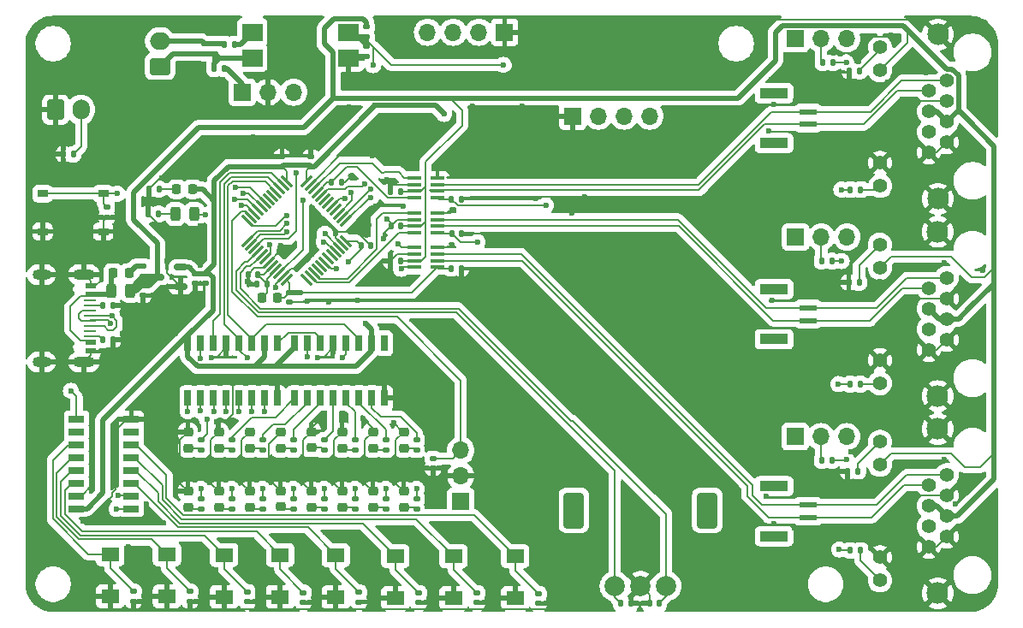
<source format=gbr>
%TF.GenerationSoftware,KiCad,Pcbnew,8.0.8*%
%TF.CreationDate,2026-01-13T22:42:20+09:00*%
%TF.ProjectId,robomas_f103_bridge_NHK2026,726f626f-6d61-4735-9f66-3130335f6272,rev?*%
%TF.SameCoordinates,Original*%
%TF.FileFunction,Copper,L1,Top*%
%TF.FilePolarity,Positive*%
%FSLAX46Y46*%
G04 Gerber Fmt 4.6, Leading zero omitted, Abs format (unit mm)*
G04 Created by KiCad (PCBNEW 8.0.8) date 2026-01-13 22:42:20*
%MOMM*%
%LPD*%
G01*
G04 APERTURE LIST*
G04 Aperture macros list*
%AMRoundRect*
0 Rectangle with rounded corners*
0 $1 Rounding radius*
0 $2 $3 $4 $5 $6 $7 $8 $9 X,Y pos of 4 corners*
0 Add a 4 corners polygon primitive as box body*
4,1,4,$2,$3,$4,$5,$6,$7,$8,$9,$2,$3,0*
0 Add four circle primitives for the rounded corners*
1,1,$1+$1,$2,$3*
1,1,$1+$1,$4,$5*
1,1,$1+$1,$6,$7*
1,1,$1+$1,$8,$9*
0 Add four rect primitives between the rounded corners*
20,1,$1+$1,$2,$3,$4,$5,0*
20,1,$1+$1,$4,$5,$6,$7,0*
20,1,$1+$1,$6,$7,$8,$9,0*
20,1,$1+$1,$8,$9,$2,$3,0*%
G04 Aperture macros list end*
%TA.AperFunction,SMDPad,CuDef*%
%ADD10R,2.800000X1.000000*%
%TD*%
%TA.AperFunction,SMDPad,CuDef*%
%ADD11R,1.700000X0.600000*%
%TD*%
%TA.AperFunction,SMDPad,CuDef*%
%ADD12RoundRect,0.135000X-0.185000X0.135000X-0.185000X-0.135000X0.185000X-0.135000X0.185000X0.135000X0*%
%TD*%
%TA.AperFunction,SMDPad,CuDef*%
%ADD13RoundRect,0.140000X0.140000X0.170000X-0.140000X0.170000X-0.140000X-0.170000X0.140000X-0.170000X0*%
%TD*%
%TA.AperFunction,SMDPad,CuDef*%
%ADD14RoundRect,0.225000X0.225000X0.250000X-0.225000X0.250000X-0.225000X-0.250000X0.225000X-0.250000X0*%
%TD*%
%TA.AperFunction,SMDPad,CuDef*%
%ADD15RoundRect,0.135000X0.135000X0.185000X-0.135000X0.185000X-0.135000X-0.185000X0.135000X-0.185000X0*%
%TD*%
%TA.AperFunction,ComponentPad*%
%ADD16R,1.700000X1.700000*%
%TD*%
%TA.AperFunction,ComponentPad*%
%ADD17O,1.700000X1.700000*%
%TD*%
%TA.AperFunction,SMDPad,CuDef*%
%ADD18RoundRect,0.135000X0.185000X-0.135000X0.185000X0.135000X-0.185000X0.135000X-0.185000X-0.135000X0*%
%TD*%
%TA.AperFunction,ComponentPad*%
%ADD19RoundRect,0.250000X-0.750000X-1.500000X0.750000X-1.500000X0.750000X1.500000X-0.750000X1.500000X0*%
%TD*%
%TA.AperFunction,ComponentPad*%
%ADD20C,2.000000*%
%TD*%
%TA.AperFunction,SMDPad,CuDef*%
%ADD21RoundRect,0.140000X-0.140000X-0.170000X0.140000X-0.170000X0.140000X0.170000X-0.140000X0.170000X0*%
%TD*%
%TA.AperFunction,SMDPad,CuDef*%
%ADD22RoundRect,0.140000X0.170000X-0.140000X0.170000X0.140000X-0.170000X0.140000X-0.170000X-0.140000X0*%
%TD*%
%TA.AperFunction,SMDPad,CuDef*%
%ADD23R,1.800000X1.350000*%
%TD*%
%TA.AperFunction,SMDPad,CuDef*%
%ADD24RoundRect,0.050000X-0.635000X-0.150000X0.635000X-0.150000X0.635000X0.150000X-0.635000X0.150000X0*%
%TD*%
%TA.AperFunction,SMDPad,CuDef*%
%ADD25RoundRect,0.150000X0.512500X0.150000X-0.512500X0.150000X-0.512500X-0.150000X0.512500X-0.150000X0*%
%TD*%
%TA.AperFunction,ComponentPad*%
%ADD26RoundRect,0.250000X-0.600000X-0.750000X0.600000X-0.750000X0.600000X0.750000X-0.600000X0.750000X0*%
%TD*%
%TA.AperFunction,ComponentPad*%
%ADD27O,1.700000X2.000000*%
%TD*%
%TA.AperFunction,SMDPad,CuDef*%
%ADD28RoundRect,0.218750X-0.256250X0.218750X-0.256250X-0.218750X0.256250X-0.218750X0.256250X0.218750X0*%
%TD*%
%TA.AperFunction,SMDPad,CuDef*%
%ADD29RoundRect,0.140000X-0.170000X0.140000X-0.170000X-0.140000X0.170000X-0.140000X0.170000X0.140000X0*%
%TD*%
%TA.AperFunction,SMDPad,CuDef*%
%ADD30RoundRect,0.243750X-0.243750X-0.456250X0.243750X-0.456250X0.243750X0.456250X-0.243750X0.456250X0*%
%TD*%
%TA.AperFunction,SMDPad,CuDef*%
%ADD31R,0.650000X1.525000*%
%TD*%
%TA.AperFunction,SMDPad,CuDef*%
%ADD32RoundRect,0.135000X-0.135000X-0.185000X0.135000X-0.185000X0.135000X0.185000X-0.135000X0.185000X0*%
%TD*%
%TA.AperFunction,ComponentPad*%
%ADD33C,1.397000*%
%TD*%
%TA.AperFunction,ComponentPad*%
%ADD34C,2.133600*%
%TD*%
%TA.AperFunction,SMDPad,CuDef*%
%ADD35R,1.002000X0.570000*%
%TD*%
%TA.AperFunction,SMDPad,CuDef*%
%ADD36R,1.002000X0.590000*%
%TD*%
%TA.AperFunction,SMDPad,CuDef*%
%ADD37R,1.150000X0.290000*%
%TD*%
%TA.AperFunction,SMDPad,CuDef*%
%ADD38R,1.010000X0.580000*%
%TD*%
%TA.AperFunction,SMDPad,CuDef*%
%ADD39R,1.000000X0.580000*%
%TD*%
%TA.AperFunction,ComponentPad*%
%ADD40O,2.150000X1.050000*%
%TD*%
%TA.AperFunction,ComponentPad*%
%ADD41O,1.850000X1.050000*%
%TD*%
%TA.AperFunction,SMDPad,CuDef*%
%ADD42R,2.000000X1.780000*%
%TD*%
%TA.AperFunction,SMDPad,CuDef*%
%ADD43R,1.525000X0.650000*%
%TD*%
%TA.AperFunction,SMDPad,CuDef*%
%ADD44RoundRect,0.075000X-0.521491X0.415425X0.415425X-0.521491X0.521491X-0.415425X-0.415425X0.521491X0*%
%TD*%
%TA.AperFunction,SMDPad,CuDef*%
%ADD45RoundRect,0.075000X-0.521491X-0.415425X-0.415425X-0.521491X0.521491X0.415425X0.415425X0.521491X0*%
%TD*%
%TA.AperFunction,ComponentPad*%
%ADD46RoundRect,0.250000X0.750000X-0.600000X0.750000X0.600000X-0.750000X0.600000X-0.750000X-0.600000X0*%
%TD*%
%TA.AperFunction,ComponentPad*%
%ADD47O,2.000000X1.700000*%
%TD*%
%TA.AperFunction,SMDPad,CuDef*%
%ADD48RoundRect,0.218750X-0.218750X-0.256250X0.218750X-0.256250X0.218750X0.256250X-0.218750X0.256250X0*%
%TD*%
%TA.AperFunction,SMDPad,CuDef*%
%ADD49R,1.000000X0.750000*%
%TD*%
%TA.AperFunction,SMDPad,CuDef*%
%ADD50RoundRect,0.218750X0.218750X0.256250X-0.218750X0.256250X-0.218750X-0.256250X0.218750X-0.256250X0*%
%TD*%
%TA.AperFunction,ViaPad*%
%ADD51C,0.600000*%
%TD*%
%TA.AperFunction,Conductor*%
%ADD52C,0.200000*%
%TD*%
%TA.AperFunction,Conductor*%
%ADD53C,0.500000*%
%TD*%
G04 APERTURE END LIST*
D10*
%TO.P,J14,1,Pin_1*%
%TO.N,N/C*%
X99550000Y-72050000D03*
D11*
%TO.N,Net-(J10-Pin_3)*%
X102900000Y-73900000D03*
%TO.P,J14,2,Pin_2*%
%TO.N,Net-(J14-Pin_2)*%
X102900000Y-75150000D03*
D10*
%TO.N,N/C*%
X99550000Y-77000000D03*
%TD*%
%TO.P,J13,1,Pin_1*%
%TO.N,N/C*%
X99550000Y-52550000D03*
D11*
%TO.N,Net-(J13-Pin_1)*%
X102900000Y-54400000D03*
%TO.P,J13,2,Pin_2*%
%TO.N,Net-(J13-Pin_2)*%
X102900000Y-55650000D03*
D10*
%TO.N,N/C*%
X99550000Y-57500000D03*
%TD*%
%TO.P,J12,1,Pin_1*%
%TO.N,N/C*%
X99550000Y-33150000D03*
D11*
%TO.N,Net-(J12-Pin_1)*%
X102900000Y-35000000D03*
%TO.P,J12,2,Pin_2*%
%TO.N,Net-(J12-Pin_2)*%
X102900000Y-36250000D03*
D10*
%TO.N,N/C*%
X99550000Y-38100000D03*
%TD*%
D12*
%TO.P,R11,1*%
%TO.N,Net-(IC1-Q2)*%
X48942000Y-73324000D03*
%TO.P,R11,2*%
%TO.N,Net-(D3-A)*%
X48942000Y-74344000D03*
%TD*%
D13*
%TO.P,C29,1*%
%TO.N,B_conne*%
X88169800Y-83652300D03*
%TO.P,C29,2*%
%TO.N,GND*%
X87209800Y-83652300D03*
%TD*%
D14*
%TO.P,FB1,1*%
%TO.N,3.3V*%
X50437200Y-53397200D03*
%TO.P,FB1,2*%
%TO.N,Net-(U1-VDDA)*%
X48887200Y-53397200D03*
%TD*%
D12*
%TO.P,R21,1*%
%TO.N,Net-(IC2-Q4)*%
X55038000Y-67482000D03*
%TO.P,R21,2*%
%TO.N,Net-(D13-A)*%
X55038000Y-68502000D03*
%TD*%
D15*
%TO.P,R8,1*%
%TO.N,Net-(J3-Pad11)*%
X107860000Y-70550000D03*
%TO.P,R8,2*%
%TO.N,GND*%
X106840000Y-70550000D03*
%TD*%
D16*
%TO.P,J8,1,Pin_1*%
%TO.N,unconnected-(J8-Pin_1-Pad1)*%
X101659000Y-27772000D03*
D17*
%TO.P,J8,2,Pin_2*%
%TO.N,Net-(J8-Pin_2)*%
X104199000Y-27772000D03*
%TO.P,J8,3,Pin_3*%
%TO.N,Net-(J12-Pin_1)*%
X106739000Y-27772000D03*
%TD*%
D18*
%TO.P,R29,1*%
%TO.N,GND*%
X59255000Y-29560000D03*
%TO.P,R29,2*%
%TO.N,EMS*%
X59255000Y-28540000D03*
%TD*%
D12*
%TO.P,R9,1*%
%TO.N,Net-(IC1-Q0)*%
X42846000Y-73324000D03*
%TO.P,R9,2*%
%TO.N,Net-(D1-A)*%
X42846000Y-74344000D03*
%TD*%
D19*
%TO.P,SW10,4*%
%TO.N,N/C*%
X79739800Y-74446800D03*
%TO.P,SW10,5*%
X92939800Y-74446800D03*
D20*
%TO.P,SW10,A,A*%
%TO.N,A_conne*%
X83799800Y-81946800D03*
%TO.P,SW10,B,B*%
%TO.N,B_conne*%
X88879800Y-81946800D03*
%TO.P,SW10,C,C*%
%TO.N,GND*%
X86339800Y-81946800D03*
%TD*%
D21*
%TO.P,C22,1*%
%TO.N,3.3V*%
X67632000Y-43630400D03*
%TO.P,C22,2*%
%TO.N,GND*%
X68592000Y-43630400D03*
%TD*%
D22*
%TO.P,C19,1*%
%TO.N,GND*%
X70150000Y-83580000D03*
%TO.P,C19,2*%
%TO.N,Net-(U4-D6)*%
X70150000Y-82620000D03*
%TD*%
D23*
%TO.P,SW5,1,1*%
%TO.N,GND*%
X50700000Y-83003000D03*
%TO.P,SW5,2,2*%
%TO.N,Net-(U4-D3)*%
X50700000Y-78853000D03*
%TD*%
%TO.P,SW6,1,1*%
%TO.N,GND*%
X56200000Y-83017000D03*
%TO.P,SW6,2,2*%
%TO.N,Net-(U4-D4)*%
X56200000Y-78867000D03*
%TD*%
D24*
%TO.P,U5,1,TXD*%
%TO.N,CAN1_TX*%
X63962000Y-41555400D03*
%TO.P,U5,2,GND*%
%TO.N,GND*%
X63962000Y-42205400D03*
%TO.P,U5,3,VCC*%
%TO.N,5V*%
X63962000Y-42855400D03*
%TO.P,U5,4,RXD*%
%TO.N,CAN1_RX*%
X63962000Y-43505400D03*
%TO.P,U5,5,VIO/NC*%
%TO.N,3.3V*%
X66262000Y-43505400D03*
%TO.P,U5,6,CANL*%
%TO.N,Net-(J12-Pin_2)*%
X66262000Y-42855400D03*
%TO.P,U5,7,CANH*%
%TO.N,Net-(J12-Pin_1)*%
X66262000Y-42205400D03*
%TO.P,U5,8,STB*%
%TO.N,GND*%
X66262000Y-41555400D03*
%TD*%
D25*
%TO.P,U3,1,GND*%
%TO.N,GND*%
X40842900Y-52289800D03*
%TO.P,U3,2,VO*%
%TO.N,3.3V*%
X40842900Y-50389800D03*
%TO.P,U3,3,VI*%
%TO.N,5V*%
X38567900Y-51339800D03*
%TD*%
D26*
%TO.P,J16,1,Pin_1*%
%TO.N,GND*%
X28500000Y-34800000D03*
D27*
%TO.P,J16,2,Pin_2*%
%TO.N,Start_button*%
X31000000Y-34800000D03*
%TD*%
D21*
%TO.P,C28,1*%
%TO.N,A_conne*%
X84409800Y-83652300D03*
%TO.P,C28,2*%
%TO.N,GND*%
X85369800Y-83652300D03*
%TD*%
D12*
%TO.P,R17,1*%
%TO.N,Net-(IC2-Q0)*%
X42846000Y-67482000D03*
%TO.P,R17,2*%
%TO.N,Net-(D9-A)*%
X42846000Y-68502000D03*
%TD*%
D28*
%TO.P,D9,1,K*%
%TO.N,GND*%
X41576000Y-66722000D03*
%TO.P,D9,2,A*%
%TO.N,Net-(D9-A)*%
X41576000Y-68297000D03*
%TD*%
D29*
%TO.P,C12,1*%
%TO.N,Net-(J6-Pin_2)*%
X43225000Y-28270000D03*
%TO.P,C12,2*%
%TO.N,Net-(J6-Pin_1)*%
X43225000Y-29230000D03*
%TD*%
D30*
%TO.P,F1,1*%
%TO.N,VBUS*%
X34023200Y-52698200D03*
%TO.P,F1,2*%
%TO.N,5V*%
X35898200Y-52698200D03*
%TD*%
D22*
%TO.P,C13,1*%
%TO.N,GND*%
X36200000Y-83430000D03*
%TO.P,C13,2*%
%TO.N,Net-(U4-D0)*%
X36200000Y-82470000D03*
%TD*%
D28*
%TO.P,D7,1,K*%
%TO.N,GND*%
X59864000Y-72538500D03*
%TO.P,D7,2,A*%
%TO.N,Net-(D7-A)*%
X59864000Y-74113500D03*
%TD*%
D15*
%TO.P,R2,1*%
%TO.N,GND*%
X34147600Y-54196800D03*
%TO.P,R2,2*%
%TO.N,Net-(J11-CC1)*%
X33127600Y-54196800D03*
%TD*%
D13*
%TO.P,C4,1*%
%TO.N,Net-(U1-VDDA)*%
X48465800Y-51085800D03*
%TO.P,C4,2*%
%TO.N,GND*%
X47505800Y-51085800D03*
%TD*%
D16*
%TO.P,J7,1,Pin_1*%
%TO.N,Net-(J7-Pin_1)*%
X46955000Y-33050000D03*
D17*
%TO.P,J7,2,Pin_2*%
%TO.N,GND*%
X49495000Y-33050000D03*
%TO.P,J7,3,Pin_3*%
%TO.N,unconnected-(J7-Pin_3-Pad3)*%
X52035000Y-33050000D03*
%TD*%
D29*
%TO.P,C10,1*%
%TO.N,3.3V*%
X42296200Y-50998100D03*
%TO.P,C10,2*%
%TO.N,GND*%
X42296200Y-51958100D03*
%TD*%
D12*
%TO.P,R10,1*%
%TO.N,Net-(IC1-Q1)*%
X45894000Y-73324000D03*
%TO.P,R10,2*%
%TO.N,Net-(D2-A)*%
X45894000Y-74344000D03*
%TD*%
D23*
%TO.P,SW9,1,1*%
%TO.N,GND*%
X73950000Y-83125000D03*
%TO.P,SW9,2,2*%
%TO.N,Net-(U4-D7)*%
X73950000Y-78975000D03*
%TD*%
D28*
%TO.P,D16,1,K*%
%TO.N,GND*%
X62912000Y-66696500D03*
%TO.P,D16,2,A*%
%TO.N,Net-(D16-A)*%
X62912000Y-68271500D03*
%TD*%
D31*
%TO.P,IC1,1,Q1*%
%TO.N,Net-(IC1-Q1)*%
X41555000Y-63337500D03*
%TO.P,IC1,2,Q2*%
%TO.N,Net-(IC1-Q2)*%
X42825000Y-63337500D03*
%TO.P,IC1,3,Q3*%
%TO.N,Net-(IC1-Q3)*%
X44095000Y-63337500D03*
%TO.P,IC1,4,Q4*%
%TO.N,Net-(IC1-Q4)*%
X45365000Y-63337500D03*
%TO.P,IC1,5,Q5*%
%TO.N,Net-(IC1-Q5)*%
X46635000Y-63337500D03*
%TO.P,IC1,6,Q6*%
%TO.N,Net-(IC1-Q6)*%
X47905000Y-63337500D03*
%TO.P,IC1,7,Q7*%
%TO.N,Net-(IC1-Q7)*%
X49175000Y-63337500D03*
%TO.P,IC1,8,GND*%
%TO.N,GND*%
X50445000Y-63337500D03*
%TO.P,IC1,9,Q7S*%
%TO.N,Net-(IC1-Q7S)*%
X50445000Y-57913500D03*
%TO.P,IC1,10,~{MR}*%
%TO.N,3.3V*%
X49175000Y-57913500D03*
%TO.P,IC1,11,SHCP*%
%TO.N,SRCLK*%
X47905000Y-57913500D03*
%TO.P,IC1,12,STCP*%
%TO.N,RCLK*%
X46635000Y-57913500D03*
%TO.P,IC1,13,~{OE}*%
%TO.N,GND*%
X45365000Y-57913500D03*
%TO.P,IC1,14,DS*%
%TO.N,SER*%
X44095000Y-57913500D03*
%TO.P,IC1,15,Q0*%
%TO.N,Net-(IC1-Q0)*%
X42825000Y-57913500D03*
%TO.P,IC1,16,VCC*%
%TO.N,3.3V*%
X41555000Y-57913500D03*
%TD*%
D12*
%TO.P,R22,1*%
%TO.N,Net-(IC2-Q5)*%
X58086000Y-67482000D03*
%TO.P,R22,2*%
%TO.N,Net-(D14-A)*%
X58086000Y-68502000D03*
%TD*%
%TO.P,R23,1*%
%TO.N,Net-(IC2-Q6)*%
X61134000Y-67482000D03*
%TO.P,R23,2*%
%TO.N,Net-(D15-A)*%
X61134000Y-68502000D03*
%TD*%
D22*
%TO.P,C8,1*%
%TO.N,3.3V*%
X50886998Y-40406338D03*
%TO.P,C8,2*%
%TO.N,GND*%
X50886998Y-39446338D03*
%TD*%
D18*
%TO.P,R35,1*%
%TO.N,5V*%
X37151600Y-51291000D03*
%TO.P,R35,2*%
%TO.N,Net-(D19-K)*%
X37151600Y-50271000D03*
%TD*%
D32*
%TO.P,R1,1*%
%TO.N,Net-(J11-CC2)*%
X33178400Y-57549600D03*
%TO.P,R1,2*%
%TO.N,GND*%
X34198400Y-57549600D03*
%TD*%
D31*
%TO.P,IC2,1,Q1*%
%TO.N,Net-(IC2-Q1)*%
X52130000Y-63337500D03*
%TO.P,IC2,2,Q2*%
%TO.N,Net-(IC2-Q2)*%
X53400000Y-63337500D03*
%TO.P,IC2,3,Q3*%
%TO.N,Net-(IC2-Q3)*%
X54670000Y-63337500D03*
%TO.P,IC2,4,Q4*%
%TO.N,Net-(IC2-Q4)*%
X55940000Y-63337500D03*
%TO.P,IC2,5,Q5*%
%TO.N,Net-(IC2-Q5)*%
X57210000Y-63337500D03*
%TO.P,IC2,6,Q6*%
%TO.N,Net-(IC2-Q6)*%
X58480000Y-63337500D03*
%TO.P,IC2,7,Q7*%
%TO.N,Net-(IC2-Q7)*%
X59750000Y-63337500D03*
%TO.P,IC2,8,GND*%
%TO.N,GND*%
X61020000Y-63337500D03*
%TO.P,IC2,9,Q7S*%
%TO.N,unconnected-(IC2-Q7S-Pad9)*%
X61020000Y-57913500D03*
%TO.P,IC2,10,~{MR}*%
%TO.N,3.3V*%
X59750000Y-57913500D03*
%TO.P,IC2,11,SHCP*%
%TO.N,SRCLK*%
X58480000Y-57913500D03*
%TO.P,IC2,12,STCP*%
%TO.N,RCLK*%
X57210000Y-57913500D03*
%TO.P,IC2,13,~{OE}*%
%TO.N,GND*%
X55940000Y-57913500D03*
%TO.P,IC2,14,DS*%
%TO.N,Net-(IC1-Q7S)*%
X54670000Y-57913500D03*
%TO.P,IC2,15,Q0*%
%TO.N,Net-(IC2-Q0)*%
X53400000Y-57913500D03*
%TO.P,IC2,16,VCC*%
%TO.N,3.3V*%
X52130000Y-57913500D03*
%TD*%
D15*
%TO.P,R6,1*%
%TO.N,Net-(J1-Pad11)*%
X108010000Y-30950000D03*
%TO.P,R6,2*%
%TO.N,GND*%
X106990000Y-30950000D03*
%TD*%
D32*
%TO.P,R5,1*%
%TO.N,CAN1_RX*%
X55782800Y-41992600D03*
%TO.P,R5,2*%
%TO.N,GND*%
X56802800Y-41992600D03*
%TD*%
D23*
%TO.P,SW8,1,1*%
%TO.N,GND*%
X67850000Y-83139000D03*
%TO.P,SW8,2,2*%
%TO.N,Net-(U4-D6)*%
X67850000Y-78989000D03*
%TD*%
D33*
%TO.P,J1,1*%
%TO.N,Net-(J12-Pin_1)*%
X116639000Y-31922000D03*
%TO.P,J1,2*%
%TO.N,Net-(J12-Pin_2)*%
X114861000Y-32938000D03*
%TO.P,J1,3*%
%TO.N,GND*%
X116639000Y-33954000D03*
%TO.P,J1,4*%
%TO.N,5V*%
X114861000Y-34970000D03*
%TO.P,J1,5*%
X116639000Y-35986000D03*
%TO.P,J1,6*%
%TO.N,EMS*%
X114861000Y-37002000D03*
%TO.P,J1,7*%
%TO.N,GND*%
X116639000Y-38018000D03*
%TO.P,J1,8*%
X114861000Y-39034000D03*
%TO.P,J1,9*%
%TO.N,Net-(J1-Pad11)*%
X110035000Y-28620000D03*
%TO.P,J1,10*%
%TO.N,5V*%
X110035000Y-30906000D03*
%TO.P,J1,11*%
%TO.N,GND*%
X110035000Y-40050000D03*
%TO.P,J1,12*%
%TO.N,Net-(J1-Pad10)*%
X110035000Y-42336000D03*
D34*
%TO.P,J1,SH*%
%TO.N,GND*%
X115750000Y-43606000D03*
X115750000Y-27350000D03*
%TD*%
D35*
%TO.P,J11,A1_B12,GND*%
%TO.N,GND*%
X31937600Y-52224200D03*
D36*
%TO.P,J11,A4_B9,VBUS*%
%TO.N,VBUS*%
X31937600Y-53024200D03*
D37*
%TO.P,J11,A5,CC1*%
%TO.N,Net-(J11-CC1)*%
X31863600Y-54174200D03*
%TO.P,J11,A6,DP1*%
%TO.N,USB_DP*%
X31863600Y-55174200D03*
%TO.P,J11,A7,DN1*%
%TO.N,USB_DM*%
X31863600Y-55684200D03*
%TO.P,J11,A8,SBU1*%
%TO.N,unconnected-(J11-SBU1-PadA8)*%
X31863600Y-56684200D03*
D38*
%TO.P,J11,B1_A12,GND*%
%TO.N,GND*%
X31933600Y-58629200D03*
D39*
%TO.P,J11,B4_A9,VBUS*%
%TO.N,VBUS*%
X31938600Y-57829200D03*
D37*
%TO.P,J11,B5,CC2*%
%TO.N,Net-(J11-CC2)*%
X31863600Y-57184200D03*
%TO.P,J11,B6,DP2*%
%TO.N,USB_DP*%
X31863600Y-56184200D03*
%TO.P,J11,B7,DN2*%
%TO.N,USB_DM*%
X31863600Y-54674200D03*
%TO.P,J11,B8,SBU2*%
%TO.N,unconnected-(J11-SBU2-PadB8)*%
X31863600Y-53674200D03*
D40*
%TO.P,J11,SH1,SHIELD*%
%TO.N,GND*%
X31298600Y-51109200D03*
%TO.P,J11,SH2,SHIELD*%
X31298600Y-59749200D03*
D41*
%TO.P,J11,SH3,SHIELD*%
X27118600Y-51109200D03*
%TO.P,J11,SH4,SHIELD*%
X27118600Y-59749200D03*
%TD*%
D32*
%TO.P,R4,1*%
%TO.N,Net-(J6-Pin_1)*%
X44165000Y-30750000D03*
%TO.P,R4,2*%
%TO.N,Net-(J7-Pin_1)*%
X45185000Y-30750000D03*
%TD*%
D42*
%TO.P,U2,1*%
%TO.N,Net-(R3-Pad2)*%
X47940000Y-27130000D03*
%TO.P,U2,2*%
%TO.N,Net-(J6-Pin_1)*%
X47940000Y-29670000D03*
%TO.P,U2,3*%
%TO.N,GND*%
X57470000Y-29670000D03*
%TO.P,U2,4*%
%TO.N,EMS*%
X57470000Y-27130000D03*
%TD*%
D15*
%TO.P,R25,1*%
%TO.N,Net-(J12-Pin_2)*%
X105366400Y-30130800D03*
%TO.P,R25,2*%
%TO.N,Net-(J8-Pin_2)*%
X104346400Y-30130800D03*
%TD*%
D13*
%TO.P,C25,1*%
%TO.N,5V*%
X62592000Y-49730400D03*
%TO.P,C25,2*%
%TO.N,GND*%
X61632000Y-49730400D03*
%TD*%
D12*
%TO.P,R16,1*%
%TO.N,Net-(IC1-Q7)*%
X64182000Y-73324000D03*
%TO.P,R16,2*%
%TO.N,Net-(D8-A)*%
X64182000Y-74344000D03*
%TD*%
D15*
%TO.P,R33,1*%
%TO.N,Net-(D17-K)*%
X38712400Y-42653000D03*
%TO.P,R33,2*%
%TO.N,GND*%
X37692400Y-42653000D03*
%TD*%
D33*
%TO.P,J2,1*%
%TO.N,Net-(J13-Pin_1)*%
X116623000Y-51444000D03*
%TO.P,J2,2*%
%TO.N,Net-(J13-Pin_2)*%
X114845000Y-52460000D03*
%TO.P,J2,3*%
%TO.N,GND*%
X116623000Y-53476000D03*
%TO.P,J2,4*%
%TO.N,5V*%
X114845000Y-54492000D03*
%TO.P,J2,5*%
X116623000Y-55508000D03*
%TO.P,J2,6*%
%TO.N,EMS*%
X114845000Y-56524000D03*
%TO.P,J2,7*%
%TO.N,GND*%
X116623000Y-57540000D03*
%TO.P,J2,8*%
X114845000Y-58556000D03*
%TO.P,J2,9*%
%TO.N,Net-(J2-Pad11)*%
X110019000Y-48142000D03*
%TO.P,J2,10*%
%TO.N,5V*%
X110019000Y-50428000D03*
%TO.P,J2,11*%
%TO.N,GND*%
X110019000Y-59572000D03*
%TO.P,J2,12*%
%TO.N,Net-(J2-Pad10)*%
X110019000Y-61858000D03*
D34*
%TO.P,J2,SH*%
%TO.N,GND*%
X115734000Y-63128000D03*
X115734000Y-46872000D03*
%TD*%
D28*
%TO.P,D11,1,K*%
%TO.N,GND*%
X47672000Y-66696500D03*
%TO.P,D11,2,A*%
%TO.N,Net-(D11-A)*%
X47672000Y-68271500D03*
%TD*%
D13*
%TO.P,C23,1*%
%TO.N,5V*%
X62612000Y-46305400D03*
%TO.P,C23,2*%
%TO.N,GND*%
X61652000Y-46305400D03*
%TD*%
D22*
%TO.P,C15,1*%
%TO.N,GND*%
X47450000Y-83480000D03*
%TO.P,C15,2*%
%TO.N,Net-(U4-D2)*%
X47450000Y-82520000D03*
%TD*%
D28*
%TO.P,D2,1,K*%
%TO.N,GND*%
X44624000Y-72538500D03*
%TO.P,D2,2,A*%
%TO.N,Net-(D2-A)*%
X44624000Y-74113500D03*
%TD*%
%TO.P,D14,1,K*%
%TO.N,GND*%
X56816000Y-66696500D03*
%TO.P,D14,2,A*%
%TO.N,Net-(D14-A)*%
X56816000Y-68271500D03*
%TD*%
D29*
%TO.P,C9,1*%
%TO.N,5V*%
X37151600Y-52206000D03*
%TO.P,C9,2*%
%TO.N,GND*%
X37151600Y-53166000D03*
%TD*%
D28*
%TO.P,D3,1,K*%
%TO.N,GND*%
X47672000Y-72538500D03*
%TO.P,D3,2,A*%
%TO.N,Net-(D3-A)*%
X47672000Y-74113500D03*
%TD*%
D24*
%TO.P,U6,1,TXD*%
%TO.N,CAN2_TX*%
X63982000Y-45005400D03*
%TO.P,U6,2,GND*%
%TO.N,GND*%
X63982000Y-45655400D03*
%TO.P,U6,3,VCC*%
%TO.N,5V*%
X63982000Y-46305400D03*
%TO.P,U6,4,RXD*%
%TO.N,CAN2_RX*%
X63982000Y-46955400D03*
%TO.P,U6,5,VIO/NC*%
%TO.N,3.3V*%
X66282000Y-46955400D03*
%TO.P,U6,6,CANL*%
%TO.N,Net-(J13-Pin_2)*%
X66282000Y-46305400D03*
%TO.P,U6,7,CANH*%
%TO.N,Net-(J13-Pin_1)*%
X66282000Y-45655400D03*
%TO.P,U6,8,STB*%
%TO.N,GND*%
X66282000Y-45005400D03*
%TD*%
D29*
%TO.P,C11,1*%
%TO.N,Net-(J6-Pin_2)*%
X44225000Y-28270000D03*
%TO.P,C11,2*%
%TO.N,Net-(J6-Pin_1)*%
X44225000Y-29230000D03*
%TD*%
D16*
%TO.P,J5,1,Pin_1*%
%TO.N,GND*%
X72900000Y-27125000D03*
D17*
%TO.P,J5,2,Pin_2*%
%TO.N,I2C_SDA*%
X70360000Y-27125000D03*
%TO.P,J5,3,Pin_3*%
%TO.N,I2C_SCL*%
X67820000Y-27125000D03*
%TO.P,J5,4,Pin_4*%
%TO.N,3.3V*%
X65280000Y-27125000D03*
%TD*%
D22*
%TO.P,C14,1*%
%TO.N,GND*%
X41800000Y-83430000D03*
%TO.P,C14,2*%
%TO.N,Net-(U4-D1)*%
X41800000Y-82470000D03*
%TD*%
D18*
%TO.P,R28,1*%
%TO.N,EMS*%
X59255000Y-27610000D03*
%TO.P,R28,2*%
%TO.N,5V*%
X59255000Y-26590000D03*
%TD*%
D15*
%TO.P,R27,1*%
%TO.N,Net-(J14-Pin_2)*%
X105290200Y-69475400D03*
%TO.P,R27,2*%
%TO.N,Net-(J10-Pin_2)*%
X104270200Y-69475400D03*
%TD*%
D28*
%TO.P,D10,1,K*%
%TO.N,GND*%
X44624000Y-66696500D03*
%TO.P,D10,2,A*%
%TO.N,Net-(D10-A)*%
X44624000Y-68271500D03*
%TD*%
D43*
%TO.P,U4,1,~PL*%
%TO.N,SW_ParallelLoad*%
X35985400Y-74276000D03*
%TO.P,U4,2,CP*%
%TO.N,SW_ClockPulse*%
X35985400Y-73006000D03*
%TO.P,U4,3,D4*%
%TO.N,Net-(U4-D4)*%
X35985400Y-71736000D03*
%TO.P,U4,4,D5*%
%TO.N,Net-(U4-D5)*%
X35985400Y-70466000D03*
%TO.P,U4,5,D6*%
%TO.N,Net-(U4-D6)*%
X35985400Y-69196000D03*
%TO.P,U4,6,D7*%
%TO.N,Net-(U4-D7)*%
X35985400Y-67926000D03*
%TO.P,U4,7,~Q7*%
%TO.N,unconnected-(U4-~Q7-Pad7)*%
X35985400Y-66656000D03*
%TO.P,U4,8,GND*%
%TO.N,GND*%
X35985400Y-65386000D03*
%TO.P,U4,9,Q7*%
%TO.N,SW_Output7*%
X30561400Y-65386000D03*
%TO.P,U4,10,DS*%
%TO.N,unconnected-(U4-DS-Pad10)*%
X30561400Y-66656000D03*
%TO.P,U4,11,D0*%
%TO.N,Net-(U4-D0)*%
X30561400Y-67926000D03*
%TO.P,U4,12,D1*%
%TO.N,Net-(U4-D1)*%
X30561400Y-69196000D03*
%TO.P,U4,13,D2*%
%TO.N,Net-(U4-D2)*%
X30561400Y-70466000D03*
%TO.P,U4,14,D3*%
%TO.N,Net-(U4-D3)*%
X30561400Y-71736000D03*
%TO.P,U4,15,~CE*%
%TO.N,GND*%
X30561400Y-73006000D03*
%TO.P,U4,16,VCC*%
%TO.N,3.3V*%
X30561400Y-74276000D03*
%TD*%
D33*
%TO.P,J3,1*%
%TO.N,Net-(J10-Pin_3)*%
X116628000Y-70950000D03*
%TO.P,J3,2*%
%TO.N,Net-(J14-Pin_2)*%
X114850000Y-71966000D03*
%TO.P,J3,3*%
%TO.N,GND*%
X116628000Y-72982000D03*
%TO.P,J3,4*%
%TO.N,5V*%
X114850000Y-73998000D03*
%TO.P,J3,5*%
X116628000Y-75014000D03*
%TO.P,J3,6*%
%TO.N,EMS*%
X114850000Y-76030000D03*
%TO.P,J3,7*%
%TO.N,GND*%
X116628000Y-77046000D03*
%TO.P,J3,8*%
X114850000Y-78062000D03*
%TO.P,J3,9*%
%TO.N,Net-(J3-Pad11)*%
X110024000Y-67648000D03*
%TO.P,J3,10*%
%TO.N,5V*%
X110024000Y-69934000D03*
%TO.P,J3,11*%
%TO.N,GND*%
X110024000Y-79078000D03*
%TO.P,J3,12*%
%TO.N,Net-(J3-Pad10)*%
X110024000Y-81364000D03*
D34*
%TO.P,J3,SH*%
%TO.N,GND*%
X115739000Y-82634000D03*
X115739000Y-66378000D03*
%TD*%
D23*
%TO.P,SW7,1,1*%
%TO.N,GND*%
X62100000Y-83103000D03*
%TO.P,SW7,2,2*%
%TO.N,Net-(U4-D5)*%
X62100000Y-78953000D03*
%TD*%
D12*
%TO.P,R14,1*%
%TO.N,Net-(IC1-Q5)*%
X58086000Y-73326000D03*
%TO.P,R14,2*%
%TO.N,Net-(D6-A)*%
X58086000Y-74346000D03*
%TD*%
D28*
%TO.P,D12,1,K*%
%TO.N,GND*%
X50720000Y-66696500D03*
%TO.P,D12,2,A*%
%TO.N,Net-(D12-A)*%
X50720000Y-68271500D03*
%TD*%
D22*
%TO.P,C16,1*%
%TO.N,GND*%
X53000000Y-83530000D03*
%TO.P,C16,2*%
%TO.N,Net-(U4-D3)*%
X53000000Y-82570000D03*
%TD*%
D12*
%TO.P,R19,1*%
%TO.N,Net-(IC2-Q2)*%
X48942000Y-67482000D03*
%TO.P,R19,2*%
%TO.N,Net-(D11-A)*%
X48942000Y-68502000D03*
%TD*%
D16*
%TO.P,J10,1,Pin_1*%
%TO.N,unconnected-(J10-Pin_1-Pad1)*%
X101648000Y-67140000D03*
D17*
%TO.P,J10,2,Pin_2*%
%TO.N,Net-(J10-Pin_2)*%
X104188000Y-67140000D03*
%TO.P,J10,3,Pin_3*%
%TO.N,Net-(J10-Pin_3)*%
X106728000Y-67140000D03*
%TD*%
D12*
%TO.P,R24,1*%
%TO.N,Net-(IC2-Q7)*%
X64182000Y-67482000D03*
%TO.P,R24,2*%
%TO.N,Net-(D16-A)*%
X64182000Y-68502000D03*
%TD*%
D28*
%TO.P,D5,1,K*%
%TO.N,GND*%
X53768000Y-72540500D03*
%TO.P,D5,2,A*%
%TO.N,Net-(D5-A)*%
X53768000Y-74115500D03*
%TD*%
D12*
%TO.P,R12,1*%
%TO.N,Net-(IC1-Q3)*%
X51990000Y-73326000D03*
%TO.P,R12,2*%
%TO.N,Net-(D4-A)*%
X51990000Y-74346000D03*
%TD*%
D15*
%TO.P,R32,1*%
%TO.N,Net-(J3-Pad10)*%
X108088000Y-78400000D03*
%TO.P,R32,2*%
%TO.N,CAN3_LED*%
X107068000Y-78400000D03*
%TD*%
D22*
%TO.P,C3,1*%
%TO.N,3.3V*%
X53736998Y-40406338D03*
%TO.P,C3,2*%
%TO.N,GND*%
X53736998Y-39446338D03*
%TD*%
D15*
%TO.P,R31,1*%
%TO.N,Net-(J2-Pad10)*%
X108084200Y-61950000D03*
%TO.P,R31,2*%
%TO.N,CAN2_LED*%
X107064200Y-61950000D03*
%TD*%
D44*
%TO.P,U1,1,VBAT*%
%TO.N,3.3V*%
X51338210Y-41888462D03*
%TO.P,U1,2,PC13*%
%TO.N,SER*%
X50984656Y-42242016D03*
%TO.P,U1,3,PC14*%
%TO.N,RCLK*%
X50631103Y-42595569D03*
%TO.P,U1,4,PC15*%
%TO.N,SRCLK*%
X50277549Y-42949123D03*
%TO.P,U1,5,PF0*%
%TO.N,unconnected-(U1-PF0-Pad5)*%
X49923996Y-43302676D03*
%TO.P,U1,6,PF1*%
%TO.N,unconnected-(U1-PF1-Pad6)*%
X49570443Y-43656229D03*
%TO.P,U1,7,PG10*%
%TO.N,Net-(U1-PG10)*%
X49216889Y-44009783D03*
%TO.P,U1,8,PA0*%
%TO.N,SW_ParallelLoad*%
X48863336Y-44363336D03*
%TO.P,U1,9,PA1*%
%TO.N,SW_ClockPulse*%
X48509783Y-44716889D03*
%TO.P,U1,10,PA2*%
%TO.N,SW_Output7*%
X48156229Y-45070443D03*
%TO.P,U1,11,PA3*%
%TO.N,Net-(J15-Pin_3)*%
X47802676Y-45423996D03*
%TO.P,U1,12,PA4*%
%TO.N,CAN1_LED*%
X47449122Y-45777550D03*
D45*
%TO.P,U1,13,PA5*%
%TO.N,CAN2_LED*%
X47449122Y-47775126D03*
%TO.P,U1,14,PA6*%
%TO.N,CAN3_LED*%
X47802676Y-48128680D03*
%TO.P,U1,15,PA7*%
%TO.N,EMS*%
X48156229Y-48482233D03*
%TO.P,U1,16,PB0*%
%TO.N,A_conne*%
X48509783Y-48835787D03*
%TO.P,U1,17,PB1*%
%TO.N,B_conne*%
X48863336Y-49189340D03*
%TO.P,U1,18,PB2*%
%TO.N,Net-(D18-A)*%
X49216889Y-49542893D03*
%TO.P,U1,19,VSSA*%
%TO.N,GND*%
X49570443Y-49896447D03*
%TO.P,U1,20,VREF+*%
%TO.N,Net-(U1-VDDA)*%
X49923996Y-50250000D03*
%TO.P,U1,21,VDDA*%
X50277549Y-50603553D03*
%TO.P,U1,22,PB10*%
%TO.N,Start_button*%
X50631103Y-50957107D03*
%TO.P,U1,23,VSS*%
%TO.N,GND*%
X50984656Y-51310660D03*
%TO.P,U1,24,VDD*%
%TO.N,3.3V*%
X51338210Y-51664214D03*
D44*
%TO.P,U1,25,PB11*%
%TO.N,unconnected-(U1-PB11-Pad25)*%
X53335786Y-51664214D03*
%TO.P,U1,26,PB12*%
%TO.N,CAN2_RX*%
X53689340Y-51310660D03*
%TO.P,U1,27,PB13*%
%TO.N,CAN2_TX*%
X54042893Y-50957107D03*
%TO.P,U1,28,PB14*%
%TO.N,unconnected-(U1-PB14-Pad28)*%
X54396447Y-50603553D03*
%TO.P,U1,29,PB15*%
%TO.N,unconnected-(U1-PB15-Pad29)*%
X54750000Y-50250000D03*
%TO.P,U1,30,PA8*%
%TO.N,CAN3_RX*%
X55103553Y-49896447D03*
%TO.P,U1,31,PA9*%
%TO.N,unconnected-(U1-PA9-Pad31)*%
X55457107Y-49542893D03*
%TO.P,U1,32,PA10*%
%TO.N,unconnected-(U1-PA10-Pad32)*%
X55810660Y-49189340D03*
%TO.P,U1,33,PA11*%
%TO.N,USB_DM*%
X56164213Y-48835787D03*
%TO.P,U1,34,PA12*%
%TO.N,USB_DP*%
X56517767Y-48482233D03*
%TO.P,U1,35,VSS*%
%TO.N,GND*%
X56871320Y-48128680D03*
%TO.P,U1,36,VDD*%
%TO.N,3.3V*%
X57224874Y-47775126D03*
D45*
%TO.P,U1,37,PA13*%
%TO.N,SWDIO*%
X57224874Y-45777550D03*
%TO.P,U1,38,PA14*%
%TO.N,SWCLK*%
X56871320Y-45423996D03*
%TO.P,U1,39,PA15*%
%TO.N,I2C_SCL*%
X56517767Y-45070443D03*
%TO.P,U1,40,PB3*%
%TO.N,unconnected-(U1-PB3-Pad40)*%
X56164213Y-44716889D03*
%TO.P,U1,41,PB4*%
%TO.N,CAN3_TX*%
X55810660Y-44363336D03*
%TO.P,U1,42,PB5*%
%TO.N,unconnected-(U1-PB5-Pad42)*%
X55457107Y-44009783D03*
%TO.P,U1,43,PB6*%
%TO.N,unconnected-(U1-PB6-Pad43)*%
X55103553Y-43656229D03*
%TO.P,U1,44,PB7*%
%TO.N,I2C_SDA*%
X54750000Y-43302676D03*
%TO.P,U1,45,PB8*%
%TO.N,CAN1_RX*%
X54396447Y-42949123D03*
%TO.P,U1,46,PB9*%
%TO.N,CAN1_TX*%
X54042893Y-42595569D03*
%TO.P,U1,47,VSS*%
%TO.N,GND*%
X53689340Y-42242016D03*
%TO.P,U1,48,VDD*%
%TO.N,3.3V*%
X53335786Y-41888462D03*
%TD*%
D29*
%TO.P,C27,1*%
%TO.N,Net-(J15-Pin_3)*%
X65800000Y-69300200D03*
%TO.P,C27,2*%
%TO.N,GND*%
X65800000Y-70260200D03*
%TD*%
D21*
%TO.P,C1,1*%
%TO.N,3.3V*%
X58706998Y-48226338D03*
%TO.P,C1,2*%
%TO.N,GND*%
X59666998Y-48226338D03*
%TD*%
D46*
%TO.P,J6,1,Pin_1*%
%TO.N,Net-(J6-Pin_1)*%
X38825000Y-30500000D03*
D47*
%TO.P,J6,2,Pin_2*%
%TO.N,Net-(J6-Pin_2)*%
X38825000Y-28000000D03*
%TD*%
D29*
%TO.P,C2,1*%
%TO.N,3.3V*%
X51636998Y-52896338D03*
%TO.P,C2,2*%
%TO.N,GND*%
X51636998Y-53856338D03*
%TD*%
D13*
%TO.P,C21,1*%
%TO.N,5V*%
X62592000Y-42880400D03*
%TO.P,C21,2*%
%TO.N,GND*%
X61632000Y-42880400D03*
%TD*%
D15*
%TO.P,R26,1*%
%TO.N,Net-(J13-Pin_2)*%
X105264800Y-49765000D03*
%TO.P,R26,2*%
%TO.N,Net-(J9-Pin_2)*%
X104244800Y-49765000D03*
%TD*%
D28*
%TO.P,D13,1,K*%
%TO.N,GND*%
X53768000Y-66671000D03*
%TO.P,D13,2,A*%
%TO.N,Net-(D13-A)*%
X53768000Y-68246000D03*
%TD*%
D21*
%TO.P,C24,1*%
%TO.N,3.3V*%
X67702000Y-47055400D03*
%TO.P,C24,2*%
%TO.N,GND*%
X68662000Y-47055400D03*
%TD*%
D23*
%TO.P,SW4,1,1*%
%TO.N,GND*%
X45150000Y-83003000D03*
%TO.P,SW4,2,2*%
%TO.N,Net-(U4-D2)*%
X45150000Y-78853000D03*
%TD*%
D12*
%TO.P,R13,1*%
%TO.N,Net-(IC1-Q4)*%
X55038000Y-73326000D03*
%TO.P,R13,2*%
%TO.N,Net-(D5-A)*%
X55038000Y-74346000D03*
%TD*%
D29*
%TO.P,C7,1*%
%TO.N,Net-(U1-PG10)*%
X33548500Y-44456400D03*
%TO.P,C7,2*%
%TO.N,GND*%
X33548500Y-45416400D03*
%TD*%
D28*
%TO.P,D8,1,K*%
%TO.N,GND*%
X62912000Y-72538500D03*
%TO.P,D8,2,A*%
%TO.N,Net-(D8-A)*%
X62912000Y-74113500D03*
%TD*%
D23*
%TO.P,SW2,1,1*%
%TO.N,GND*%
X33886000Y-82939000D03*
%TO.P,SW2,2,2*%
%TO.N,Net-(U4-D0)*%
X33886000Y-78789000D03*
%TD*%
D12*
%TO.P,R20,1*%
%TO.N,Net-(IC2-Q3)*%
X51990000Y-67482000D03*
%TO.P,R20,2*%
%TO.N,Net-(D12-A)*%
X51990000Y-68502000D03*
%TD*%
D48*
%TO.P,D17,1,K*%
%TO.N,Net-(D17-K)*%
X40464900Y-42653000D03*
%TO.P,D17,2,A*%
%TO.N,3.3V*%
X42039900Y-42653000D03*
%TD*%
D24*
%TO.P,U7,1,TXD*%
%TO.N,CAN3_TX*%
X63962000Y-48430400D03*
%TO.P,U7,2,GND*%
%TO.N,GND*%
X63962000Y-49080400D03*
%TO.P,U7,3,VCC*%
%TO.N,5V*%
X63962000Y-49730400D03*
%TO.P,U7,4,RXD*%
%TO.N,CAN3_RX*%
X63962000Y-50380400D03*
%TO.P,U7,5,VIO/NC*%
%TO.N,3.3V*%
X66262000Y-50380400D03*
%TO.P,U7,6,CANL*%
%TO.N,Net-(J14-Pin_2)*%
X66262000Y-49730400D03*
%TO.P,U7,7,CANH*%
%TO.N,Net-(J10-Pin_3)*%
X66262000Y-49080400D03*
%TO.P,U7,8,STB*%
%TO.N,GND*%
X66262000Y-48430400D03*
%TD*%
D49*
%TO.P,SW1,1,1*%
%TO.N,GND*%
X33198500Y-46839400D03*
X27198500Y-46839400D03*
%TO.P,SW1,2,2*%
%TO.N,Net-(U1-PG10)*%
X33198500Y-43089400D03*
X27198500Y-43089400D03*
%TD*%
D16*
%TO.P,J4,1,Pin_1*%
%TO.N,GND*%
X79650000Y-35425000D03*
D17*
%TO.P,J4,2,Pin_2*%
%TO.N,SWCLK*%
X82190000Y-35425000D03*
%TO.P,J4,3,Pin_3*%
%TO.N,SWDIO*%
X84730000Y-35425000D03*
%TO.P,J4,4,Pin_4*%
%TO.N,3.3V*%
X87270000Y-35425000D03*
%TD*%
D13*
%TO.P,C5,1*%
%TO.N,Net-(U1-VDDA)*%
X49380200Y-52025600D03*
%TO.P,C5,2*%
%TO.N,GND*%
X48420200Y-52025600D03*
%TD*%
D16*
%TO.P,J15,1,Pin_1*%
%TO.N,unconnected-(J15-Pin_1-Pad1)*%
X68561000Y-73575200D03*
D17*
%TO.P,J15,2,Pin_2*%
%TO.N,GND*%
X68561000Y-71035200D03*
%TO.P,J15,3,Pin_3*%
%TO.N,Net-(J15-Pin_3)*%
X68561000Y-68495200D03*
%TD*%
D22*
%TO.P,C17,1*%
%TO.N,GND*%
X58500000Y-83500000D03*
%TO.P,C17,2*%
%TO.N,Net-(U4-D4)*%
X58500000Y-82540000D03*
%TD*%
D28*
%TO.P,D6,1,K*%
%TO.N,GND*%
X56816000Y-72540500D03*
%TO.P,D6,2,A*%
%TO.N,Net-(D6-A)*%
X56816000Y-74115500D03*
%TD*%
D13*
%TO.P,C30,1*%
%TO.N,Start_button*%
X30230000Y-39215000D03*
%TO.P,C30,2*%
%TO.N,GND*%
X29270000Y-39215000D03*
%TD*%
D15*
%TO.P,R30,1*%
%TO.N,Net-(J1-Pad10)*%
X108110000Y-42700000D03*
%TO.P,R30,2*%
%TO.N,CAN1_LED*%
X107090000Y-42700000D03*
%TD*%
D22*
%TO.P,C18,1*%
%TO.N,GND*%
X64400000Y-83580000D03*
%TO.P,C18,2*%
%TO.N,Net-(U4-D5)*%
X64400000Y-82620000D03*
%TD*%
D12*
%TO.P,R18,1*%
%TO.N,Net-(IC2-Q1)*%
X45894000Y-67482000D03*
%TO.P,R18,2*%
%TO.N,Net-(D10-A)*%
X45894000Y-68502000D03*
%TD*%
D50*
%TO.P,D19,1,K*%
%TO.N,Net-(D19-K)*%
X35735700Y-50948200D03*
%TO.P,D19,2,A*%
%TO.N,VBUS*%
X34160700Y-50948200D03*
%TD*%
D15*
%TO.P,R34,1*%
%TO.N,Net-(D18-K)*%
X38666000Y-45116800D03*
%TO.P,R34,2*%
%TO.N,GND*%
X37646000Y-45116800D03*
%TD*%
D22*
%TO.P,C20,1*%
%TO.N,GND*%
X76250000Y-83650000D03*
%TO.P,C20,2*%
%TO.N,Net-(U4-D7)*%
X76250000Y-82690000D03*
%TD*%
D32*
%TO.P,R3,1*%
%TO.N,Net-(J6-Pin_2)*%
X45165000Y-28300000D03*
%TO.P,R3,2*%
%TO.N,Net-(R3-Pad2)*%
X46185000Y-28300000D03*
%TD*%
D28*
%TO.P,D4,1,K*%
%TO.N,GND*%
X50720000Y-72506500D03*
%TO.P,D4,2,A*%
%TO.N,Net-(D4-A)*%
X50720000Y-74081500D03*
%TD*%
D29*
%TO.P,C6,1*%
%TO.N,3.3V*%
X43286800Y-50998100D03*
%TO.P,C6,2*%
%TO.N,GND*%
X43286800Y-51958100D03*
%TD*%
D28*
%TO.P,D15,1,K*%
%TO.N,GND*%
X59864000Y-66696500D03*
%TO.P,D15,2,A*%
%TO.N,Net-(D15-A)*%
X59864000Y-68271500D03*
%TD*%
D30*
%TO.P,D18,1,K*%
%TO.N,Net-(D18-K)*%
X40342700Y-45116800D03*
%TO.P,D18,2,A*%
%TO.N,Net-(D18-A)*%
X42217700Y-45116800D03*
%TD*%
D15*
%TO.P,R7,1*%
%TO.N,Net-(J2-Pad11)*%
X107960000Y-51900000D03*
%TO.P,R7,2*%
%TO.N,GND*%
X106940000Y-51900000D03*
%TD*%
D16*
%TO.P,J9,1,Pin_1*%
%TO.N,unconnected-(J9-Pin_1-Pad1)*%
X101682000Y-47398000D03*
D17*
%TO.P,J9,2,Pin_2*%
%TO.N,Net-(J9-Pin_2)*%
X104222000Y-47398000D03*
%TO.P,J9,3,Pin_3*%
%TO.N,Net-(J13-Pin_1)*%
X106762000Y-47398000D03*
%TD*%
D23*
%TO.P,SW3,1,1*%
%TO.N,GND*%
X39500000Y-82953000D03*
%TO.P,SW3,2,2*%
%TO.N,Net-(U4-D1)*%
X39500000Y-78803000D03*
%TD*%
D12*
%TO.P,R15,1*%
%TO.N,Net-(IC1-Q6)*%
X61134000Y-73324000D03*
%TO.P,R15,2*%
%TO.N,Net-(D7-A)*%
X61134000Y-74344000D03*
%TD*%
D21*
%TO.P,C26,1*%
%TO.N,3.3V*%
X67632000Y-50480400D03*
%TO.P,C26,2*%
%TO.N,GND*%
X68592000Y-50480400D03*
%TD*%
D28*
%TO.P,D1,1,K*%
%TO.N,GND*%
X41576000Y-72564000D03*
%TO.P,D1,2,A*%
%TO.N,Net-(D1-A)*%
X41576000Y-74139000D03*
%TD*%
D51*
%TO.N,GND*%
X66950000Y-70250000D03*
X65500000Y-68150000D03*
X111550000Y-67800000D03*
X113750000Y-25922000D03*
X92100000Y-46350000D03*
X67700000Y-55850000D03*
X94000000Y-29400000D03*
X91550000Y-41200000D03*
X103800000Y-72750000D03*
X101600000Y-76150000D03*
X99500000Y-75750000D03*
X97600000Y-70650000D03*
X98800000Y-73050000D03*
X99250000Y-31800000D03*
X97400000Y-33750000D03*
X101650000Y-33950000D03*
X99550000Y-34300000D03*
X99050000Y-36900000D03*
X100750000Y-58900000D03*
X98100000Y-56150000D03*
X101750000Y-56700000D03*
X99350000Y-53650000D03*
X97450000Y-51550000D03*
X108500000Y-47700000D03*
X80294600Y-27692400D03*
X76840200Y-69450000D03*
X103180000Y-29165600D03*
X108488600Y-27565400D03*
X110038000Y-51771600D03*
X87051000Y-37115800D03*
X107750000Y-58350000D03*
X89413200Y-84105800D03*
X55656600Y-36023600D03*
X67848600Y-44710400D03*
X59898400Y-69577000D03*
X30002600Y-40697200D03*
X49281200Y-31350000D03*
X38943400Y-52787600D03*
X66146800Y-75876200D03*
X60584200Y-25914400D03*
X39197400Y-75698400D03*
X37571800Y-84182000D03*
X69748800Y-34400000D03*
X40289600Y-26143000D03*
X49916200Y-25889000D03*
X42829600Y-46310600D03*
X34422200Y-60839400D03*
X60939800Y-47529800D03*
X84663400Y-71964600D03*
X111648800Y-56100000D03*
X41204000Y-77857400D03*
X120198800Y-50700000D03*
X70414000Y-68307000D03*
X114559200Y-31121400D03*
X89895800Y-48418800D03*
X41712000Y-48520400D03*
X45166400Y-32188200D03*
X42194600Y-65487600D03*
X32237800Y-79660800D03*
X35336600Y-54718000D03*
X37775000Y-43872200D03*
X47477800Y-39452600D03*
X67493000Y-36303000D03*
X60533400Y-59569400D03*
X105491400Y-29165600D03*
X74554200Y-47098000D03*
X80421600Y-77425600D03*
X74351000Y-50908000D03*
X38714800Y-46488400D03*
X67950200Y-41205200D03*
X87914600Y-49968200D03*
X48316000Y-80753000D03*
X66900000Y-62000000D03*
X107550000Y-53250000D03*
X65816600Y-84182000D03*
X55148600Y-76587400D03*
X82700000Y-52000000D03*
X97312600Y-46005800D03*
X55047000Y-64979600D03*
X111150000Y-27450000D03*
X85323800Y-51746200D03*
X31221800Y-75495200D03*
X120750000Y-26750000D03*
X89921200Y-74530000D03*
X88524200Y-47098000D03*
X118898800Y-31450000D03*
X100843200Y-82251600D03*
X78800000Y-50850000D03*
X85350000Y-54500000D03*
X53827800Y-80575200D03*
X61041400Y-56343600D03*
X93096200Y-51746200D03*
X111384200Y-76054000D03*
X79098800Y-37550000D03*
X66959600Y-51492200D03*
X111181000Y-80245000D03*
X39476800Y-49790400D03*
X108971200Y-41154400D03*
X61270000Y-45650200D03*
X108945800Y-60687000D03*
X51795800Y-29064000D03*
X63556000Y-32467600D03*
X94800000Y-43700000D03*
X86100000Y-48250000D03*
X46106200Y-25863600D03*
X101200000Y-62450000D03*
X32466400Y-36252200D03*
X26650000Y-83350000D03*
X48087400Y-37471400D03*
X105364400Y-33559800D03*
X64343400Y-55962600D03*
X40315000Y-56953200D03*
X100767000Y-29495800D03*
X95900000Y-41700000D03*
X32237800Y-44050000D03*
X38740200Y-61576000D03*
X111765200Y-30994400D03*
X58933200Y-32594600D03*
X119283600Y-71812200D03*
X120198800Y-59350000D03*
X113314600Y-29038600D03*
X116337200Y-49942800D03*
X118166000Y-58959800D03*
X65384800Y-73945800D03*
X29799400Y-52711400D03*
X87889200Y-75342800D03*
X47452400Y-51822400D03*
X86670000Y-66935400D03*
X94163000Y-71126400D03*
X60762000Y-76257200D03*
X63987800Y-51390600D03*
X61905000Y-65798000D03*
X59466600Y-46234400D03*
X45750600Y-70618400D03*
X108450000Y-81400000D03*
X27411800Y-65233600D03*
X42829600Y-50146000D03*
X120148800Y-54650000D03*
X26650000Y-26650000D03*
X108400000Y-67500000D03*
X59822200Y-39325600D03*
X94550000Y-65150000D03*
X117753311Y-76149311D03*
X91572200Y-38081000D03*
X114356000Y-70059600D03*
X32263200Y-63150800D03*
X59568200Y-80651400D03*
X62590800Y-63989000D03*
X105400000Y-48550000D03*
X39756200Y-54667200D03*
X57663200Y-70567600D03*
X107150000Y-68637200D03*
X58907800Y-65360600D03*
X43642400Y-35566400D03*
X120198800Y-63450000D03*
X64241800Y-40519400D03*
X101400000Y-70600000D03*
X57104400Y-64928800D03*
X70312400Y-73818800D03*
X35133400Y-56927800D03*
X71760200Y-47225000D03*
X43198800Y-37650000D03*
X60863600Y-31908800D03*
X50779800Y-48241000D03*
X42677200Y-54438600D03*
X107650000Y-72800000D03*
X48773200Y-84182000D03*
X103103800Y-49053800D03*
X65105400Y-80448200D03*
X33431600Y-26041400D03*
X73792200Y-77298600D03*
X53878600Y-44532600D03*
X119817000Y-45193000D03*
X99344600Y-25939800D03*
X118928000Y-34245600D03*
X115930800Y-41560800D03*
X99903400Y-66173400D03*
X39019600Y-41560800D03*
X43083600Y-41535400D03*
X91343600Y-49892000D03*
X53345200Y-53727400D03*
X119512200Y-38081000D03*
X104700000Y-78450000D03*
X55529600Y-53854400D03*
X81650000Y-47500000D03*
X120948800Y-78300000D03*
X90581600Y-31858000D03*
X76027400Y-43618200D03*
X54716800Y-32848600D03*
X41204000Y-53676600D03*
X75722600Y-48291800D03*
X85550000Y-43600000D03*
X26573600Y-30029200D03*
X39248200Y-32950200D03*
X63479800Y-29292600D03*
X114406800Y-50577800D03*
X75341600Y-41154400D03*
X50881400Y-31426200D03*
X107904400Y-30003800D03*
X57714000Y-41408400D03*
X47579400Y-31324600D03*
X71963400Y-84182000D03*
X113543200Y-73056800D03*
X67721600Y-48139400D03*
X50246400Y-77019200D03*
X30104200Y-44329400D03*
X77272000Y-32035800D03*
X117505600Y-73844200D03*
X121098800Y-36550000D03*
X106000000Y-31150000D03*
X102951400Y-69170600D03*
X98658800Y-29419600D03*
X54259600Y-84182000D03*
X26649800Y-74911000D03*
X107701200Y-32543800D03*
X111600000Y-48350000D03*
X70109200Y-32416800D03*
X106000000Y-76800000D03*
X108133000Y-38233400D03*
X36327200Y-47352000D03*
X44379000Y-65640000D03*
X92080200Y-43669000D03*
X26649800Y-69170600D03*
X83164800Y-83953400D03*
X56190000Y-47072600D03*
X84434800Y-37014200D03*
X45600000Y-34850000D03*
X69600000Y-54200000D03*
X112628800Y-53422600D03*
X42702600Y-70440600D03*
X111028600Y-71075600D03*
X104170600Y-43465800D03*
X93700000Y-59700000D03*
X74648800Y-34400000D03*
X58399800Y-53676600D03*
X112197000Y-33890000D03*
X60025400Y-84182000D03*
X62997200Y-39909800D03*
X33431600Y-31096000D03*
X73385800Y-38665200D03*
X109555400Y-72879000D03*
X37114600Y-48114000D03*
X75011400Y-73310800D03*
X58831600Y-52051000D03*
X27005400Y-61601400D03*
X66858000Y-32289800D03*
X42829600Y-80651400D03*
X88300000Y-54750000D03*
X106000000Y-50900000D03*
X120198800Y-66150000D03*
X71480800Y-36404600D03*
X37952800Y-56953200D03*
X89692600Y-51822400D03*
X63632200Y-70389800D03*
X54031000Y-25965200D03*
X82834600Y-41256000D03*
X35108000Y-44050000D03*
X43921800Y-59290000D03*
X103256200Y-31172200D03*
X35666800Y-78009800D03*
X110774600Y-32061200D03*
X32060000Y-84182000D03*
X43058200Y-30334000D03*
X57587000Y-38792200D03*
X118548800Y-53150000D03*
X50398800Y-61677600D03*
X35209600Y-49663400D03*
X75316200Y-80346600D03*
X36200200Y-59112200D03*
X54412000Y-59315400D03*
X116159400Y-61195000D03*
X36047800Y-39351000D03*
X57536200Y-34525000D03*
X88752800Y-34601200D03*
X41280200Y-43745200D03*
X53472200Y-37750800D03*
X79550000Y-45055400D03*
X53200000Y-34800000D03*
X80100000Y-41050000D03*
X27335600Y-55454600D03*
X37470200Y-73818800D03*
X63350000Y-35500000D03*
X95450000Y-32450000D03*
X118089800Y-66046400D03*
X36962200Y-63963600D03*
X109631600Y-83318400D03*
X39222800Y-68459400D03*
X37394000Y-54667200D03*
X45776000Y-61652200D03*
X90302200Y-27870200D03*
X120550000Y-83250000D03*
X45572800Y-37598400D03*
X83952200Y-50044400D03*
X92791400Y-79559200D03*
X30205800Y-48266400D03*
X42601000Y-61576000D03*
X78796000Y-59188400D03*
X111231800Y-41256000D03*
X43109000Y-84182000D03*
X37190800Y-80880000D03*
X45014000Y-77374800D03*
X105948600Y-63074600D03*
X116413400Y-69424600D03*
X40619800Y-59848800D03*
X61270000Y-41687800D03*
X60685800Y-35795000D03*
X47655600Y-69577000D03*
X81717000Y-38030200D03*
X77526000Y-84055000D03*
X39299000Y-43846800D03*
X71250000Y-61650000D03*
X121148800Y-73250000D03*
X82809200Y-70999400D03*
X62870200Y-44304000D03*
X60127000Y-44380200D03*
X55555000Y-71304200D03*
X53954800Y-48799800D03*
X32110800Y-68815000D03*
X66400800Y-40113000D03*
X111155600Y-60763200D03*
X97348800Y-63650000D03*
X50246400Y-52355800D03*
X98557200Y-40113000D03*
X80800000Y-43450000D03*
X71607800Y-80753000D03*
X88050000Y-60050000D03*
%TO.N,3.3V*%
X60101600Y-34386000D03*
X57460000Y-49815800D03*
X76992600Y-44253200D03*
X52684800Y-52889200D03*
X70210800Y-47885400D03*
X59111000Y-55937200D03*
X66908800Y-35210800D03*
%TO.N,EMS*%
X72801600Y-30359400D03*
X52303800Y-41027400D03*
X59898400Y-30384800D03*
%TO.N,Net-(J12-Pin_2)*%
X106685200Y-30130800D03*
%TO.N,Net-(U1-PG10)*%
X34600000Y-43110200D03*
X46242138Y-42479589D03*
%TO.N,Net-(J13-Pin_2)*%
X106228000Y-49765000D03*
%TO.N,Net-(J14-Pin_2)*%
X106685200Y-69424600D03*
%TO.N,SWDIO*%
X59687324Y-43463330D03*
%TO.N,SWCLK*%
X59632168Y-42665232D03*
%TO.N,USB_DM*%
X33938914Y-55976689D03*
X55000425Y-47862938D03*
%TO.N,CAN1_LED*%
X51366919Y-45261233D03*
X106200000Y-42700000D03*
%TO.N,USB_DP*%
X55124400Y-47072600D03*
X34069400Y-55187400D03*
%TO.N,CAN3_RX*%
X56240800Y-50552400D03*
X62671980Y-50540399D03*
%TO.N,CAN2_LED*%
X105900000Y-61950000D03*
X51339187Y-46060754D03*
%TO.N,CAN3_LED*%
X106000000Y-78300000D03*
X51374635Y-46873835D03*
%TO.N,I2C_SCL*%
X57739400Y-42967400D03*
%TO.N,SW_Output7*%
X46893600Y-44279589D03*
X30002600Y-62617400D03*
%TO.N,CAN3_TX*%
X62362200Y-48088600D03*
X57129800Y-43567400D03*
%TO.N,SW_ClockPulse*%
X34676200Y-72980600D03*
X46193730Y-43679589D03*
%TO.N,SW_ParallelLoad*%
X34523800Y-74301400D03*
X47058807Y-43079589D03*
%TO.N,I2C_SDA*%
X59066481Y-42099544D03*
%TO.N,Net-(IC1-Q0)*%
X42850000Y-72310000D03*
X42820000Y-59451500D03*
%TO.N,RCLK*%
X47427000Y-59366200D03*
X56875800Y-59290000D03*
%TO.N,Net-(IC1-Q4)*%
X45370000Y-64651500D03*
X55038000Y-72312000D03*
%TO.N,Net-(IC1-Q7)*%
X49170000Y-64651500D03*
X64182000Y-72310000D03*
%TO.N,Net-(IC1-Q1)*%
X41570000Y-64651500D03*
X45894000Y-72310000D03*
%TO.N,Net-(IC1-Q5)*%
X58086000Y-72312000D03*
X46620000Y-64651500D03*
%TO.N,Net-(IC1-Q6)*%
X61134000Y-72310000D03*
X47920000Y-64651500D03*
%TO.N,Net-(IC1-Q3)*%
X44120000Y-64651500D03*
X51990000Y-72312000D03*
%TO.N,Net-(IC1-Q2)*%
X42820000Y-64601500D03*
X48942000Y-72310000D03*
%TO.N,Net-(IC2-Q0)*%
X43464600Y-65386000D03*
X53370600Y-59213800D03*
%TO.N,Net-(D18-A)*%
X49662200Y-48164800D03*
X43337600Y-45193000D03*
%TO.N,Start_button*%
X52964200Y-43719800D03*
%TD*%
D52*
%TO.N,Net-(J15-Pin_3)*%
X67756000Y-69300200D02*
X65800000Y-69300200D01*
%TO.N,GND*%
X80800000Y-43450000D02*
X76195600Y-43450000D01*
X76195600Y-43450000D02*
X76027400Y-43618200D01*
X113750000Y-25922000D02*
X114322000Y-25922000D01*
%TO.N,Net-(J14-Pin_2)*%
X101400000Y-75150000D02*
X102900000Y-75150000D01*
%TO.N,Net-(J10-Pin_3)*%
X101400000Y-73900000D02*
X102900000Y-73900000D01*
%TO.N,Net-(J13-Pin_2)*%
X101400000Y-55650000D02*
X102900000Y-55650000D01*
%TO.N,Net-(J13-Pin_1)*%
X101400000Y-54400000D02*
X102900000Y-54400000D01*
%TO.N,Net-(J12-Pin_2)*%
X101400000Y-36250000D02*
X102900000Y-36250000D01*
%TO.N,Net-(J12-Pin_1)*%
X101400000Y-35000000D02*
X102900000Y-35000000D01*
X66262000Y-42205400D02*
X92078914Y-42205400D01*
X92078914Y-42205400D02*
X99284314Y-35000000D01*
X99284314Y-35000000D02*
X102900000Y-35000000D01*
%TO.N,Net-(J12-Pin_2)*%
X66262000Y-42855400D02*
X66353200Y-42764200D01*
X66353200Y-42764200D02*
X92085800Y-42764200D01*
X92085800Y-42764200D02*
X98600000Y-36250000D01*
X98600000Y-36250000D02*
X102900000Y-36250000D01*
%TO.N,Net-(J12-Pin_1)*%
X112183800Y-31922000D02*
X109105800Y-35000000D01*
X109105800Y-35000000D02*
X102900000Y-35000000D01*
%TO.N,Net-(J12-Pin_2)*%
X111733486Y-32938000D02*
X108421486Y-36250000D01*
X108421486Y-36250000D02*
X102900000Y-36250000D01*
%TO.N,Net-(J13-Pin_2)*%
X102900000Y-55650000D02*
X99484314Y-55650000D01*
X99484314Y-55650000D02*
X90139714Y-46305400D01*
X90139714Y-46305400D02*
X66282000Y-46305400D01*
%TO.N,Net-(J13-Pin_1)*%
X102900000Y-54400000D02*
X98800000Y-54400000D01*
X90055400Y-45655400D02*
X66282000Y-45655400D01*
X98800000Y-54400000D02*
X90055400Y-45655400D01*
X112679600Y-51441400D02*
X109721000Y-54400000D01*
X109721000Y-54400000D02*
X102900000Y-54400000D01*
%TO.N,Net-(J13-Pin_2)*%
X112226686Y-52460000D02*
X109036686Y-55650000D01*
X109036686Y-55650000D02*
X102900000Y-55650000D01*
%TO.N,Net-(J14-Pin_2)*%
X102900000Y-75150000D02*
X99034314Y-75150000D01*
X99034314Y-75150000D02*
X96904657Y-73020343D01*
X96904657Y-73020343D02*
X96904657Y-71995343D01*
X96904657Y-71995343D02*
X74639714Y-49730400D01*
X74639714Y-49730400D02*
X66262000Y-49730400D01*
%TO.N,Net-(J10-Pin_3)*%
X102900000Y-73900000D02*
X98350000Y-73900000D01*
X98350000Y-73900000D02*
X97400000Y-72950000D01*
X74555400Y-49080400D02*
X66262000Y-49080400D01*
X97400000Y-72950000D02*
X97400000Y-71925000D01*
X97400000Y-71925000D02*
X74555400Y-49080400D01*
%TO.N,Net-(J14-Pin_2)*%
X112405686Y-71966000D02*
X109221686Y-75150000D01*
X109221686Y-75150000D02*
X102900000Y-75150000D01*
%TO.N,Net-(J10-Pin_3)*%
X112858800Y-70950000D02*
X112650000Y-70950000D01*
X109700000Y-73900000D02*
X102900000Y-73900000D01*
X112650000Y-70950000D02*
X109700000Y-73900000D01*
%TO.N,GND*%
X34147600Y-54196800D02*
X34815400Y-54196800D01*
X67553600Y-45005400D02*
X67848600Y-44710400D01*
X107066200Y-29165600D02*
X107904400Y-30003800D01*
X99362400Y-25922000D02*
X113750000Y-25922000D01*
X47450000Y-83480000D02*
X48071200Y-83480000D01*
X47655600Y-52025600D02*
X47452400Y-51822400D01*
X49570443Y-49896447D02*
X50779800Y-48687090D01*
X117918289Y-76149311D02*
X118445400Y-75622200D01*
X63982000Y-45655400D02*
X62302000Y-45655400D01*
X56871320Y-48128680D02*
X56190000Y-47447360D01*
X56816000Y-66696500D02*
X56041000Y-67471500D01*
X32110800Y-71894100D02*
X32110800Y-68815000D01*
X48420200Y-52025600D02*
X47655600Y-52025600D01*
X35547900Y-65386000D02*
X34396800Y-66537100D01*
X68662000Y-47055400D02*
X71590600Y-47055400D01*
X55940000Y-57913500D02*
X55940000Y-58351000D01*
X48071200Y-83480000D02*
X48773200Y-84182000D01*
X115612000Y-78062000D02*
X114850000Y-78062000D01*
X105491400Y-29165600D02*
X107066200Y-29165600D01*
X59145000Y-29670000D02*
X59255000Y-29560000D01*
X63962000Y-49080400D02*
X62282000Y-49080400D01*
X49026036Y-50440854D02*
X48150746Y-50440854D01*
X60025400Y-84182000D02*
X60355600Y-84182000D01*
X56190000Y-47447360D02*
X56190000Y-47072600D01*
X32420200Y-52224200D02*
X32949000Y-51695400D01*
X66282000Y-45005400D02*
X67553600Y-45005400D01*
X31937600Y-58629200D02*
X31937600Y-59110200D01*
X43849000Y-71763500D02*
X44624000Y-72538500D01*
X76027400Y-43618200D02*
X76015200Y-43630400D01*
X37692400Y-42653000D02*
X38784600Y-41560800D01*
X99344600Y-25939800D02*
X99362400Y-25922000D01*
X56041000Y-71765500D02*
X56816000Y-72540500D01*
X57139156Y-38792200D02*
X57587000Y-38792200D01*
X52993000Y-71765500D02*
X53768000Y-72540500D01*
X66262000Y-48430400D02*
X67430600Y-48430400D01*
X41576000Y-66722000D02*
X40801000Y-67497000D01*
X31933600Y-58629200D02*
X33202600Y-58629200D01*
X41800000Y-83430000D02*
X42357000Y-83430000D01*
X57470000Y-29670000D02*
X59145000Y-29670000D01*
X42357000Y-83430000D02*
X43109000Y-84182000D01*
X44624000Y-66696500D02*
X43849000Y-67471500D01*
X70150000Y-83580000D02*
X71361400Y-83580000D01*
X33202600Y-58629200D02*
X33380800Y-58807400D01*
X60939800Y-47017600D02*
X61652000Y-46305400D01*
X48773200Y-84182000D02*
X54259600Y-84182000D01*
X39476800Y-49790400D02*
X39476800Y-50923700D01*
X31628200Y-75495200D02*
X31221800Y-75495200D01*
X30998900Y-73006000D02*
X32110800Y-71894100D01*
X62803500Y-66696500D02*
X61905000Y-65798000D01*
X57129800Y-41992600D02*
X57714000Y-41408400D01*
X116628000Y-77046000D02*
X115612000Y-78062000D01*
X62302000Y-45655400D02*
X61652000Y-46305400D01*
X62912000Y-66696500D02*
X62137000Y-67471500D01*
X53607600Y-83530000D02*
X54259600Y-84182000D01*
X117753311Y-76149311D02*
X117918289Y-76149311D01*
X61739900Y-42157700D02*
X61270000Y-41687800D01*
X77526000Y-84055000D02*
X77399000Y-84182000D01*
X59089000Y-67471500D02*
X59089000Y-71763500D01*
X51742916Y-50552400D02*
X52176800Y-50552400D01*
X62137000Y-71763500D02*
X62912000Y-72538500D01*
X60355600Y-84182000D02*
X65816600Y-84182000D01*
X71361400Y-83580000D02*
X71963400Y-84182000D01*
X116623000Y-57540000D02*
X116623000Y-57505600D01*
X116639000Y-38007800D02*
X117277000Y-37369800D01*
X38714800Y-46185600D02*
X37646000Y-45116800D01*
X108488600Y-27565400D02*
X111034600Y-27565400D01*
X40801000Y-71789000D02*
X41576000Y-72564000D01*
X45990000Y-64880029D02*
X45230029Y-65640000D01*
X34396800Y-72371000D02*
X34076200Y-72691600D01*
X58317825Y-46877165D02*
X59666998Y-48226338D01*
X87209800Y-83652300D02*
X85369800Y-83652300D01*
X76015200Y-43630400D02*
X68592000Y-43630400D01*
X40801000Y-67497000D02*
X40801000Y-71789000D01*
X45990000Y-61866200D02*
X45990000Y-64880029D01*
X36819800Y-83430000D02*
X37571800Y-84182000D01*
X56802800Y-41992600D02*
X57129800Y-41992600D01*
X67430600Y-48430400D02*
X67721600Y-48139400D01*
X116856622Y-77046000D02*
X117753311Y-76149311D01*
X32060000Y-84182000D02*
X37571800Y-84182000D01*
X35985400Y-65386000D02*
X35547900Y-65386000D01*
X65214600Y-83580000D02*
X65816600Y-84182000D01*
X45365000Y-57913500D02*
X45365000Y-58351000D01*
X85369800Y-82916800D02*
X86339800Y-81946800D01*
X62413000Y-39325600D02*
X59822200Y-39325600D01*
X46897000Y-71763500D02*
X47672000Y-72538500D01*
X59673600Y-83500000D02*
X60355600Y-84182000D01*
X47505800Y-51085800D02*
X47505800Y-51769000D01*
X111034600Y-27565400D02*
X111150000Y-27450000D01*
X50398800Y-61677600D02*
X50398800Y-63291300D01*
X47505800Y-51769000D02*
X47452400Y-51822400D01*
X116623000Y-53476000D02*
X113997800Y-53476000D01*
X61632000Y-42265600D02*
X61739900Y-42157700D01*
X34815400Y-54196800D02*
X35336600Y-54718000D01*
X53000000Y-83530000D02*
X53607600Y-83530000D01*
X59864000Y-66696500D02*
X59864000Y-66316800D01*
X53216262Y-53856338D02*
X53345200Y-53727400D01*
X115607000Y-58556000D02*
X114845000Y-58556000D01*
X34076200Y-73047200D02*
X31628200Y-75495200D01*
X62912000Y-66696500D02*
X62803500Y-66696500D01*
X47672000Y-66696500D02*
X46897000Y-67471500D01*
X62137000Y-67471500D02*
X62137000Y-71763500D01*
X85369800Y-83652300D02*
X85369800Y-82916800D01*
X53929400Y-48799800D02*
X53954800Y-48799800D01*
X61652000Y-46305400D02*
X61652000Y-46032200D01*
X116639000Y-38018000D02*
X115623000Y-39034000D01*
X39476800Y-50923700D02*
X40842900Y-52289800D01*
X34396800Y-66537100D02*
X34396800Y-72371000D01*
X87209800Y-82816800D02*
X87209800Y-83652300D01*
X116623000Y-57540000D02*
X115607000Y-58556000D01*
X59089000Y-71763500D02*
X59864000Y-72538500D01*
X43109000Y-84182000D02*
X48773200Y-84182000D01*
X48150746Y-50440854D02*
X47505800Y-51085800D01*
X38714800Y-46488400D02*
X38714800Y-46185600D01*
X56816000Y-66696500D02*
X56816000Y-65217200D01*
X53768000Y-66671000D02*
X52993000Y-67446000D01*
X61652000Y-46032200D02*
X61270000Y-45650200D01*
X36200000Y-83430000D02*
X36819800Y-83430000D01*
X77121000Y-83650000D02*
X77526000Y-84055000D01*
X116639000Y-33954000D02*
X113861200Y-33954000D01*
X110013000Y-40072000D02*
X110035000Y-40050000D01*
X52993000Y-67446000D02*
X52993000Y-71765500D01*
X60939800Y-47529800D02*
X60939800Y-47017600D01*
X45230029Y-65640000D02*
X44379000Y-65640000D01*
X62997200Y-39909800D02*
X62413000Y-39325600D01*
X61632000Y-42880400D02*
X61632000Y-42265600D01*
X119283600Y-72066200D02*
X119283600Y-71812200D01*
X56041000Y-67471500D02*
X56041000Y-71765500D01*
X64400000Y-83580000D02*
X65214600Y-83580000D01*
X50984656Y-51310660D02*
X50246400Y-52048916D01*
X115623000Y-39034000D02*
X114861000Y-39034000D01*
X55001000Y-59290000D02*
X54437400Y-59290000D01*
X54259600Y-84182000D02*
X60025400Y-84182000D01*
X53768000Y-66671000D02*
X53768000Y-66258600D01*
X117505600Y-73844200D02*
X119283600Y-72066200D01*
X31937600Y-51748200D02*
X31298600Y-51109200D01*
X116623000Y-57505600D02*
X117200800Y-56927800D01*
X55940000Y-58351000D02*
X55001000Y-59290000D01*
X76250000Y-83650000D02*
X77121000Y-83650000D01*
X43849000Y-67471500D02*
X43849000Y-71763500D01*
X50984656Y-51310660D02*
X51742916Y-50552400D01*
X77399000Y-84182000D02*
X71963400Y-84182000D01*
X30561400Y-73006000D02*
X30998900Y-73006000D01*
X49562000Y-71348500D02*
X50720000Y-72506500D01*
X49562000Y-67854500D02*
X49562000Y-71348500D01*
X34076200Y-72691600D02*
X34076200Y-73047200D01*
X56385435Y-46877165D02*
X58317825Y-46877165D01*
X56190000Y-47072600D02*
X56385435Y-46877165D01*
X45776000Y-61652200D02*
X45990000Y-61866200D01*
X113997800Y-53476000D02*
X113898800Y-53575000D01*
X31937600Y-52224200D02*
X32420200Y-52224200D01*
X109943000Y-59648000D02*
X110019000Y-59572000D01*
X37571800Y-84182000D02*
X43109000Y-84182000D01*
X38784600Y-41560800D02*
X39019600Y-41560800D01*
X52176800Y-50552400D02*
X53929400Y-48799800D01*
X117797800Y-71812200D02*
X119283600Y-71812200D01*
X50720000Y-66696500D02*
X49562000Y-67854500D01*
X31937600Y-52229200D02*
X31937600Y-51748200D01*
X58500000Y-83500000D02*
X59673600Y-83500000D01*
X113861200Y-33954000D02*
X113771800Y-33864600D01*
X51636998Y-53856338D02*
X53216262Y-53856338D01*
X49570443Y-49896447D02*
X49026036Y-50440854D01*
X54437400Y-59290000D02*
X54412000Y-59315400D01*
X50398800Y-63291300D02*
X50445000Y-63337500D01*
X63962000Y-42205400D02*
X61787600Y-42205400D01*
X61787600Y-42205400D02*
X61739900Y-42157700D01*
X44379000Y-66451500D02*
X44624000Y-66696500D01*
X116628000Y-72982000D02*
X113618000Y-72982000D01*
X50246400Y-52048916D02*
X50246400Y-52355800D01*
X116639000Y-38018000D02*
X116639000Y-38007800D01*
X33198500Y-46839400D02*
X33198500Y-45766400D01*
X86339800Y-81946800D02*
X87209800Y-82816800D01*
X33198500Y-45766400D02*
X33548500Y-45416400D01*
X116628000Y-77046000D02*
X116856622Y-77046000D01*
X114322000Y-25922000D02*
X115750000Y-27350000D01*
X50779800Y-48687090D02*
X50779800Y-48241000D01*
X53768000Y-66258600D02*
X55047000Y-64979600D01*
X45365000Y-58351000D02*
X44426000Y-59290000D01*
X113618000Y-72982000D02*
X113543200Y-73056800D01*
X116628000Y-72982000D02*
X117797800Y-71812200D01*
X44379000Y-65640000D02*
X44379000Y-66451500D01*
X59864000Y-66316800D02*
X58907800Y-65360600D01*
X71590600Y-47055400D02*
X71760200Y-47225000D01*
X62282000Y-49080400D02*
X61632000Y-49730400D01*
X65816600Y-84182000D02*
X71963400Y-84182000D01*
X53689340Y-42242016D02*
X57139156Y-38792200D01*
X56816000Y-65217200D02*
X57104400Y-64928800D01*
X44426000Y-59290000D02*
X43921800Y-59290000D01*
X31937600Y-59110200D02*
X31298600Y-59749200D01*
X59864000Y-66696500D02*
X59089000Y-67471500D01*
X46897000Y-67471500D02*
X46897000Y-71763500D01*
%TO.N,Net-(D17-K)*%
X38712400Y-42653000D02*
X40464900Y-42653000D01*
%TO.N,Net-(J1-Pad10)*%
X108110000Y-42700000D02*
X109671000Y-42700000D01*
X109671000Y-42700000D02*
X110035000Y-42336000D01*
%TO.N,3.3V*%
X66387000Y-43630400D02*
X66262000Y-43505400D01*
X51338210Y-41888462D02*
X51338210Y-40857550D01*
X67702000Y-47055400D02*
X66382000Y-47055400D01*
D53*
X52130000Y-58351000D02*
X52130000Y-57913500D01*
X42509339Y-60201500D02*
X48189000Y-60201500D01*
X41687900Y-50389800D02*
X42296200Y-50998100D01*
D52*
X68254800Y-44253200D02*
X76992600Y-44253200D01*
X67632000Y-43630400D02*
X68254800Y-44253200D01*
D53*
X59619000Y-56445200D02*
X59111000Y-55937200D01*
D52*
X53335786Y-40807550D02*
X53736998Y-40406338D01*
X67632000Y-50480400D02*
X66362000Y-50480400D01*
X51338210Y-40857550D02*
X50886998Y-40406338D01*
D53*
X49175000Y-59215500D02*
X48189000Y-60201500D01*
X44190400Y-41773608D02*
X45557670Y-40406338D01*
X59750000Y-56576200D02*
X59619000Y-56445200D01*
X40842900Y-50389800D02*
X41687900Y-50389800D01*
X41555000Y-57913500D02*
X41555000Y-59247161D01*
X49175000Y-57913500D02*
X49175000Y-59215500D01*
D52*
X51636998Y-52896338D02*
X51636998Y-51963002D01*
D53*
X50886998Y-40406338D02*
X51015936Y-40277400D01*
X50279500Y-60201500D02*
X58179500Y-60201500D01*
D52*
X52684800Y-52889200D02*
X63753200Y-52889200D01*
D53*
X53608060Y-40277400D02*
X53736998Y-40406338D01*
X43286800Y-50984200D02*
X44190400Y-50080600D01*
X33177600Y-72701200D02*
X33177600Y-65513000D01*
X43286800Y-50998100D02*
X43286800Y-50984200D01*
D52*
X70210800Y-47885400D02*
X68532000Y-47885400D01*
D53*
X60101600Y-34386000D02*
X66084000Y-34386000D01*
X52684800Y-52889200D02*
X51644136Y-52889200D01*
D52*
X51636998Y-51963002D02*
X51338210Y-51664214D01*
D53*
X44190400Y-50080600D02*
X44190400Y-43796000D01*
D52*
X66382000Y-47055400D02*
X66282000Y-46955400D01*
X63753200Y-52889200D02*
X66262000Y-50380400D01*
D53*
X43656300Y-50998100D02*
X44046800Y-51388600D01*
X53736998Y-40406338D02*
X54081262Y-40406338D01*
X51015936Y-40277400D02*
X53608060Y-40277400D01*
X44046800Y-51388600D02*
X44046800Y-54643800D01*
X41555000Y-57135600D02*
X41555000Y-57913500D01*
D52*
X67632000Y-43630400D02*
X66387000Y-43630400D01*
D53*
X50279500Y-60201500D02*
X52130000Y-58351000D01*
X31602800Y-74276000D02*
X33177600Y-72701200D01*
X51644136Y-52889200D02*
X51636998Y-52896338D01*
X45557670Y-40406338D02*
X50886998Y-40406338D01*
X54081262Y-40406338D02*
X60101600Y-34386000D01*
D52*
X68532000Y-47885400D02*
X67702000Y-47055400D01*
D53*
X59750000Y-57913500D02*
X59750000Y-56576200D01*
D52*
X50437200Y-53397200D02*
X51136136Y-53397200D01*
X58706998Y-48226338D02*
X58706998Y-48568802D01*
D53*
X43047400Y-42653000D02*
X44190400Y-43796000D01*
D52*
X58255786Y-47775126D02*
X58706998Y-48226338D01*
D53*
X41555000Y-59247161D02*
X42509339Y-60201500D01*
X42039900Y-42653000D02*
X43047400Y-42653000D01*
D52*
X66362000Y-50480400D02*
X66262000Y-50380400D01*
D53*
X59750000Y-58631000D02*
X59750000Y-57913500D01*
D52*
X57224874Y-47775126D02*
X58255786Y-47775126D01*
D53*
X44046800Y-54643800D02*
X41555000Y-57135600D01*
X44190400Y-43796000D02*
X44190400Y-41773608D01*
D52*
X53335786Y-41888462D02*
X53335786Y-40807550D01*
D53*
X33177600Y-65513000D02*
X41555000Y-57135600D01*
X43286800Y-50998100D02*
X43656300Y-50998100D01*
X48189000Y-60201500D02*
X50279500Y-60201500D01*
D52*
X58706998Y-48568802D02*
X57460000Y-49815800D01*
D53*
X43286800Y-50998100D02*
X42296200Y-50998100D01*
X58179500Y-60201500D02*
X59750000Y-58631000D01*
X30561400Y-74276000D02*
X31602800Y-74276000D01*
D52*
X51136136Y-53397200D02*
X51636998Y-52896338D01*
D53*
X66084000Y-34386000D02*
X66908800Y-35210800D01*
D52*
%TO.N,EMS*%
X49073662Y-47564800D02*
X48156229Y-48482233D01*
D53*
X57950000Y-27610000D02*
X58501400Y-27610000D01*
D52*
X59898400Y-28564400D02*
X59255000Y-27921000D01*
X59898400Y-30384800D02*
X59898400Y-28564400D01*
D53*
X59255000Y-28363600D02*
X58501400Y-27610000D01*
D52*
X52236171Y-46860829D02*
X52303800Y-46793200D01*
X61693400Y-30359400D02*
X59898400Y-28564400D01*
D53*
X57470000Y-27130000D02*
X57950000Y-27610000D01*
D52*
X59923800Y-30359400D02*
X59898400Y-30384800D01*
D53*
X59255000Y-27610000D02*
X59255000Y-27921000D01*
X58501400Y-27610000D02*
X59255000Y-27610000D01*
X59255000Y-28540000D02*
X59255000Y-28363600D01*
X59255000Y-27921000D02*
X59255000Y-28540000D01*
D52*
X52236171Y-46860829D02*
X51532200Y-47564800D01*
X51532200Y-47564800D02*
X49073662Y-47564800D01*
X52303800Y-46793200D02*
X52303800Y-41027400D01*
X72801600Y-30359400D02*
X61693400Y-30359400D01*
%TO.N,Net-(J15-Pin_3)*%
X67756000Y-69300200D02*
X68561000Y-68495200D01*
X47258269Y-44879589D02*
X46879835Y-44879589D01*
X62260600Y-55302200D02*
X68561000Y-61602600D01*
X45941200Y-45818224D02*
X45941200Y-52806268D01*
X68561000Y-61602600D02*
X68561000Y-68495200D01*
X47802676Y-45423996D02*
X47258269Y-44879589D01*
X45941200Y-52806268D02*
X48437132Y-55302200D01*
X46879835Y-44879589D02*
X45941200Y-45818224D01*
X48437132Y-55302200D02*
X62260600Y-55302200D01*
%TO.N,Net-(J12-Pin_1)*%
X112183800Y-31922000D02*
X116639000Y-31922000D01*
%TO.N,Net-(J2-Pad10)*%
X109545315Y-61950000D02*
X109736158Y-62140843D01*
X109927000Y-61950000D02*
X110019000Y-61858000D01*
X108084200Y-61950000D02*
X109927000Y-61950000D01*
%TO.N,Net-(J12-Pin_2)*%
X105366400Y-30130800D02*
X106685200Y-30130800D01*
X65577001Y-42855400D02*
X65467001Y-42745400D01*
X66262000Y-42855400D02*
X65577001Y-42855400D01*
X111733486Y-32938000D02*
X114861000Y-32938000D01*
%TO.N,Net-(D1-A)*%
X41781000Y-74344000D02*
X41576000Y-74139000D01*
X42846000Y-74344000D02*
X41781000Y-74344000D01*
%TO.N,Net-(D2-A)*%
X45894000Y-74344000D02*
X44854500Y-74344000D01*
X44854500Y-74344000D02*
X44624000Y-74113500D01*
%TO.N,Net-(D3-A)*%
X48942000Y-74344000D02*
X47902500Y-74344000D01*
X47902500Y-74344000D02*
X47672000Y-74113500D01*
%TO.N,Net-(U1-VDDA)*%
X49923996Y-50250000D02*
X49088196Y-51085800D01*
X49088196Y-51085800D02*
X48465800Y-51085800D01*
X49380200Y-52025600D02*
X49380200Y-52904200D01*
X50277549Y-50603553D02*
X49380200Y-51500902D01*
X48465800Y-51111200D02*
X49380200Y-52025600D01*
X49380200Y-51500902D02*
X49380200Y-52025600D01*
X49380200Y-52904200D02*
X48887200Y-53397200D01*
X48465800Y-51085800D02*
X48465800Y-51111200D01*
%TO.N,Net-(U1-PG10)*%
X47686695Y-42479589D02*
X46242138Y-42479589D01*
X33198500Y-44106400D02*
X33548500Y-44456400D01*
X49216889Y-44009783D02*
X47686695Y-42479589D01*
X34600000Y-43110200D02*
X33219300Y-43110200D01*
X33219300Y-43110200D02*
X33198500Y-43089400D01*
X33198500Y-43089400D02*
X33198500Y-44106400D01*
X33198500Y-43089400D02*
X27198500Y-43089400D01*
%TO.N,5V*%
X65067001Y-41967200D02*
X65067001Y-45624800D01*
D53*
X121304600Y-71366000D02*
X121304600Y-68800000D01*
D52*
X119069080Y-51350000D02*
X120397329Y-51350000D01*
D53*
X121304600Y-38374800D02*
X118674000Y-35744200D01*
D52*
X109667200Y-31273800D02*
X110035000Y-30906000D01*
X65067001Y-42435398D02*
X65067001Y-41967200D01*
D53*
X115861000Y-55508000D02*
X114845000Y-54492000D01*
D52*
X119967920Y-70150000D02*
X121304600Y-68813320D01*
D53*
X37151600Y-51924000D02*
X37151600Y-51291000D01*
X36390400Y-52052200D02*
X36562600Y-51880000D01*
X119169300Y-73501300D02*
X117656600Y-75014000D01*
D52*
X110019000Y-50428000D02*
X111104200Y-49342800D01*
X112762700Y-28178300D02*
X112762700Y-26937300D01*
D53*
X112762700Y-26937300D02*
X116598900Y-30773500D01*
X59255000Y-26125000D02*
X59255000Y-26590000D01*
D52*
X64666999Y-46305400D02*
X65067001Y-45905398D01*
D53*
X55072400Y-28276600D02*
X55097800Y-28251200D01*
X35898200Y-52698200D02*
X36390400Y-52206000D01*
X38567900Y-48017900D02*
X36225600Y-45675600D01*
X36471134Y-52698200D02*
X36963334Y-52206000D01*
X117656600Y-75014000D02*
X116628000Y-75014000D01*
D52*
X62612000Y-46305400D02*
X63982000Y-46305400D01*
X67493000Y-33636000D02*
X68686800Y-34829800D01*
D53*
X37107600Y-51880000D02*
X37151600Y-51924000D01*
D52*
X62592000Y-49730400D02*
X63962000Y-49730400D01*
D53*
X36225600Y-42968744D02*
X42637344Y-36557000D01*
X38567900Y-51339800D02*
X38567900Y-48017900D01*
X36390400Y-52206000D02*
X36390400Y-52052200D01*
X55097800Y-28251200D02*
X55097800Y-26712200D01*
D52*
X68686800Y-36353800D02*
X65067001Y-39973599D01*
D53*
X116623000Y-55508000D02*
X115861000Y-55508000D01*
D52*
X117061880Y-49342800D02*
X119069080Y-51350000D01*
D53*
X38519100Y-51291000D02*
X38567900Y-51339800D01*
D52*
X64646999Y-49730400D02*
X63962000Y-49730400D01*
X121304600Y-68813320D02*
X121304600Y-68800000D01*
D53*
X37571800Y-51822400D02*
X37825800Y-51568400D01*
D52*
X62592000Y-42880400D02*
X63937000Y-42880400D01*
D53*
X117782400Y-55508000D02*
X116623000Y-55508000D01*
X95966400Y-33636000D02*
X99674800Y-29927600D01*
D52*
X110024000Y-69934000D02*
X111133400Y-68824600D01*
X63937000Y-42880400D02*
X63962000Y-42855400D01*
D53*
X115623000Y-34970000D02*
X116639000Y-35986000D01*
X117787500Y-34837500D02*
X117787500Y-34857700D01*
X42637344Y-36557000D02*
X53015000Y-36557000D01*
D52*
X63982000Y-46305400D02*
X64666999Y-46305400D01*
D53*
X35898200Y-52698200D02*
X36471134Y-52698200D01*
X121304600Y-50450000D02*
X121304600Y-38374800D01*
D52*
X111104200Y-49342800D02*
X117061880Y-49342800D01*
D53*
X118839100Y-54451300D02*
X117782400Y-55508000D01*
X36390400Y-52206000D02*
X37151600Y-52206000D01*
X37151600Y-51291000D02*
X38519100Y-51291000D01*
X121190400Y-52100000D02*
X121304600Y-52100000D01*
X53015000Y-36557000D02*
X55936000Y-33636000D01*
X121304600Y-68800000D02*
X121304600Y-52100000D01*
X100387200Y-26472000D02*
X112297400Y-26472000D01*
X115612000Y-73998000D02*
X116628000Y-75014000D01*
D52*
X117042680Y-68824600D02*
X118368080Y-70150000D01*
D53*
X55936000Y-33636000D02*
X67493000Y-33636000D01*
X37701700Y-52206000D02*
X38567900Y-51339800D01*
D52*
X65067001Y-45624800D02*
X65067001Y-49310398D01*
X68686800Y-34829800D02*
X68686800Y-36353800D01*
D53*
X36225600Y-45675600D02*
X36225600Y-42968744D01*
X58920000Y-25790000D02*
X59255000Y-26125000D01*
X55936000Y-33636000D02*
X55936000Y-29140200D01*
X36963334Y-52206000D02*
X37151600Y-52206000D01*
X99674800Y-27184400D02*
X100387200Y-26472000D01*
X119169300Y-73501300D02*
X121304600Y-71366000D01*
X118839100Y-54451300D02*
X121190400Y-52100000D01*
X36562600Y-51880000D02*
X37107600Y-51880000D01*
X37151600Y-52206000D02*
X37151600Y-51924000D01*
D52*
X65067001Y-49310398D02*
X64646999Y-49730400D01*
X110035000Y-30906000D02*
X112762700Y-28178300D01*
D53*
X36562600Y-51880000D02*
X37151600Y-51291000D01*
X37151600Y-52206000D02*
X37701700Y-52206000D01*
X55097800Y-26712200D02*
X56020000Y-25790000D01*
D52*
X118368080Y-70150000D02*
X119967920Y-70150000D01*
X121297329Y-50450000D02*
X121304600Y-50450000D01*
D53*
X117787500Y-34857700D02*
X118674000Y-35744200D01*
X114850000Y-73998000D02*
X115612000Y-73998000D01*
X117132300Y-30773500D02*
X117787500Y-31428700D01*
X37151600Y-51402200D02*
X37571800Y-51822400D01*
X121304600Y-52100000D02*
X121304600Y-50450000D01*
D52*
X65067001Y-45905398D02*
X65067001Y-45624800D01*
D53*
X112297400Y-26472000D02*
X112762700Y-26937300D01*
D52*
X64646999Y-42855400D02*
X65067001Y-42435398D01*
X120397329Y-51350000D02*
X121297329Y-50450000D01*
D53*
X37151600Y-51291000D02*
X37151600Y-51402200D01*
X67493000Y-33636000D02*
X95966400Y-33636000D01*
D52*
X63962000Y-42855400D02*
X64646999Y-42855400D01*
D53*
X117787500Y-34837500D02*
X116639000Y-35986000D01*
X55936000Y-29140200D02*
X55072400Y-28276600D01*
D52*
X111133400Y-68824600D02*
X117042680Y-68824600D01*
X65067001Y-39973599D02*
X65067001Y-41967200D01*
D53*
X56020000Y-25790000D02*
X58920000Y-25790000D01*
X117787500Y-31428700D02*
X117787500Y-34837500D01*
X116598900Y-30773500D02*
X117132300Y-30773500D01*
X99674800Y-29927600D02*
X99674800Y-27184400D01*
X114861000Y-34970000D02*
X115623000Y-34970000D01*
D52*
X109564400Y-50882600D02*
X110019000Y-50428000D01*
D53*
%TO.N,Net-(J6-Pin_2)*%
X38825000Y-28000000D02*
X42955000Y-28000000D01*
X43225000Y-28270000D02*
X44225000Y-28270000D01*
X42955000Y-28000000D02*
X43225000Y-28270000D01*
X44225000Y-28270000D02*
X45135000Y-28270000D01*
X45135000Y-28270000D02*
X45165000Y-28300000D01*
%TO.N,Net-(J6-Pin_1)*%
X44225000Y-29230000D02*
X43225000Y-29230000D01*
X43225000Y-29230000D02*
X40095000Y-29230000D01*
X44165000Y-30170000D02*
X44165000Y-30750000D01*
X47940000Y-29670000D02*
X44665000Y-29670000D01*
X40095000Y-29230000D02*
X38825000Y-30500000D01*
X44165000Y-30170000D02*
X44225000Y-30110000D01*
X44225000Y-30110000D02*
X44225000Y-29230000D01*
X44665000Y-29670000D02*
X44225000Y-29230000D01*
X44665000Y-29670000D02*
X44165000Y-30170000D01*
D52*
%TO.N,Net-(J1-Pad11)*%
X110035000Y-28875000D02*
X110035000Y-28620000D01*
X108010000Y-30900000D02*
X110035000Y-28875000D01*
%TO.N,Net-(J13-Pin_2)*%
X114845000Y-52460000D02*
X112226686Y-52460000D01*
X105264800Y-49765000D02*
X106228000Y-49765000D01*
%TO.N,Net-(J13-Pin_1)*%
X112682200Y-51444000D02*
X116623000Y-51444000D01*
X112679600Y-51441400D02*
X112682200Y-51444000D01*
%TO.N,Net-(J14-Pin_2)*%
X106634400Y-69475400D02*
X106685200Y-69424600D01*
X105290200Y-69475400D02*
X106634400Y-69475400D01*
X112405686Y-71966000D02*
X114850000Y-71966000D01*
%TO.N,Net-(J3-Pad10)*%
X108088000Y-78400000D02*
X108088000Y-79428000D01*
X108088000Y-79428000D02*
X109741158Y-81081158D01*
%TO.N,Net-(J10-Pin_3)*%
X112857400Y-70948600D02*
X112858800Y-70950000D01*
X112858800Y-70950000D02*
X116628000Y-70950000D01*
%TO.N,Net-(J8-Pin_2)*%
X104199000Y-29983400D02*
X104346400Y-30130800D01*
X104199000Y-27772000D02*
X104199000Y-29983400D01*
%TO.N,Net-(J2-Pad11)*%
X110019000Y-48142000D02*
X107960000Y-50201000D01*
X107960000Y-50201000D02*
X107960000Y-51900000D01*
%TO.N,Net-(J9-Pin_2)*%
X104222000Y-47398000D02*
X104222000Y-49742200D01*
X104222000Y-49742200D02*
X104244800Y-49765000D01*
%TO.N,Net-(J10-Pin_2)*%
X104188000Y-69393200D02*
X104270200Y-69475400D01*
X104188000Y-67140000D02*
X104188000Y-69393200D01*
%TO.N,Net-(J11-CC1)*%
X33127600Y-54196800D02*
X31881200Y-54196800D01*
X31881200Y-54196800D02*
X31863600Y-54179200D01*
%TO.N,Net-(J3-Pad11)*%
X107860000Y-69812000D02*
X110024000Y-67648000D01*
X107860000Y-70550000D02*
X107860000Y-69812000D01*
%TO.N,Net-(J11-CC2)*%
X32808000Y-57179200D02*
X31863600Y-57179200D01*
X33178400Y-57549600D02*
X32808000Y-57179200D01*
%TO.N,SWDIO*%
X57224874Y-45777550D02*
X59539094Y-43463330D01*
X59539094Y-43463330D02*
X59687324Y-43463330D01*
%TO.N,SWCLK*%
X56873404Y-45423996D02*
X59632168Y-42665232D01*
X56871320Y-45423996D02*
X56873404Y-45423996D01*
%TO.N,USB_DM*%
X31863600Y-55679200D02*
X31038600Y-55679200D01*
X31123200Y-54679200D02*
X31863600Y-54679200D01*
X31038600Y-55679200D02*
X30767400Y-55408000D01*
X33938914Y-55905443D02*
X33662671Y-55629200D01*
X33662671Y-55629200D02*
X31913600Y-55629200D01*
X30767400Y-55408000D02*
X30767400Y-55035000D01*
X31913600Y-55629200D02*
X31863600Y-55679200D01*
X55191364Y-47862938D02*
X55000425Y-47862938D01*
X33938914Y-55976689D02*
X33938914Y-55905443D01*
X56164213Y-48835787D02*
X55191364Y-47862938D01*
X30767400Y-55035000D02*
X31123200Y-54679200D01*
%TO.N,CAN1_LED*%
X47993529Y-46321957D02*
X50229455Y-46321957D01*
X47449122Y-45777550D02*
X47993529Y-46321957D01*
X106200000Y-42700000D02*
X107090000Y-42700000D01*
X50229455Y-46321957D02*
X51290179Y-45261233D01*
X51290179Y-45261233D02*
X51366919Y-45261233D01*
%TO.N,USB_DP*%
X34069400Y-55187400D02*
X32901000Y-55187400D01*
X32901000Y-55187400D02*
X32892800Y-55179200D01*
X56517767Y-48465967D02*
X55124400Y-47072600D01*
X31863600Y-56179200D02*
X33292896Y-56179200D01*
X34538914Y-56241886D02*
X34538914Y-55656914D01*
X34538914Y-55656914D02*
X34069400Y-55187400D01*
X33292896Y-56179200D02*
X33690385Y-56576689D01*
X56517767Y-48482233D02*
X56517767Y-48465967D01*
X33690385Y-56576689D02*
X34204111Y-56576689D01*
X32892800Y-55179200D02*
X31863600Y-55179200D01*
X34204111Y-56576689D02*
X34538914Y-56241886D01*
D53*
%TO.N,Net-(J7-Pin_1)*%
X45455400Y-30750000D02*
X46955000Y-32249600D01*
X46955000Y-32249600D02*
X46955000Y-33050000D01*
X45185000Y-30750000D02*
X45455400Y-30750000D01*
%TO.N,Net-(R3-Pad2)*%
X46185000Y-28300000D02*
X46770000Y-28300000D01*
X46770000Y-28300000D02*
X47940000Y-27130000D01*
D52*
%TO.N,CAN1_RX*%
X55352970Y-41992600D02*
X55782800Y-41992600D01*
X55782800Y-41992600D02*
X57306800Y-40468600D01*
X61320866Y-43505400D02*
X63962000Y-43505400D01*
X58284066Y-40468600D02*
X61320866Y-43505400D01*
X54396447Y-42949123D02*
X55352970Y-41992600D01*
X57306800Y-40468600D02*
X58284066Y-40468600D01*
%TO.N,CAN2_TX*%
X57349086Y-51501514D02*
X54587300Y-51501514D01*
X54587300Y-51501514D02*
X54042893Y-50957107D01*
X60246998Y-45606402D02*
X60246998Y-48603602D01*
X63982000Y-45005400D02*
X60848000Y-45005400D01*
X60848000Y-45005400D02*
X60246998Y-45606402D01*
X60246998Y-48603602D02*
X57349086Y-51501514D01*
%TO.N,CAN3_RX*%
X55759506Y-50552400D02*
X55103553Y-49896447D01*
X62831979Y-50380400D02*
X62671980Y-50540399D01*
X63962000Y-50380400D02*
X62831979Y-50380400D01*
X56240800Y-50552400D02*
X55759506Y-50552400D01*
%TO.N,CAN2_LED*%
X50635141Y-46764800D02*
X51339187Y-46060754D01*
X48459448Y-46764800D02*
X50119400Y-46764800D01*
X47449122Y-47775126D02*
X48459448Y-46764800D01*
X50119400Y-46764800D02*
X50635141Y-46764800D01*
X105900000Y-61950000D02*
X107064200Y-61950000D01*
%TO.N,CAN3_LED*%
X107068000Y-78400000D02*
X106100000Y-78400000D01*
X48766556Y-47164800D02*
X50221000Y-47164800D01*
X50221000Y-47164800D02*
X51083670Y-47164800D01*
X47802676Y-48128680D02*
X48766556Y-47164800D01*
X51083670Y-47164800D02*
X51374635Y-46873835D01*
X106100000Y-78400000D02*
X106000000Y-78300000D01*
%TO.N,I2C_SCL*%
X56517767Y-45070443D02*
X57816218Y-43771992D01*
X57816218Y-43771992D02*
X57816218Y-43044218D01*
X57816218Y-43044218D02*
X57739400Y-42967400D01*
%TO.N,SW_Output7*%
X30561400Y-63176200D02*
X30561400Y-65386000D01*
X47365375Y-44279589D02*
X46893600Y-44279589D01*
X30002600Y-62617400D02*
X30561400Y-63176200D01*
X48156229Y-45070443D02*
X47365375Y-44279589D01*
%TO.N,CAN3_TX*%
X62704000Y-48430400D02*
X62362200Y-48088600D01*
X57129800Y-43567400D02*
X56606596Y-43567400D01*
X63962000Y-48430400D02*
X62704000Y-48430400D01*
X56606596Y-43567400D02*
X55810660Y-44363336D01*
%TO.N,SW_ClockPulse*%
X47472483Y-43679589D02*
X46193730Y-43679589D01*
X34676200Y-72980600D02*
X35960000Y-72980600D01*
X48509783Y-44716889D02*
X47472483Y-43679589D01*
X35960000Y-72980600D02*
X35985400Y-73006000D01*
%TO.N,SW_ParallelLoad*%
X35960000Y-74301400D02*
X35985400Y-74276000D01*
X48863336Y-44363336D02*
X47579589Y-43079589D01*
X47579589Y-43079589D02*
X47058807Y-43079589D01*
X34523800Y-74301400D02*
X35960000Y-74301400D01*
%TO.N,I2C_SDA*%
X58798625Y-42367400D02*
X59066481Y-42099544D01*
X57366924Y-42367400D02*
X58064373Y-42367400D01*
X58064373Y-42367400D02*
X58126600Y-42367400D01*
X54750000Y-43302676D02*
X55440076Y-42612600D01*
X57121724Y-42612600D02*
X57366924Y-42367400D01*
X55440076Y-42612600D02*
X57121724Y-42612600D01*
X58126600Y-42367400D02*
X58798625Y-42367400D01*
%TO.N,CAN1_TX*%
X60939800Y-41002000D02*
X60969200Y-40972600D01*
X59854000Y-40068600D02*
X60787400Y-41002000D01*
X54042893Y-42595569D02*
X56569862Y-40068600D01*
X56569862Y-40068600D02*
X59854000Y-40068600D01*
X62991800Y-41555400D02*
X63962000Y-41555400D01*
X60969200Y-40972600D02*
X62409000Y-40972600D01*
X62409000Y-40972600D02*
X62991800Y-41555400D01*
X60787400Y-41002000D02*
X60939800Y-41002000D01*
%TO.N,CAN2_RX*%
X54280194Y-51901514D02*
X53689340Y-51310660D01*
X57514772Y-51901514D02*
X54280194Y-51901514D01*
X63982000Y-46955400D02*
X62460886Y-46955400D01*
X62460886Y-46955400D02*
X57514772Y-51901514D01*
%TO.N,Net-(D4-A)*%
X51990000Y-74346000D02*
X50984500Y-74346000D01*
X50984500Y-74346000D02*
X50720000Y-74081500D01*
%TO.N,Net-(D5-A)*%
X53768000Y-74115500D02*
X54807500Y-74115500D01*
X54807500Y-74115500D02*
X55038000Y-74346000D01*
%TO.N,Net-(D6-A)*%
X56816000Y-74115500D02*
X57855500Y-74115500D01*
X57855500Y-74115500D02*
X58086000Y-74346000D01*
%TO.N,Net-(D7-A)*%
X60903500Y-74113500D02*
X61134000Y-74344000D01*
X59864000Y-74113500D02*
X60903500Y-74113500D01*
%TO.N,Net-(D8-A)*%
X62912000Y-74113500D02*
X63951500Y-74113500D01*
X63951500Y-74113500D02*
X64182000Y-74344000D01*
%TO.N,Net-(D9-A)*%
X42641000Y-68297000D02*
X42846000Y-68502000D01*
X41576000Y-68297000D02*
X42641000Y-68297000D01*
%TO.N,Net-(D10-A)*%
X44624000Y-68271500D02*
X45663500Y-68271500D01*
X45663500Y-68271500D02*
X45894000Y-68502000D01*
%TO.N,Net-(D11-A)*%
X47672000Y-68271500D02*
X48711500Y-68271500D01*
X48711500Y-68271500D02*
X48942000Y-68502000D01*
%TO.N,Net-(D12-A)*%
X51759500Y-68271500D02*
X51990000Y-68502000D01*
X50720000Y-68271500D02*
X51759500Y-68271500D01*
%TO.N,Net-(D13-A)*%
X54782000Y-68246000D02*
X55038000Y-68502000D01*
X53768000Y-68246000D02*
X54782000Y-68246000D01*
%TO.N,Net-(D14-A)*%
X58086000Y-68502000D02*
X57046500Y-68502000D01*
X57046500Y-68502000D02*
X56816000Y-68271500D01*
%TO.N,Net-(D15-A)*%
X61134000Y-68502000D02*
X60094500Y-68502000D01*
X60094500Y-68502000D02*
X59864000Y-68271500D01*
%TO.N,Net-(D16-A)*%
X62912000Y-68271500D02*
X63951500Y-68271500D01*
X63951500Y-68271500D02*
X64182000Y-68502000D01*
%TO.N,SRCLK*%
X50277549Y-42949123D02*
X49208015Y-41879589D01*
X45541200Y-42331998D02*
X45541200Y-55112200D01*
X49208015Y-41879589D02*
X45993609Y-41879589D01*
X45541200Y-55112200D02*
X47905000Y-57476000D01*
X47905000Y-57476000D02*
X49330000Y-56051000D01*
X45993609Y-41879589D02*
X45541200Y-42331998D01*
X57035000Y-56051000D02*
X58480000Y-57496000D01*
X58480000Y-57496000D02*
X58480000Y-57913500D01*
X47905000Y-57913500D02*
X47905000Y-57476000D01*
X49330000Y-56051000D02*
X57035000Y-56051000D01*
%TO.N,Net-(IC1-Q0)*%
X42820000Y-59451500D02*
X42820000Y-57918500D01*
X42846000Y-73324000D02*
X42846000Y-72314000D01*
X42846000Y-72314000D02*
X42850000Y-72310000D01*
X42820000Y-57918500D02*
X42825000Y-57913500D01*
%TO.N,RCLK*%
X46635000Y-58574200D02*
X47427000Y-59366200D01*
X57210000Y-57496000D02*
X57210000Y-57913500D01*
X45140400Y-42167112D02*
X45140400Y-56001400D01*
X50631103Y-42595569D02*
X49515123Y-41479589D01*
X46635000Y-57496000D02*
X46635000Y-57913500D01*
X49515123Y-41479589D02*
X45827923Y-41479589D01*
X57129800Y-59061400D02*
X57210000Y-58981200D01*
X56875800Y-59290000D02*
X57104400Y-59061400D01*
X46635000Y-57913500D02*
X46635000Y-58574200D01*
X57104400Y-59061400D02*
X57129800Y-59061400D01*
X45827923Y-41479589D02*
X45140400Y-42167112D01*
X45140400Y-56001400D02*
X46635000Y-57496000D01*
X57210000Y-58981200D02*
X57210000Y-57913500D01*
%TO.N,Net-(IC1-Q4)*%
X45370000Y-64651500D02*
X45370000Y-63342500D01*
X55038000Y-73326000D02*
X55038000Y-72312000D01*
X45370000Y-63342500D02*
X45365000Y-63337500D01*
%TO.N,Net-(IC1-Q7)*%
X64182000Y-73324000D02*
X64182000Y-72310000D01*
X49170000Y-63342500D02*
X49175000Y-63337500D01*
X49170000Y-64651500D02*
X49170000Y-63342500D01*
%TO.N,Net-(IC1-Q1)*%
X41555000Y-63337500D02*
X41555000Y-64636500D01*
X45894000Y-73324000D02*
X45894000Y-72310000D01*
X41555000Y-64636500D02*
X41570000Y-64651500D01*
%TO.N,Net-(IC1-Q5)*%
X46620000Y-64651500D02*
X46620000Y-63352500D01*
X46620000Y-63352500D02*
X46635000Y-63337500D01*
X58086000Y-73326000D02*
X58086000Y-72312000D01*
%TO.N,Net-(IC1-Q6)*%
X47920000Y-63352500D02*
X47905000Y-63337500D01*
X47920000Y-64651500D02*
X47920000Y-63352500D01*
X61134000Y-73324000D02*
X61134000Y-72310000D01*
%TO.N,Net-(IC1-Q3)*%
X51990000Y-73326000D02*
X51990000Y-72312000D01*
X44120000Y-63362500D02*
X44095000Y-63337500D01*
X44120000Y-64651500D02*
X44120000Y-63362500D01*
%TO.N,Net-(IC1-Q2)*%
X42820000Y-64601500D02*
X42820000Y-63342500D01*
X48942000Y-73324000D02*
X48942000Y-72310000D01*
X42820000Y-63342500D02*
X42825000Y-63337500D01*
%TO.N,SER*%
X49822229Y-41079589D02*
X45662237Y-41079589D01*
X44740400Y-42001426D02*
X44740400Y-55048200D01*
X44095000Y-55693600D02*
X44095000Y-57913500D01*
X50984656Y-42242016D02*
X49822229Y-41079589D01*
X45662237Y-41079589D02*
X44740400Y-42001426D01*
X44740400Y-55048200D02*
X44095000Y-55693600D01*
%TO.N,Net-(IC1-Q7S)*%
X54106600Y-56851000D02*
X54670000Y-57414400D01*
X54670000Y-57414400D02*
X54670000Y-57913500D01*
X50445000Y-57913500D02*
X51507500Y-56851000D01*
X51507500Y-56851000D02*
X54106600Y-56851000D01*
%TO.N,Net-(IC2-Q6)*%
X58480000Y-63775000D02*
X61134000Y-66429000D01*
X58480000Y-63337500D02*
X58480000Y-63775000D01*
X61134000Y-66429000D02*
X61134000Y-67482000D01*
%TO.N,Net-(IC2-Q5)*%
X58086000Y-64651000D02*
X58086000Y-67482000D01*
X57210000Y-63775000D02*
X58086000Y-64651000D01*
X57210000Y-63337500D02*
X57210000Y-63775000D01*
%TO.N,Net-(IC2-Q2)*%
X49959000Y-65959000D02*
X48942000Y-66976000D01*
X51216000Y-65959000D02*
X49959000Y-65959000D01*
X53400000Y-63337500D02*
X53400000Y-63775000D01*
X53400000Y-63775000D02*
X51216000Y-65959000D01*
X48942000Y-66976000D02*
X48942000Y-67482000D01*
%TO.N,Net-(IC2-Q3)*%
X51990000Y-66455000D02*
X51990000Y-67482000D01*
X54670000Y-63337500D02*
X54670000Y-63775000D01*
X54670000Y-63775000D02*
X51990000Y-66455000D01*
%TO.N,Net-(IC2-Q4)*%
X55940000Y-63337500D02*
X55940000Y-66580000D01*
X55940000Y-66580000D02*
X55038000Y-67482000D01*
%TO.N,Net-(IC2-Q0)*%
X43470000Y-66858000D02*
X43470000Y-65391400D01*
X43470000Y-65391400D02*
X43464600Y-65386000D01*
X53370600Y-59213800D02*
X53370600Y-57942900D01*
X53370600Y-57942900D02*
X53400000Y-57913500D01*
X43470000Y-66858000D02*
X42846000Y-67482000D01*
X53400000Y-57913500D02*
X53400000Y-58351000D01*
%TO.N,Net-(IC2-Q7)*%
X59750000Y-63337500D02*
X59750000Y-64322000D01*
X59750000Y-64322000D02*
X60626000Y-65198000D01*
X62628186Y-65198000D02*
X64182000Y-66751814D01*
X64182000Y-66751814D02*
X64182000Y-67482000D01*
X60626000Y-65198000D02*
X62628186Y-65198000D01*
%TO.N,Net-(IC2-Q1)*%
X50216000Y-65251500D02*
X47854501Y-65251500D01*
X47854501Y-65251500D02*
X45894000Y-67212001D01*
X52130000Y-63337500D02*
X50216000Y-65251500D01*
X45894000Y-67212001D02*
X45894000Y-67482000D01*
%TO.N,Net-(U4-D0)*%
X33886000Y-78789000D02*
X33886000Y-80156000D01*
X28218400Y-75281057D02*
X28218400Y-69456200D01*
X29748600Y-67926000D02*
X30561400Y-67926000D01*
X33886000Y-78789000D02*
X31726343Y-78789000D01*
X33886000Y-80156000D02*
X36200000Y-82470000D01*
X31726343Y-78789000D02*
X28218400Y-75281057D01*
X28218400Y-69456200D02*
X29748600Y-67926000D01*
%TO.N,Net-(U4-D1)*%
X39500000Y-78803000D02*
X38013000Y-77316000D01*
X30819028Y-77316000D02*
X28618400Y-75115372D01*
X28618400Y-75115372D02*
X28618400Y-70721500D01*
X39500000Y-78803000D02*
X39500000Y-80170000D01*
X30143900Y-69196000D02*
X30561400Y-69196000D01*
X38013000Y-77316000D02*
X30819028Y-77316000D01*
X28618400Y-70721500D02*
X30143900Y-69196000D01*
X39500000Y-80170000D02*
X41800000Y-82470000D01*
%TO.N,Net-(U4-D2)*%
X30143900Y-70466000D02*
X30561400Y-70466000D01*
X43213000Y-76916000D02*
X30984714Y-76916000D01*
X45150000Y-78853000D02*
X45150000Y-80220000D01*
X30984714Y-76916000D02*
X29018400Y-74949686D01*
X45150000Y-78853000D02*
X43213000Y-76916000D01*
X29018400Y-74949686D02*
X29018400Y-71591500D01*
X45150000Y-80220000D02*
X47450000Y-82520000D01*
X29018400Y-71591500D02*
X30143900Y-70466000D01*
%TO.N,Net-(U4-D3)*%
X50700000Y-78853000D02*
X50700000Y-80270000D01*
X48363000Y-76516000D02*
X31150400Y-76516000D01*
X30123900Y-71736000D02*
X30561400Y-71736000D01*
X29418400Y-74784000D02*
X29418400Y-72441500D01*
X50700000Y-78853000D02*
X48363000Y-76516000D01*
X31150400Y-76516000D02*
X29418400Y-74784000D01*
X29418400Y-72441500D02*
X30123900Y-71736000D01*
X50700000Y-80270000D02*
X53000000Y-82570000D01*
%TO.N,Net-(U4-D4)*%
X56200000Y-80240000D02*
X58500000Y-82540000D01*
X53449000Y-76116000D02*
X40641256Y-76116000D01*
X40641256Y-76116000D02*
X36261256Y-71736000D01*
X56200000Y-78867000D02*
X56200000Y-80240000D01*
X36261256Y-71736000D02*
X35985400Y-71736000D01*
X56200000Y-78867000D02*
X53449000Y-76116000D01*
%TO.N,Net-(U4-D5)*%
X58863000Y-75716000D02*
X40806942Y-75716000D01*
X62100000Y-78953000D02*
X62100000Y-80320000D01*
X62100000Y-80320000D02*
X64400000Y-82620000D01*
X40806942Y-75716000D02*
X38651400Y-73560458D01*
X38651400Y-73560458D02*
X38651400Y-72726600D01*
X62100000Y-78953000D02*
X58863000Y-75716000D01*
X36390800Y-70466000D02*
X35985400Y-70466000D01*
X38651400Y-72726600D02*
X36390800Y-70466000D01*
%TO.N,Net-(U4-D6)*%
X39051400Y-71964600D02*
X36282800Y-69196000D01*
X67850000Y-78989000D02*
X64177000Y-75316000D01*
X67850000Y-78989000D02*
X67850000Y-80320000D01*
X67850000Y-80320000D02*
X70150000Y-82620000D01*
X64177000Y-75316000D02*
X40972628Y-75316000D01*
X39051400Y-73394772D02*
X39051400Y-71964600D01*
X36282800Y-69196000D02*
X35985400Y-69196000D01*
X40972628Y-75316000D02*
X39051400Y-73394772D01*
%TO.N,Net-(U4-D7)*%
X39451400Y-70954500D02*
X36422900Y-67926000D01*
X73950000Y-80390000D02*
X76250000Y-82690000D01*
X36422900Y-67926000D02*
X35985400Y-67926000D01*
X41138314Y-74916000D02*
X39451400Y-73229086D01*
X69891000Y-74916000D02*
X41138314Y-74916000D01*
X39451400Y-73229086D02*
X39451400Y-70954500D01*
X73950000Y-78975000D02*
X73950000Y-80390000D01*
X73950000Y-78975000D02*
X69891000Y-74916000D01*
%TO.N,B_conne*%
X68331200Y-54464000D02*
X79431000Y-65563800D01*
X48730304Y-54464000D02*
X68331200Y-54464000D01*
X88879800Y-82942300D02*
X88169800Y-83652300D01*
X88879800Y-81946800D02*
X88879800Y-82942300D01*
X48318928Y-49733748D02*
X48292167Y-49733748D01*
X48863336Y-49189340D02*
X48318928Y-49733748D01*
X48292167Y-49733748D02*
X47750746Y-50275169D01*
X46741200Y-52474896D02*
X48730304Y-54464000D01*
X46741200Y-50914266D02*
X46741200Y-52474896D01*
X79431000Y-65563800D02*
X79608800Y-65563800D01*
X88879800Y-74834800D02*
X88879800Y-81946800D01*
X47380297Y-50275169D02*
X46741200Y-50914266D01*
X79608800Y-65563800D02*
X88879800Y-74834800D01*
X47750746Y-50275169D02*
X47380297Y-50275169D01*
%TO.N,A_conne*%
X46341200Y-52640582D02*
X48574461Y-54873843D01*
X83799800Y-83042300D02*
X84409800Y-83652300D01*
X47470401Y-49875169D02*
X47214611Y-49875169D01*
X46341200Y-50748580D02*
X46341200Y-52640582D01*
X47214611Y-49875169D02*
X46341200Y-50748580D01*
X68153400Y-54873843D02*
X83799800Y-70520243D01*
X83799800Y-70520243D02*
X83799800Y-81946800D01*
X48574461Y-54873843D02*
X68153400Y-54873843D01*
X48509783Y-48835787D02*
X47470401Y-49875169D01*
X83799800Y-81946800D02*
X83799800Y-83042300D01*
%TO.N,Net-(D18-A)*%
X49216889Y-49542893D02*
X49761297Y-48998485D01*
X42293900Y-45193000D02*
X42217700Y-45116800D01*
X43337600Y-45193000D02*
X42293900Y-45193000D01*
X49761297Y-48263897D02*
X49662200Y-48164800D01*
X49761297Y-48998485D02*
X49761297Y-48263897D01*
%TO.N,Net-(D18-K)*%
X38666000Y-45116800D02*
X40342700Y-45116800D01*
D53*
%TO.N,Net-(D19-K)*%
X36412900Y-50271000D02*
X37151600Y-50271000D01*
X35735700Y-50948200D02*
X36412900Y-50271000D01*
D52*
%TO.N,VBUS*%
X29954600Y-54263200D02*
X30988600Y-53229200D01*
X29954600Y-56595200D02*
X29954600Y-54263200D01*
X31663600Y-57629200D02*
X30988600Y-57629200D01*
X30988600Y-57629200D02*
X29954600Y-56595200D01*
X31663600Y-53229200D02*
X31863600Y-53029200D01*
D53*
X33692200Y-53029200D02*
X31863600Y-53029200D01*
X34023200Y-52698200D02*
X34023200Y-51085700D01*
X34023200Y-51085700D02*
X34160700Y-50948200D01*
D52*
X30988600Y-53229200D02*
X31663600Y-53229200D01*
X31863600Y-57829200D02*
X31663600Y-57629200D01*
D53*
X34023200Y-52698200D02*
X33692200Y-53029200D01*
D52*
%TO.N,Start_button*%
X52964200Y-48624010D02*
X52964200Y-43719800D01*
X31000000Y-38445000D02*
X30230000Y-39215000D01*
X31000000Y-34800000D02*
X31000000Y-38445000D01*
X50631103Y-50957107D02*
X52964200Y-48624010D01*
%TD*%
%TA.AperFunction,Conductor*%
%TO.N,GND*%
G36*
X74406656Y-50350585D02*
G01*
X74427298Y-50367219D01*
X96267838Y-72207759D01*
X96301323Y-72269082D01*
X96304157Y-72295440D01*
X96304157Y-72933673D01*
X96304156Y-72933691D01*
X96304156Y-73099397D01*
X96304155Y-73099397D01*
X96305544Y-73104580D01*
X96345080Y-73252128D01*
X96369670Y-73294719D01*
X96424134Y-73389055D01*
X96424138Y-73389060D01*
X96543006Y-73507928D01*
X96543012Y-73507933D01*
X98549453Y-75514374D01*
X98549463Y-75514385D01*
X98553793Y-75518715D01*
X98553794Y-75518716D01*
X98665598Y-75630520D01*
X98742552Y-75674949D01*
X98802529Y-75709577D01*
X98955257Y-75750501D01*
X98955260Y-75750501D01*
X99120967Y-75750501D01*
X99120983Y-75750500D01*
X101320943Y-75750500D01*
X101587680Y-75750500D01*
X101654719Y-75770185D01*
X101686948Y-75800191D01*
X101692454Y-75807546D01*
X101694049Y-75808740D01*
X101807664Y-75893793D01*
X101807671Y-75893797D01*
X101942517Y-75944091D01*
X101942516Y-75944091D01*
X101949444Y-75944835D01*
X102002127Y-75950500D01*
X103797872Y-75950499D01*
X103857483Y-75944091D01*
X103992331Y-75893796D01*
X104107546Y-75807546D01*
X104113052Y-75800191D01*
X104168985Y-75758319D01*
X104212320Y-75750500D01*
X109135017Y-75750500D01*
X109135033Y-75750501D01*
X109142629Y-75750501D01*
X109300740Y-75750501D01*
X109300743Y-75750501D01*
X109453471Y-75709577D01*
X109513448Y-75674949D01*
X109590402Y-75630520D01*
X109702206Y-75518716D01*
X109702206Y-75518714D01*
X109712410Y-75508511D01*
X109712413Y-75508506D01*
X112618102Y-72602819D01*
X112679425Y-72569334D01*
X112705783Y-72566500D01*
X113739258Y-72566500D01*
X113806297Y-72586185D01*
X113838211Y-72615772D01*
X113851338Y-72633155D01*
X113960133Y-72777224D01*
X114084241Y-72890363D01*
X114120523Y-72950074D01*
X114118762Y-73019922D01*
X114084241Y-73073637D01*
X113960133Y-73186775D01*
X113826222Y-73364103D01*
X113727180Y-73563005D01*
X113727174Y-73563020D01*
X113666366Y-73776738D01*
X113666365Y-73776740D01*
X113645863Y-73997999D01*
X113645863Y-73998000D01*
X113666365Y-74219259D01*
X113666366Y-74219261D01*
X113727174Y-74432979D01*
X113727180Y-74432994D01*
X113826222Y-74631896D01*
X113960133Y-74809224D01*
X114084241Y-74922363D01*
X114120523Y-74982074D01*
X114118762Y-75051922D01*
X114084241Y-75105637D01*
X113960133Y-75218775D01*
X113826222Y-75396103D01*
X113727180Y-75595005D01*
X113727174Y-75595020D01*
X113666366Y-75808738D01*
X113666365Y-75808740D01*
X113645863Y-76029999D01*
X113645863Y-76030000D01*
X113666365Y-76251259D01*
X113666366Y-76251261D01*
X113727174Y-76464979D01*
X113727180Y-76464994D01*
X113826222Y-76663896D01*
X113960133Y-76841224D01*
X114124344Y-76990921D01*
X114124346Y-76990923D01*
X114133463Y-76996568D01*
X114155867Y-77014314D01*
X114765906Y-77624352D01*
X114678429Y-77647792D01*
X114577070Y-77706311D01*
X114494311Y-77789070D01*
X114435792Y-77890429D01*
X114412352Y-77977905D01*
X113842210Y-77407762D01*
X113826651Y-77428367D01*
X113826646Y-77428374D01*
X113727649Y-77627186D01*
X113727643Y-77627201D01*
X113666860Y-77840831D01*
X113666859Y-77840833D01*
X113646366Y-78061999D01*
X113646366Y-78062000D01*
X113666859Y-78283166D01*
X113666860Y-78283168D01*
X113727643Y-78496798D01*
X113727649Y-78496813D01*
X113826646Y-78695626D01*
X113826651Y-78695634D01*
X113842209Y-78716235D01*
X114412352Y-78146093D01*
X114435792Y-78233571D01*
X114494311Y-78334930D01*
X114577070Y-78417689D01*
X114678429Y-78476208D01*
X114765905Y-78499647D01*
X114197761Y-79067790D01*
X114197762Y-79067791D01*
X114313490Y-79139447D01*
X114313496Y-79139450D01*
X114520607Y-79219684D01*
X114738945Y-79260500D01*
X114961055Y-79260500D01*
X115179392Y-79219684D01*
X115386505Y-79139449D01*
X115386506Y-79139448D01*
X115502237Y-79067790D01*
X114934095Y-78499647D01*
X115021571Y-78476208D01*
X115122930Y-78417689D01*
X115205689Y-78334930D01*
X115264208Y-78233571D01*
X115287647Y-78146093D01*
X115857788Y-78716235D01*
X115857789Y-78716235D01*
X115873349Y-78695632D01*
X115873350Y-78695629D01*
X115972350Y-78496813D01*
X115972356Y-78496798D01*
X116033139Y-78283168D01*
X116033140Y-78283164D01*
X116034298Y-78270667D01*
X116060081Y-78205729D01*
X116116880Y-78165039D01*
X116186661Y-78161517D01*
X116202563Y-78166477D01*
X116298607Y-78203684D01*
X116516945Y-78244500D01*
X116739055Y-78244500D01*
X116957392Y-78203684D01*
X117164505Y-78123449D01*
X117164506Y-78123448D01*
X117280237Y-78051790D01*
X116712094Y-77483647D01*
X116799571Y-77460208D01*
X116900930Y-77401689D01*
X116983689Y-77318930D01*
X117042208Y-77217571D01*
X117065647Y-77130094D01*
X117635788Y-77700235D01*
X117635789Y-77700235D01*
X117651349Y-77679632D01*
X117651350Y-77679629D01*
X117750350Y-77480813D01*
X117750356Y-77480798D01*
X117811139Y-77267168D01*
X117811140Y-77267166D01*
X117831634Y-77046000D01*
X117831634Y-77045999D01*
X117811140Y-76824833D01*
X117811139Y-76824831D01*
X117750356Y-76611201D01*
X117750350Y-76611186D01*
X117651351Y-76412370D01*
X117651349Y-76412367D01*
X117635788Y-76391762D01*
X117065647Y-76961904D01*
X117042208Y-76874429D01*
X116983689Y-76773070D01*
X116900930Y-76690311D01*
X116799571Y-76631792D01*
X116712091Y-76608352D01*
X117322129Y-75998315D01*
X117344532Y-75980570D01*
X117353655Y-75974922D01*
X117517868Y-75825222D01*
X117526515Y-75813772D01*
X117582624Y-75772137D01*
X117625468Y-75764500D01*
X117730520Y-75764500D01*
X117828062Y-75745096D01*
X117875513Y-75735658D01*
X118012095Y-75679084D01*
X118077353Y-75635480D01*
X118135016Y-75596952D01*
X119752252Y-73979716D01*
X119752252Y-73979715D01*
X121489722Y-72242245D01*
X121551045Y-72208760D01*
X121620737Y-72213744D01*
X121676670Y-72255616D01*
X121701087Y-72321080D01*
X121701403Y-72329926D01*
X121701403Y-81748422D01*
X121701208Y-81755375D01*
X121684504Y-82052796D01*
X121682947Y-82066614D01*
X121633633Y-82356856D01*
X121630539Y-82370413D01*
X121549036Y-82653316D01*
X121544443Y-82666441D01*
X121431781Y-82938431D01*
X121425747Y-82950960D01*
X121283337Y-83208629D01*
X121275940Y-83220402D01*
X121105578Y-83460506D01*
X121096908Y-83471378D01*
X120900732Y-83690899D01*
X120890899Y-83700732D01*
X120671378Y-83896908D01*
X120660506Y-83905578D01*
X120420402Y-84075940D01*
X120408629Y-84083337D01*
X120150960Y-84225747D01*
X120138431Y-84231781D01*
X119866441Y-84344443D01*
X119853316Y-84349036D01*
X119570413Y-84430539D01*
X119556856Y-84433633D01*
X119266615Y-84482947D01*
X119252797Y-84484504D01*
X118955382Y-84501206D01*
X118948426Y-84501401D01*
X88836493Y-84500770D01*
X88769454Y-84481084D01*
X88723701Y-84428279D01*
X88713759Y-84359120D01*
X88742785Y-84295565D01*
X88748801Y-84289102D01*
X88819917Y-84217987D01*
X88902294Y-84078695D01*
X88945195Y-83931031D01*
X88947442Y-83923297D01*
X88947443Y-83923291D01*
X88947449Y-83923212D01*
X88950300Y-83886990D01*
X88950300Y-83772397D01*
X88969985Y-83705358D01*
X88986619Y-83684716D01*
X89117335Y-83554000D01*
X89252811Y-83418523D01*
X89300221Y-83388928D01*
X89484610Y-83325628D01*
X89703309Y-83207274D01*
X89899544Y-83054538D01*
X90067964Y-82871585D01*
X90203973Y-82663407D01*
X90303863Y-82435681D01*
X90364908Y-82194621D01*
X90365630Y-82185906D01*
X90385443Y-81946805D01*
X90385443Y-81946794D01*
X90364909Y-81698987D01*
X90364907Y-81698975D01*
X90348772Y-81635258D01*
X102899500Y-81635258D01*
X102899500Y-81864741D01*
X102922559Y-82039881D01*
X102929452Y-82092238D01*
X102972744Y-82253807D01*
X102988842Y-82313887D01*
X103076650Y-82525876D01*
X103076657Y-82525890D01*
X103107167Y-82578735D01*
X103190750Y-82723506D01*
X103191392Y-82724617D01*
X103331081Y-82906661D01*
X103331089Y-82906670D01*
X103493330Y-83068911D01*
X103493338Y-83068918D01*
X103493339Y-83068919D01*
X103512736Y-83083803D01*
X103675382Y-83208607D01*
X103675385Y-83208608D01*
X103675388Y-83208611D01*
X103874112Y-83323344D01*
X103874117Y-83323346D01*
X103874123Y-83323349D01*
X103951692Y-83355479D01*
X104086113Y-83411158D01*
X104307762Y-83470548D01*
X104535266Y-83500500D01*
X104535273Y-83500500D01*
X104764727Y-83500500D01*
X104764734Y-83500500D01*
X104992238Y-83470548D01*
X105213887Y-83411158D01*
X105425888Y-83323344D01*
X105624612Y-83208611D01*
X105806661Y-83068919D01*
X105806665Y-83068914D01*
X105806670Y-83068911D01*
X105968911Y-82906670D01*
X105968914Y-82906665D01*
X105968919Y-82906661D01*
X106108611Y-82724612D01*
X106160926Y-82634000D01*
X114167355Y-82634000D01*
X114186705Y-82879862D01*
X114244276Y-83119664D01*
X114338653Y-83347512D01*
X114465287Y-83554159D01*
X115013356Y-83006090D01*
X115018706Y-83019005D01*
X115107657Y-83152130D01*
X115220870Y-83265343D01*
X115353995Y-83354294D01*
X115366908Y-83359643D01*
X114818839Y-83907711D01*
X115025487Y-84034346D01*
X115253335Y-84128723D01*
X115493137Y-84186294D01*
X115739000Y-84205644D01*
X115984862Y-84186294D01*
X116224664Y-84128723D01*
X116452512Y-84034346D01*
X116659159Y-83907711D01*
X116111090Y-83359643D01*
X116124005Y-83354294D01*
X116257130Y-83265343D01*
X116370343Y-83152130D01*
X116459294Y-83019005D01*
X116464643Y-83006091D01*
X117012711Y-83554159D01*
X117139346Y-83347512D01*
X117233723Y-83119664D01*
X117291294Y-82879862D01*
X117310644Y-82634000D01*
X117291294Y-82388137D01*
X117233723Y-82148335D01*
X117139346Y-81920487D01*
X117012711Y-81713839D01*
X116464642Y-82261908D01*
X116459294Y-82248995D01*
X116370343Y-82115870D01*
X116257130Y-82002657D01*
X116124005Y-81913706D01*
X116111089Y-81908356D01*
X116659159Y-81360287D01*
X116452512Y-81233653D01*
X116224664Y-81139276D01*
X115984862Y-81081705D01*
X115739000Y-81062355D01*
X115493137Y-81081705D01*
X115253335Y-81139276D01*
X115025495Y-81233650D01*
X115025490Y-81233653D01*
X114818839Y-81360287D01*
X115366909Y-81908356D01*
X115353995Y-81913706D01*
X115220870Y-82002657D01*
X115107657Y-82115870D01*
X115018706Y-82248995D01*
X115013356Y-82261909D01*
X114465287Y-81713839D01*
X114338653Y-81920490D01*
X114338650Y-81920495D01*
X114244276Y-82148335D01*
X114186705Y-82388137D01*
X114167355Y-82634000D01*
X106160926Y-82634000D01*
X106223344Y-82525888D01*
X106311158Y-82313887D01*
X106370548Y-82092238D01*
X106400500Y-81864734D01*
X106400500Y-81635266D01*
X106370548Y-81407762D01*
X106311158Y-81186113D01*
X106243190Y-81022024D01*
X106223349Y-80974123D01*
X106223346Y-80974117D01*
X106223344Y-80974112D01*
X106108611Y-80775388D01*
X106108608Y-80775385D01*
X106108607Y-80775382D01*
X106002053Y-80636520D01*
X105968919Y-80593339D01*
X105968918Y-80593338D01*
X105968911Y-80593330D01*
X105806670Y-80431089D01*
X105806661Y-80431081D01*
X105624617Y-80291392D01*
X105595357Y-80274499D01*
X105476419Y-80205830D01*
X105425890Y-80176657D01*
X105425876Y-80176650D01*
X105213887Y-80088842D01*
X105195032Y-80083790D01*
X104992238Y-80029452D01*
X104936327Y-80022091D01*
X104764741Y-79999500D01*
X104764734Y-79999500D01*
X104535266Y-79999500D01*
X104535258Y-79999500D01*
X104318715Y-80028009D01*
X104307762Y-80029452D01*
X104219013Y-80053232D01*
X104086112Y-80088842D01*
X103874123Y-80176650D01*
X103874109Y-80176657D01*
X103675382Y-80291392D01*
X103493338Y-80431081D01*
X103331081Y-80593338D01*
X103191392Y-80775382D01*
X103076657Y-80974109D01*
X103076650Y-80974123D01*
X102988842Y-81186112D01*
X102929453Y-81407759D01*
X102929451Y-81407770D01*
X102899500Y-81635258D01*
X90348772Y-81635258D01*
X90303863Y-81457918D01*
X90203973Y-81230193D01*
X90067966Y-81022017D01*
X90028341Y-80978973D01*
X89899544Y-80839062D01*
X89703309Y-80686326D01*
X89703307Y-80686325D01*
X89703306Y-80686324D01*
X89545282Y-80600806D01*
X89495692Y-80551586D01*
X89480300Y-80491751D01*
X89480300Y-78299996D01*
X105194435Y-78299996D01*
X105194435Y-78300003D01*
X105214630Y-78479249D01*
X105214631Y-78479254D01*
X105274211Y-78649523D01*
X105319947Y-78722311D01*
X105370184Y-78802262D01*
X105497738Y-78929816D01*
X105573783Y-78977598D01*
X105646298Y-79023163D01*
X105650478Y-79025789D01*
X105820745Y-79085368D01*
X105820750Y-79085369D01*
X105999996Y-79105565D01*
X106000000Y-79105565D01*
X106000004Y-79105565D01*
X106179249Y-79085369D01*
X106179252Y-79085368D01*
X106179255Y-79085368D01*
X106349522Y-79025789D01*
X106349531Y-79025782D01*
X106354973Y-79023163D01*
X106423913Y-79011805D01*
X106488050Y-79039523D01*
X106496466Y-79047199D01*
X106540396Y-79091130D01*
X106540400Y-79091133D01*
X106540402Y-79091135D01*
X106678607Y-79172869D01*
X106700622Y-79179265D01*
X106832791Y-79217664D01*
X106832794Y-79217664D01*
X106832796Y-79217665D01*
X106868819Y-79220500D01*
X107267180Y-79220499D01*
X107303204Y-79217665D01*
X107328905Y-79210198D01*
X107398773Y-79210397D01*
X107457444Y-79248338D01*
X107486288Y-79311976D01*
X107487500Y-79329274D01*
X107487500Y-79341330D01*
X107487499Y-79341348D01*
X107487499Y-79507054D01*
X107487498Y-79507054D01*
X107528424Y-79659789D01*
X107528425Y-79659790D01*
X107545567Y-79689480D01*
X107545568Y-79689481D01*
X107607477Y-79796712D01*
X107607481Y-79796717D01*
X107726349Y-79915585D01*
X107726355Y-79915590D01*
X108813899Y-81003134D01*
X108847384Y-81064457D01*
X108845485Y-81124746D01*
X108840366Y-81142737D01*
X108840365Y-81142740D01*
X108819863Y-81363999D01*
X108819863Y-81364000D01*
X108840365Y-81585259D01*
X108840366Y-81585261D01*
X108901174Y-81798979D01*
X108901180Y-81798994D01*
X109000222Y-81997896D01*
X109134133Y-82175224D01*
X109298344Y-82324921D01*
X109298346Y-82324923D01*
X109487266Y-82441897D01*
X109487272Y-82441900D01*
X109499921Y-82446800D01*
X109694472Y-82522170D01*
X109912896Y-82563000D01*
X109912899Y-82563000D01*
X110135101Y-82563000D01*
X110135104Y-82563000D01*
X110353528Y-82522170D01*
X110560730Y-82441899D01*
X110749655Y-82324922D01*
X110913868Y-82175222D01*
X111047778Y-81997896D01*
X111146824Y-81798984D01*
X111207634Y-81585260D01*
X111228137Y-81364000D01*
X111207634Y-81142740D01*
X111146824Y-80929016D01*
X111049233Y-80733026D01*
X117291900Y-80733026D01*
X117291900Y-80978973D01*
X117324000Y-81222791D01*
X117387654Y-81460350D01*
X117481126Y-81686011D01*
X117481767Y-81687558D01*
X117604733Y-81900541D01*
X117604736Y-81900546D01*
X117604738Y-81900548D01*
X117754445Y-82095651D01*
X117754451Y-82095658D01*
X117928341Y-82269548D01*
X117928348Y-82269554D01*
X118057311Y-82368510D01*
X118123459Y-82419267D01*
X118336442Y-82542233D01*
X118563654Y-82636347D01*
X118801206Y-82699999D01*
X119004022Y-82726700D01*
X119019474Y-82728735D01*
X119045034Y-82732100D01*
X119045041Y-82732100D01*
X119290959Y-82732100D01*
X119290966Y-82732100D01*
X119534794Y-82699999D01*
X119772346Y-82636347D01*
X119999558Y-82542233D01*
X120212541Y-82419267D01*
X120407653Y-82269553D01*
X120581553Y-82095653D01*
X120731267Y-81900541D01*
X120854233Y-81687558D01*
X120948347Y-81460346D01*
X121011999Y-81222794D01*
X121044100Y-80978966D01*
X121044100Y-80733034D01*
X121042452Y-80720520D01*
X121031394Y-80636521D01*
X121011999Y-80489206D01*
X120948347Y-80251654D01*
X120854233Y-80024442D01*
X120731267Y-79811459D01*
X120710449Y-79784328D01*
X120581554Y-79616348D01*
X120581548Y-79616341D01*
X120407658Y-79442451D01*
X120407651Y-79442445D01*
X120212548Y-79292738D01*
X120212546Y-79292736D01*
X120212541Y-79292733D01*
X119999558Y-79169767D01*
X119999554Y-79169765D01*
X119772350Y-79075654D01*
X119534791Y-79012000D01*
X119290973Y-78979900D01*
X119290966Y-78979900D01*
X119045034Y-78979900D01*
X119045026Y-78979900D01*
X118801208Y-79012000D01*
X118563649Y-79075654D01*
X118336445Y-79169765D01*
X118336441Y-79169767D01*
X118248570Y-79220500D01*
X118123459Y-79292733D01*
X118123456Y-79292734D01*
X118123451Y-79292738D01*
X117928348Y-79442445D01*
X117928341Y-79442451D01*
X117754451Y-79616341D01*
X117754445Y-79616348D01*
X117604738Y-79811451D01*
X117604734Y-79811456D01*
X117604733Y-79811459D01*
X117590826Y-79835547D01*
X117481767Y-80024441D01*
X117481765Y-80024445D01*
X117387654Y-80251649D01*
X117324000Y-80489208D01*
X117291900Y-80733026D01*
X111049233Y-80733026D01*
X111047778Y-80730104D01*
X110944498Y-80593339D01*
X110913866Y-80552775D01*
X110749655Y-80403078D01*
X110749653Y-80403076D01*
X110625383Y-80326132D01*
X110578747Y-80274104D01*
X110567643Y-80205123D01*
X110595596Y-80141088D01*
X110625383Y-80115278D01*
X110676237Y-80083790D01*
X110108093Y-79515647D01*
X110195571Y-79492208D01*
X110296930Y-79433689D01*
X110379689Y-79350930D01*
X110438208Y-79249571D01*
X110461647Y-79162094D01*
X111031788Y-79732235D01*
X111031789Y-79732235D01*
X111047349Y-79711632D01*
X111047350Y-79711629D01*
X111146350Y-79512813D01*
X111146356Y-79512798D01*
X111207139Y-79299168D01*
X111207140Y-79299166D01*
X111227634Y-79078000D01*
X111227634Y-79077999D01*
X111207140Y-78856833D01*
X111207139Y-78856831D01*
X111146356Y-78643201D01*
X111146350Y-78643186D01*
X111047351Y-78444370D01*
X111047349Y-78444367D01*
X111031788Y-78423762D01*
X110461647Y-78993904D01*
X110438208Y-78906429D01*
X110379689Y-78805070D01*
X110296930Y-78722311D01*
X110195571Y-78663792D01*
X110108094Y-78640352D01*
X110676237Y-78072208D01*
X110676236Y-78072207D01*
X110560509Y-78000552D01*
X110560503Y-78000549D01*
X110353392Y-77920315D01*
X110135055Y-77879500D01*
X109912945Y-77879500D01*
X109694607Y-77920315D01*
X109487495Y-78000550D01*
X109371761Y-78072208D01*
X109939906Y-78640352D01*
X109852429Y-78663792D01*
X109751070Y-78722311D01*
X109668311Y-78805070D01*
X109609792Y-78906429D01*
X109586352Y-78993905D01*
X109016210Y-78423762D01*
X108991085Y-78425506D01*
X108922843Y-78410511D01*
X108873542Y-78361002D01*
X108858499Y-78301804D01*
X108858499Y-78150830D01*
X108858498Y-78150808D01*
X108855665Y-78114796D01*
X108810869Y-77960607D01*
X108729135Y-77822402D01*
X108729133Y-77822400D01*
X108729130Y-77822396D01*
X108615603Y-77708869D01*
X108615595Y-77708863D01*
X108477393Y-77627131D01*
X108477388Y-77627129D01*
X108323208Y-77582335D01*
X108323202Y-77582334D01*
X108287181Y-77579500D01*
X107888830Y-77579500D01*
X107888808Y-77579501D01*
X107852794Y-77582335D01*
X107698611Y-77627129D01*
X107698604Y-77627132D01*
X107641119Y-77661128D01*
X107573395Y-77678309D01*
X107514881Y-77661128D01*
X107457395Y-77627132D01*
X107457388Y-77627129D01*
X107303208Y-77582335D01*
X107303202Y-77582334D01*
X107267181Y-77579500D01*
X106868830Y-77579500D01*
X106868808Y-77579501D01*
X106832794Y-77582335D01*
X106678611Y-77627129D01*
X106678601Y-77627133D01*
X106617540Y-77663244D01*
X106549816Y-77680425D01*
X106488449Y-77661505D01*
X106482576Y-77657815D01*
X106349522Y-77574211D01*
X106179254Y-77514631D01*
X106179249Y-77514630D01*
X106000004Y-77494435D01*
X105999996Y-77494435D01*
X105820750Y-77514630D01*
X105820745Y-77514631D01*
X105650476Y-77574211D01*
X105497737Y-77670184D01*
X105370184Y-77797737D01*
X105274211Y-77950476D01*
X105214631Y-78120745D01*
X105214630Y-78120750D01*
X105194435Y-78299996D01*
X89480300Y-78299996D01*
X89480300Y-74923859D01*
X89480301Y-74923846D01*
X89480301Y-74755745D01*
X89480301Y-74755743D01*
X89439377Y-74603015D01*
X89405986Y-74545180D01*
X89360320Y-74466084D01*
X89248516Y-74354280D01*
X89248515Y-74354279D01*
X89244185Y-74349949D01*
X89244174Y-74349939D01*
X87791018Y-72896783D01*
X91439300Y-72896783D01*
X91439300Y-75996801D01*
X91439301Y-75996818D01*
X91449800Y-76099596D01*
X91449801Y-76099599D01*
X91473849Y-76172170D01*
X91504986Y-76266134D01*
X91597088Y-76415456D01*
X91721144Y-76539512D01*
X91870466Y-76631614D01*
X92037003Y-76686799D01*
X92139791Y-76697300D01*
X93739808Y-76697299D01*
X93842597Y-76686799D01*
X94009134Y-76631614D01*
X94158456Y-76539512D01*
X94245833Y-76452135D01*
X97649500Y-76452135D01*
X97649500Y-77547870D01*
X97649501Y-77547876D01*
X97655908Y-77607483D01*
X97706202Y-77742328D01*
X97706206Y-77742335D01*
X97792452Y-77857544D01*
X97792455Y-77857547D01*
X97907664Y-77943793D01*
X97907671Y-77943797D01*
X98042517Y-77994091D01*
X98042516Y-77994091D01*
X98049444Y-77994835D01*
X98102127Y-78000500D01*
X100997872Y-78000499D01*
X101057483Y-77994091D01*
X101192331Y-77943796D01*
X101307546Y-77857546D01*
X101393796Y-77742331D01*
X101444091Y-77607483D01*
X101450500Y-77547873D01*
X101450499Y-76452128D01*
X101444091Y-76392517D01*
X101443809Y-76391762D01*
X101393797Y-76257671D01*
X101393793Y-76257664D01*
X101307547Y-76142455D01*
X101307544Y-76142452D01*
X101192335Y-76056206D01*
X101192328Y-76056202D01*
X101057482Y-76005908D01*
X101057483Y-76005908D01*
X100997883Y-75999501D01*
X100997881Y-75999500D01*
X100997873Y-75999500D01*
X100997864Y-75999500D01*
X98102129Y-75999500D01*
X98102123Y-75999501D01*
X98042516Y-76005908D01*
X97907671Y-76056202D01*
X97907664Y-76056206D01*
X97792455Y-76142452D01*
X97792452Y-76142455D01*
X97706206Y-76257664D01*
X97706202Y-76257671D01*
X97655908Y-76392517D01*
X97649501Y-76452116D01*
X97649501Y-76452123D01*
X97649500Y-76452135D01*
X94245833Y-76452135D01*
X94282512Y-76415456D01*
X94374614Y-76266134D01*
X94429799Y-76099597D01*
X94440300Y-75996809D01*
X94440299Y-72896792D01*
X94429799Y-72794003D01*
X94374614Y-72627466D01*
X94282512Y-72478144D01*
X94158456Y-72354088D01*
X94009134Y-72261986D01*
X93842597Y-72206801D01*
X93842595Y-72206800D01*
X93739810Y-72196300D01*
X92139798Y-72196300D01*
X92139781Y-72196301D01*
X92037003Y-72206800D01*
X92037000Y-72206801D01*
X91870468Y-72261985D01*
X91870463Y-72261987D01*
X91721142Y-72354089D01*
X91597089Y-72478142D01*
X91504987Y-72627463D01*
X91504985Y-72627468D01*
X91493701Y-72661522D01*
X91449801Y-72794003D01*
X91449801Y-72794004D01*
X91449800Y-72794004D01*
X91439300Y-72896783D01*
X87791018Y-72896783D01*
X80096390Y-65202155D01*
X80096388Y-65202152D01*
X79977517Y-65083281D01*
X79977516Y-65083280D01*
X79867420Y-65019716D01*
X79867420Y-65019715D01*
X79867417Y-65019715D01*
X79840585Y-65004223D01*
X79708853Y-64968925D01*
X79653268Y-64936832D01*
X68818790Y-54102355D01*
X68818788Y-54102352D01*
X68699917Y-53983481D01*
X68699916Y-53983480D01*
X68601540Y-53926683D01*
X68562985Y-53904423D01*
X68410257Y-53863499D01*
X68252143Y-53863499D01*
X68244547Y-53863499D01*
X68244531Y-53863500D01*
X53053932Y-53863500D01*
X52986893Y-53843815D01*
X52941138Y-53791011D01*
X52931194Y-53721853D01*
X52960219Y-53658297D01*
X53012977Y-53622459D01*
X53034319Y-53614990D01*
X53034318Y-53614990D01*
X53034322Y-53614989D01*
X53187062Y-53519016D01*
X53187067Y-53519010D01*
X53189897Y-53516755D01*
X53192075Y-53515865D01*
X53192958Y-53515311D01*
X53193055Y-53515465D01*
X53254583Y-53490345D01*
X53267212Y-53489700D01*
X63666531Y-53489700D01*
X63666547Y-53489701D01*
X63674143Y-53489701D01*
X63832254Y-53489701D01*
X63832257Y-53489701D01*
X63984985Y-53448777D01*
X63984987Y-53448775D01*
X63984989Y-53448775D01*
X63984990Y-53448774D01*
X64045045Y-53414101D01*
X64121916Y-53369720D01*
X64233720Y-53257916D01*
X64233720Y-53257914D01*
X64243924Y-53247711D01*
X64243927Y-53247706D01*
X66374416Y-51117219D01*
X66435739Y-51083734D01*
X66462097Y-51080900D01*
X66965334Y-51080900D01*
X67032373Y-51100585D01*
X67053016Y-51117220D01*
X67096307Y-51160512D01*
X67096311Y-51160515D01*
X67096313Y-51160517D01*
X67235605Y-51242894D01*
X67264600Y-51251318D01*
X67391002Y-51288042D01*
X67391005Y-51288042D01*
X67391007Y-51288043D01*
X67427310Y-51290900D01*
X67427318Y-51290900D01*
X67836682Y-51290900D01*
X67836690Y-51290900D01*
X67872993Y-51288043D01*
X67872995Y-51288042D01*
X67872997Y-51288042D01*
X67948217Y-51266188D01*
X68028395Y-51242894D01*
X68049369Y-51230489D01*
X68117088Y-51213306D01*
X68175613Y-51230490D01*
X68195803Y-51242431D01*
X68342000Y-51284904D01*
X68342000Y-51284903D01*
X68842000Y-51284903D01*
X68988195Y-51242431D01*
X69127374Y-51160121D01*
X69127383Y-51160114D01*
X69241714Y-51045783D01*
X69241721Y-51045774D01*
X69324031Y-50906595D01*
X69324033Y-50906590D01*
X69369144Y-50751318D01*
X69369145Y-50751312D01*
X69370790Y-50730400D01*
X68842000Y-50730400D01*
X68842000Y-51284903D01*
X68342000Y-51284903D01*
X68342000Y-50978752D01*
X68359267Y-50915633D01*
X68364494Y-50906795D01*
X68369397Y-50889921D01*
X68409642Y-50751397D01*
X68409643Y-50751391D01*
X68411341Y-50729815D01*
X68412500Y-50715090D01*
X68412500Y-50604400D01*
X68432185Y-50537361D01*
X68484989Y-50491606D01*
X68536500Y-50480400D01*
X68592000Y-50480400D01*
X68592000Y-50454900D01*
X68611685Y-50387861D01*
X68664489Y-50342106D01*
X68716000Y-50330900D01*
X74339617Y-50330900D01*
X74406656Y-50350585D01*
G37*
%TD.AperFunction*%
%TA.AperFunction,Conductor*%
G36*
X85873875Y-82139793D02*
G01*
X85939701Y-82253807D01*
X86032793Y-82346899D01*
X86146807Y-82412725D01*
X86210391Y-82429762D01*
X85619800Y-83020353D01*
X85619800Y-83402300D01*
X86183938Y-83402300D01*
X86250977Y-83421985D01*
X86271619Y-83438619D01*
X86279800Y-83446800D01*
X86299800Y-83446800D01*
X86307981Y-83438619D01*
X86369304Y-83405134D01*
X86395662Y-83402300D01*
X87085800Y-83402300D01*
X87152839Y-83421985D01*
X87198594Y-83474789D01*
X87209800Y-83526300D01*
X87209800Y-83778300D01*
X87190115Y-83845339D01*
X87137311Y-83891094D01*
X87085800Y-83902300D01*
X86431010Y-83902300D01*
X86432654Y-83923210D01*
X86477768Y-84078495D01*
X86560078Y-84217674D01*
X86560085Y-84217683D01*
X86631443Y-84289041D01*
X86664928Y-84350364D01*
X86659944Y-84420056D01*
X86618072Y-84475989D01*
X86552608Y-84500406D01*
X86543759Y-84500722D01*
X86035845Y-84500711D01*
X85968806Y-84481025D01*
X85923053Y-84428220D01*
X85913111Y-84359061D01*
X85942137Y-84295506D01*
X85948167Y-84289029D01*
X86019517Y-84217679D01*
X86019521Y-84217674D01*
X86101831Y-84078495D01*
X86101833Y-84078490D01*
X86146944Y-83923218D01*
X86146945Y-83923212D01*
X86148590Y-83902300D01*
X85493800Y-83902300D01*
X85426761Y-83882615D01*
X85381006Y-83829811D01*
X85369800Y-83778300D01*
X85369800Y-83652300D01*
X85314300Y-83652300D01*
X85247261Y-83632615D01*
X85201506Y-83579811D01*
X85190300Y-83528300D01*
X85190300Y-83417617D01*
X85190299Y-83417602D01*
X85188775Y-83398241D01*
X85187443Y-83381307D01*
X85186422Y-83377794D01*
X85142295Y-83225908D01*
X85142292Y-83225900D01*
X85137066Y-83217063D01*
X85119800Y-83153945D01*
X85119800Y-83031968D01*
X85098119Y-83010287D01*
X85064634Y-82948964D01*
X85069618Y-82879272D01*
X85098121Y-82834922D01*
X85116659Y-82816385D01*
X85116670Y-82816375D01*
X85119799Y-82813246D01*
X85129243Y-82790453D01*
X85132826Y-82791937D01*
X85139485Y-82769261D01*
X85192289Y-82723506D01*
X85198160Y-82722228D01*
X85197958Y-82721739D01*
X85220746Y-82712299D01*
X85856837Y-82076208D01*
X85873875Y-82139793D01*
G37*
%TD.AperFunction*%
%TA.AperFunction,Conductor*%
G36*
X67920342Y-55494028D02*
G01*
X67940984Y-55510662D01*
X83162981Y-70732659D01*
X83196466Y-70793982D01*
X83199300Y-70820340D01*
X83199300Y-80491751D01*
X83179615Y-80558790D01*
X83134318Y-80600806D01*
X82976293Y-80686324D01*
X82780057Y-80839061D01*
X82611633Y-81022017D01*
X82475626Y-81230193D01*
X82375736Y-81457918D01*
X82314692Y-81698975D01*
X82314690Y-81698987D01*
X82294157Y-81946794D01*
X82294157Y-81946805D01*
X82314690Y-82194612D01*
X82314692Y-82194624D01*
X82375736Y-82435681D01*
X82475626Y-82663406D01*
X82611633Y-82871582D01*
X82627668Y-82889000D01*
X82780056Y-83054538D01*
X82976291Y-83207274D01*
X83194990Y-83325628D01*
X83244608Y-83342661D01*
X83301622Y-83383045D01*
X83311730Y-83397940D01*
X83312920Y-83400000D01*
X83319279Y-83411014D01*
X83319281Y-83411017D01*
X83438149Y-83529885D01*
X83438155Y-83529890D01*
X83592981Y-83684716D01*
X83626466Y-83746039D01*
X83629300Y-83772397D01*
X83629300Y-83886997D01*
X83632156Y-83923291D01*
X83632157Y-83923297D01*
X83677304Y-84078690D01*
X83677305Y-84078693D01*
X83677306Y-84078695D01*
X83702678Y-84121596D01*
X83759681Y-84217984D01*
X83759687Y-84217992D01*
X83830677Y-84288982D01*
X83864162Y-84350305D01*
X83859178Y-84419997D01*
X83817306Y-84475930D01*
X83751842Y-84500347D01*
X83742993Y-84500663D01*
X76913936Y-84500520D01*
X76846897Y-84480834D01*
X76801144Y-84428029D01*
X76791202Y-84358870D01*
X76820228Y-84295315D01*
X76826258Y-84288838D01*
X76929717Y-84185379D01*
X76929721Y-84185374D01*
X77012031Y-84046195D01*
X77054504Y-83900000D01*
X76374000Y-83900000D01*
X76306961Y-83880315D01*
X76261206Y-83827511D01*
X76250000Y-83776000D01*
X76250000Y-83594500D01*
X76269685Y-83527461D01*
X76322489Y-83481706D01*
X76374000Y-83470500D01*
X76484682Y-83470500D01*
X76484690Y-83470500D01*
X76520993Y-83467643D01*
X76520995Y-83467642D01*
X76520997Y-83467642D01*
X76676389Y-83422496D01*
X76676389Y-83422495D01*
X76676395Y-83422494D01*
X76685233Y-83417267D01*
X76748352Y-83400000D01*
X77054504Y-83400000D01*
X77012031Y-83253803D01*
X77000090Y-83233613D01*
X76982906Y-83165889D01*
X77000089Y-83107369D01*
X77012494Y-83086395D01*
X77053315Y-82945889D01*
X77057642Y-82930997D01*
X77057643Y-82930991D01*
X77058792Y-82916390D01*
X77060500Y-82894690D01*
X77060500Y-82485310D01*
X77057643Y-82449007D01*
X77055578Y-82441900D01*
X77018798Y-82315302D01*
X77012494Y-82293605D01*
X76930117Y-82154313D01*
X76930115Y-82154311D01*
X76930112Y-82154307D01*
X76815692Y-82039887D01*
X76815684Y-82039881D01*
X76722291Y-81984649D01*
X76676395Y-81957506D01*
X76676394Y-81957505D01*
X76676393Y-81957505D01*
X76676390Y-81957504D01*
X76520997Y-81912357D01*
X76520991Y-81912356D01*
X76484697Y-81909500D01*
X76484690Y-81909500D01*
X76370097Y-81909500D01*
X76303058Y-81889815D01*
X76282416Y-81873181D01*
X74771415Y-80362180D01*
X74737930Y-80300857D01*
X74742914Y-80231165D01*
X74784786Y-80175232D01*
X74850250Y-80150815D01*
X74859096Y-80150499D01*
X74897871Y-80150499D01*
X74897872Y-80150499D01*
X74957483Y-80144091D01*
X75092331Y-80093796D01*
X75207546Y-80007546D01*
X75293796Y-79892331D01*
X75344091Y-79757483D01*
X75350500Y-79697873D01*
X75350499Y-78252128D01*
X75344091Y-78192517D01*
X75338413Y-78177294D01*
X75293797Y-78057671D01*
X75293793Y-78057664D01*
X75207547Y-77942455D01*
X75207544Y-77942452D01*
X75092335Y-77856206D01*
X75092328Y-77856202D01*
X74957482Y-77805908D01*
X74957483Y-77805908D01*
X74897883Y-77799501D01*
X74897881Y-77799500D01*
X74897873Y-77799500D01*
X74897865Y-77799500D01*
X73675097Y-77799500D01*
X73608058Y-77779815D01*
X73587416Y-77763181D01*
X70378590Y-74554355D01*
X70378588Y-74554352D01*
X70259717Y-74435481D01*
X70259716Y-74435480D01*
X70172904Y-74385360D01*
X70172904Y-74385359D01*
X70172900Y-74385358D01*
X70122785Y-74356423D01*
X70003404Y-74324434D01*
X69943745Y-74288070D01*
X69913216Y-74225222D01*
X69911499Y-74204671D01*
X69911499Y-72896783D01*
X78239300Y-72896783D01*
X78239300Y-75996801D01*
X78239301Y-75996818D01*
X78249800Y-76099596D01*
X78249801Y-76099599D01*
X78273849Y-76172170D01*
X78304986Y-76266134D01*
X78397088Y-76415456D01*
X78521144Y-76539512D01*
X78670466Y-76631614D01*
X78837003Y-76686799D01*
X78939791Y-76697300D01*
X80539808Y-76697299D01*
X80642597Y-76686799D01*
X80809134Y-76631614D01*
X80958456Y-76539512D01*
X81082512Y-76415456D01*
X81174614Y-76266134D01*
X81229799Y-76099597D01*
X81240300Y-75996809D01*
X81240299Y-72896792D01*
X81229799Y-72794003D01*
X81174614Y-72627466D01*
X81082512Y-72478144D01*
X80958456Y-72354088D01*
X80809134Y-72261986D01*
X80642597Y-72206801D01*
X80642595Y-72206800D01*
X80539810Y-72196300D01*
X78939798Y-72196300D01*
X78939781Y-72196301D01*
X78837003Y-72206800D01*
X78837000Y-72206801D01*
X78670468Y-72261985D01*
X78670463Y-72261987D01*
X78521142Y-72354089D01*
X78397089Y-72478142D01*
X78304987Y-72627463D01*
X78304985Y-72627468D01*
X78293701Y-72661522D01*
X78249801Y-72794003D01*
X78249801Y-72794004D01*
X78249800Y-72794004D01*
X78239300Y-72896783D01*
X69911499Y-72896783D01*
X69911499Y-72677328D01*
X69905091Y-72617717D01*
X69899534Y-72602819D01*
X69854797Y-72482871D01*
X69854793Y-72482864D01*
X69768547Y-72367655D01*
X69768544Y-72367652D01*
X69653335Y-72281406D01*
X69653328Y-72281402D01*
X69521401Y-72232197D01*
X69465467Y-72190326D01*
X69441050Y-72124862D01*
X69455902Y-72056589D01*
X69477053Y-72028333D01*
X69599108Y-71906278D01*
X69734600Y-71712778D01*
X69834429Y-71498692D01*
X69834432Y-71498686D01*
X69891636Y-71285200D01*
X68994012Y-71285200D01*
X69026925Y-71228193D01*
X69061000Y-71101026D01*
X69061000Y-70969374D01*
X69026925Y-70842207D01*
X68994012Y-70785200D01*
X69891636Y-70785200D01*
X69891635Y-70785199D01*
X69834432Y-70571713D01*
X69834429Y-70571707D01*
X69734600Y-70357622D01*
X69734599Y-70357620D01*
X69599113Y-70164126D01*
X69599108Y-70164120D01*
X69432078Y-69997090D01*
X69246405Y-69867079D01*
X69202780Y-69812502D01*
X69195588Y-69743004D01*
X69227110Y-69680649D01*
X69246406Y-69663930D01*
X69432401Y-69533695D01*
X69599495Y-69366601D01*
X69735035Y-69173030D01*
X69834903Y-68958863D01*
X69896063Y-68730608D01*
X69916659Y-68495200D01*
X69916495Y-68493331D01*
X69910875Y-68429090D01*
X69896063Y-68259792D01*
X69836601Y-68037873D01*
X69834905Y-68031544D01*
X69834904Y-68031543D01*
X69834903Y-68031537D01*
X69735035Y-67817371D01*
X69727456Y-67806546D01*
X69599494Y-67623797D01*
X69432402Y-67456706D01*
X69432395Y-67456701D01*
X69238831Y-67321165D01*
X69238826Y-67321162D01*
X69233091Y-67318488D01*
X69180653Y-67272313D01*
X69161500Y-67206108D01*
X69161500Y-61523545D01*
X69161500Y-61523543D01*
X69134564Y-61423016D01*
X69120577Y-61370815D01*
X69098172Y-61332008D01*
X69078781Y-61298422D01*
X69041522Y-61233887D01*
X69041521Y-61233886D01*
X69041520Y-61233884D01*
X68929716Y-61122080D01*
X68929715Y-61122079D01*
X68925385Y-61117749D01*
X68925374Y-61117739D01*
X63493659Y-55686024D01*
X63460174Y-55624701D01*
X63465158Y-55555009D01*
X63507030Y-55499076D01*
X63572494Y-55474659D01*
X63581340Y-55474343D01*
X67853303Y-55474343D01*
X67920342Y-55494028D01*
G37*
%TD.AperFunction*%
%TA.AperFunction,Conductor*%
G36*
X75476281Y-84034087D02*
G01*
X75495332Y-84058647D01*
X75570278Y-84185374D01*
X75570285Y-84185383D01*
X75673713Y-84288811D01*
X75707198Y-84350134D01*
X75702214Y-84419826D01*
X75660342Y-84475759D01*
X75594878Y-84500176D01*
X75586030Y-84500492D01*
X75089983Y-84500482D01*
X75022943Y-84480796D01*
X74977190Y-84427991D01*
X74967247Y-84358832D01*
X74996274Y-84295277D01*
X75046653Y-84260300D01*
X75092084Y-84243355D01*
X75092093Y-84243350D01*
X75207186Y-84157191D01*
X75289333Y-84047457D01*
X75345267Y-84005586D01*
X75414958Y-84000602D01*
X75476281Y-84034087D01*
G37*
%TD.AperFunction*%
%TA.AperFunction,Conductor*%
G36*
X69657942Y-75536185D02*
G01*
X69678584Y-75552819D01*
X72513181Y-78387416D01*
X72546666Y-78448739D01*
X72549500Y-78475097D01*
X72549500Y-79697870D01*
X72549501Y-79697876D01*
X72555908Y-79757483D01*
X72606202Y-79892328D01*
X72606206Y-79892335D01*
X72692452Y-80007544D01*
X72692455Y-80007547D01*
X72807664Y-80093793D01*
X72807671Y-80093797D01*
X72826949Y-80100987D01*
X72942517Y-80144091D01*
X73002127Y-80150500D01*
X73225500Y-80150499D01*
X73292539Y-80170183D01*
X73338294Y-80222987D01*
X73349500Y-80274499D01*
X73349500Y-80303330D01*
X73349499Y-80303348D01*
X73349499Y-80469054D01*
X73349498Y-80469054D01*
X73382801Y-80593339D01*
X73390423Y-80621785D01*
X73403012Y-80643590D01*
X73419358Y-80671900D01*
X73419359Y-80671904D01*
X73419360Y-80671904D01*
X73469479Y-80758714D01*
X73469481Y-80758717D01*
X73588349Y-80877585D01*
X73588355Y-80877590D01*
X74449084Y-81738319D01*
X74482569Y-81799642D01*
X74477585Y-81869334D01*
X74435713Y-81925267D01*
X74370249Y-81949684D01*
X74361403Y-81950000D01*
X74200000Y-81950000D01*
X74200000Y-83001000D01*
X74180315Y-83068039D01*
X74127511Y-83113794D01*
X74076000Y-83125000D01*
X73950000Y-83125000D01*
X73950000Y-83251000D01*
X73930315Y-83318039D01*
X73877511Y-83363794D01*
X73826000Y-83375000D01*
X72550000Y-83375000D01*
X72550000Y-83847844D01*
X72556401Y-83907372D01*
X72556403Y-83907379D01*
X72606645Y-84042086D01*
X72606649Y-84042093D01*
X72692809Y-84157187D01*
X72692812Y-84157190D01*
X72807906Y-84243350D01*
X72807913Y-84243354D01*
X72853218Y-84260252D01*
X72909152Y-84302123D01*
X72933569Y-84367588D01*
X72918717Y-84435861D01*
X72869312Y-84485266D01*
X72809882Y-84500434D01*
X70710962Y-84500390D01*
X70643923Y-84480704D01*
X70598170Y-84427899D01*
X70588228Y-84358740D01*
X70617254Y-84295185D01*
X70647845Y-84269658D01*
X70715372Y-84229723D01*
X70715383Y-84229714D01*
X70829714Y-84115383D01*
X70829721Y-84115374D01*
X70912031Y-83976195D01*
X70954504Y-83830000D01*
X70274000Y-83830000D01*
X70206961Y-83810315D01*
X70161206Y-83757511D01*
X70150000Y-83706000D01*
X70150000Y-83524500D01*
X70169685Y-83457461D01*
X70222489Y-83411706D01*
X70274000Y-83400500D01*
X70384682Y-83400500D01*
X70384690Y-83400500D01*
X70420993Y-83397643D01*
X70420995Y-83397642D01*
X70420997Y-83397642D01*
X70576389Y-83352496D01*
X70576389Y-83352495D01*
X70576395Y-83352494D01*
X70585233Y-83347267D01*
X70648352Y-83330000D01*
X70954504Y-83330000D01*
X70912031Y-83183803D01*
X70900090Y-83163613D01*
X70882906Y-83095889D01*
X70900089Y-83037369D01*
X70912494Y-83016395D01*
X70956074Y-82866395D01*
X70957642Y-82860997D01*
X70957643Y-82860991D01*
X70958272Y-82853000D01*
X70960500Y-82824690D01*
X70960500Y-82415310D01*
X70959465Y-82402155D01*
X72550000Y-82402155D01*
X72550000Y-82875000D01*
X73700000Y-82875000D01*
X73700000Y-81950000D01*
X73002155Y-81950000D01*
X72942627Y-81956401D01*
X72942620Y-81956403D01*
X72807913Y-82006645D01*
X72807906Y-82006649D01*
X72692812Y-82092809D01*
X72692809Y-82092812D01*
X72606649Y-82207906D01*
X72606645Y-82207913D01*
X72556403Y-82342620D01*
X72556401Y-82342627D01*
X72550000Y-82402155D01*
X70959465Y-82402155D01*
X70957643Y-82379007D01*
X70955146Y-82370413D01*
X70912495Y-82223609D01*
X70912494Y-82223606D01*
X70912494Y-82223605D01*
X70830117Y-82084313D01*
X70830115Y-82084311D01*
X70830112Y-82084307D01*
X70715692Y-81969887D01*
X70715684Y-81969881D01*
X70609040Y-81906812D01*
X70576395Y-81887506D01*
X70576394Y-81887505D01*
X70576393Y-81887505D01*
X70576390Y-81887504D01*
X70420997Y-81842357D01*
X70420991Y-81842356D01*
X70384697Y-81839500D01*
X70384690Y-81839500D01*
X70270097Y-81839500D01*
X70203058Y-81819815D01*
X70182416Y-81803181D01*
X68751670Y-80372435D01*
X68718185Y-80311112D01*
X68723169Y-80241420D01*
X68765041Y-80185487D01*
X68826099Y-80161464D01*
X68857483Y-80158091D01*
X68992331Y-80107796D01*
X69107546Y-80021546D01*
X69193796Y-79906331D01*
X69244091Y-79771483D01*
X69250500Y-79711873D01*
X69250499Y-78266128D01*
X69244091Y-78206517D01*
X69243034Y-78203684D01*
X69193797Y-78071671D01*
X69193793Y-78071664D01*
X69107547Y-77956455D01*
X69107544Y-77956452D01*
X68992335Y-77870206D01*
X68992328Y-77870202D01*
X68857482Y-77819908D01*
X68857483Y-77819908D01*
X68797883Y-77813501D01*
X68797881Y-77813500D01*
X68797873Y-77813500D01*
X68797865Y-77813500D01*
X67575097Y-77813500D01*
X67508058Y-77793815D01*
X67487416Y-77777181D01*
X65438416Y-75728181D01*
X65404931Y-75666858D01*
X65409915Y-75597166D01*
X65451787Y-75541233D01*
X65517251Y-75516816D01*
X65526097Y-75516500D01*
X69590903Y-75516500D01*
X69657942Y-75536185D01*
G37*
%TD.AperFunction*%
%TA.AperFunction,Conductor*%
G36*
X69371760Y-83983071D02*
G01*
X69419070Y-84028785D01*
X69470278Y-84115374D01*
X69470285Y-84115383D01*
X69584616Y-84229714D01*
X69584624Y-84229720D01*
X69652115Y-84269634D01*
X69699798Y-84320703D01*
X69712302Y-84389444D01*
X69685657Y-84454034D01*
X69628322Y-84493964D01*
X69588991Y-84500366D01*
X69027859Y-84500354D01*
X68960820Y-84480668D01*
X68915067Y-84427863D01*
X68905125Y-84358704D01*
X68934151Y-84295149D01*
X68984536Y-84260169D01*
X68992091Y-84257351D01*
X68992093Y-84257350D01*
X69107187Y-84171190D01*
X69107190Y-84171187D01*
X69193350Y-84056093D01*
X69193352Y-84056089D01*
X69196154Y-84048578D01*
X69238023Y-83992642D01*
X69303487Y-83968222D01*
X69371760Y-83983071D01*
G37*
%TD.AperFunction*%
%TA.AperFunction,Conductor*%
G36*
X63943942Y-75936185D02*
G01*
X63964584Y-75952819D01*
X66413181Y-78401416D01*
X66446666Y-78462739D01*
X66449500Y-78489097D01*
X66449500Y-79711870D01*
X66449501Y-79711876D01*
X66455908Y-79771483D01*
X66506202Y-79906328D01*
X66506206Y-79906335D01*
X66592452Y-80021544D01*
X66592455Y-80021547D01*
X66707664Y-80107793D01*
X66707671Y-80107797D01*
X66745996Y-80122091D01*
X66842517Y-80158091D01*
X66902127Y-80164500D01*
X67125499Y-80164499D01*
X67192538Y-80184183D01*
X67238293Y-80236987D01*
X67249499Y-80288499D01*
X67249499Y-80399054D01*
X67249498Y-80399054D01*
X67264574Y-80455316D01*
X67290423Y-80551785D01*
X67314414Y-80593338D01*
X67319358Y-80601900D01*
X67319359Y-80601904D01*
X67319360Y-80601904D01*
X67368341Y-80686744D01*
X67369479Y-80688714D01*
X67369481Y-80688717D01*
X67488349Y-80807585D01*
X67488355Y-80807590D01*
X68433084Y-81752319D01*
X68466569Y-81813642D01*
X68461585Y-81883334D01*
X68419713Y-81939267D01*
X68354249Y-81963684D01*
X68345403Y-81964000D01*
X68100000Y-81964000D01*
X68100000Y-83015000D01*
X68080315Y-83082039D01*
X68027511Y-83127794D01*
X67976000Y-83139000D01*
X67850000Y-83139000D01*
X67850000Y-83265000D01*
X67830315Y-83332039D01*
X67777511Y-83377794D01*
X67726000Y-83389000D01*
X66450000Y-83389000D01*
X66450000Y-83861844D01*
X66456401Y-83921372D01*
X66456403Y-83921379D01*
X66506645Y-84056086D01*
X66506649Y-84056093D01*
X66592809Y-84171187D01*
X66592812Y-84171190D01*
X66707906Y-84257350D01*
X66707915Y-84257355D01*
X66715336Y-84260123D01*
X66771270Y-84301993D01*
X66795688Y-84367457D01*
X66780837Y-84435731D01*
X66731432Y-84485136D01*
X66672001Y-84500305D01*
X64961166Y-84500269D01*
X64894127Y-84480583D01*
X64848374Y-84427778D01*
X64838432Y-84358619D01*
X64867458Y-84295064D01*
X64898049Y-84269536D01*
X64965377Y-84229718D01*
X64965383Y-84229714D01*
X65079714Y-84115383D01*
X65079721Y-84115374D01*
X65162031Y-83976195D01*
X65204504Y-83830000D01*
X64524000Y-83830000D01*
X64456961Y-83810315D01*
X64411206Y-83757511D01*
X64400000Y-83706000D01*
X64400000Y-83524500D01*
X64419685Y-83457461D01*
X64472489Y-83411706D01*
X64524000Y-83400500D01*
X64634682Y-83400500D01*
X64634690Y-83400500D01*
X64670993Y-83397643D01*
X64670995Y-83397642D01*
X64670997Y-83397642D01*
X64826389Y-83352496D01*
X64826389Y-83352495D01*
X64826395Y-83352494D01*
X64835233Y-83347267D01*
X64898352Y-83330000D01*
X65204504Y-83330000D01*
X65162031Y-83183803D01*
X65150090Y-83163613D01*
X65132906Y-83095889D01*
X65150089Y-83037369D01*
X65162494Y-83016395D01*
X65206074Y-82866395D01*
X65207642Y-82860997D01*
X65207643Y-82860991D01*
X65208272Y-82853000D01*
X65210500Y-82824690D01*
X65210500Y-82416155D01*
X66450000Y-82416155D01*
X66450000Y-82889000D01*
X67600000Y-82889000D01*
X67600000Y-81964000D01*
X66902155Y-81964000D01*
X66842627Y-81970401D01*
X66842620Y-81970403D01*
X66707913Y-82020645D01*
X66707906Y-82020649D01*
X66592812Y-82106809D01*
X66592809Y-82106812D01*
X66506649Y-82221906D01*
X66506645Y-82221913D01*
X66456403Y-82356620D01*
X66456401Y-82356627D01*
X66450000Y-82416155D01*
X65210500Y-82416155D01*
X65210500Y-82415310D01*
X65207643Y-82379007D01*
X65205146Y-82370413D01*
X65162495Y-82223609D01*
X65162494Y-82223606D01*
X65162494Y-82223605D01*
X65080117Y-82084313D01*
X65080115Y-82084311D01*
X65080112Y-82084307D01*
X64965692Y-81969887D01*
X64965684Y-81969881D01*
X64859040Y-81906812D01*
X64826395Y-81887506D01*
X64826394Y-81887505D01*
X64826393Y-81887505D01*
X64826390Y-81887504D01*
X64670997Y-81842357D01*
X64670991Y-81842356D01*
X64634697Y-81839500D01*
X64634690Y-81839500D01*
X64520097Y-81839500D01*
X64453058Y-81819815D01*
X64432416Y-81803181D01*
X62969115Y-80339880D01*
X62935630Y-80278557D01*
X62940614Y-80208865D01*
X62982486Y-80152932D01*
X63044666Y-80129739D01*
X63044571Y-80128854D01*
X63107483Y-80122091D01*
X63242328Y-80071797D01*
X63242327Y-80071797D01*
X63242331Y-80071796D01*
X63357546Y-79985546D01*
X63443796Y-79870331D01*
X63494091Y-79735483D01*
X63500500Y-79675873D01*
X63500499Y-78230128D01*
X63494091Y-78170517D01*
X63493456Y-78168815D01*
X63443797Y-78035671D01*
X63443793Y-78035664D01*
X63357547Y-77920455D01*
X63357544Y-77920452D01*
X63242335Y-77834206D01*
X63242328Y-77834202D01*
X63107482Y-77783908D01*
X63107483Y-77783908D01*
X63047883Y-77777501D01*
X63047881Y-77777500D01*
X63047873Y-77777500D01*
X63047865Y-77777500D01*
X61825097Y-77777500D01*
X61758058Y-77757815D01*
X61737416Y-77741181D01*
X60124416Y-76128181D01*
X60090931Y-76066858D01*
X60095915Y-75997166D01*
X60137787Y-75941233D01*
X60203251Y-75916816D01*
X60212097Y-75916500D01*
X63876903Y-75916500D01*
X63943942Y-75936185D01*
G37*
%TD.AperFunction*%
%TA.AperFunction,Conductor*%
G36*
X63627846Y-83977761D02*
G01*
X63660273Y-84013911D01*
X63720278Y-84115374D01*
X63720285Y-84115383D01*
X63834616Y-84229714D01*
X63834625Y-84229721D01*
X63901911Y-84269514D01*
X63949595Y-84320583D01*
X63962098Y-84389325D01*
X63935452Y-84453914D01*
X63878117Y-84493844D01*
X63838787Y-84500246D01*
X63181667Y-84500232D01*
X63114628Y-84480546D01*
X63068875Y-84427741D01*
X63058933Y-84358582D01*
X63087959Y-84295027D01*
X63138337Y-84260050D01*
X63242086Y-84221354D01*
X63242093Y-84221350D01*
X63357187Y-84135190D01*
X63357190Y-84135187D01*
X63443347Y-84020097D01*
X63444705Y-84017611D01*
X63446710Y-84015605D01*
X63448669Y-84012989D01*
X63449045Y-84013270D01*
X63494108Y-83968203D01*
X63562380Y-83953347D01*
X63627846Y-83977761D01*
G37*
%TD.AperFunction*%
%TA.AperFunction,Conductor*%
G36*
X58629942Y-76336185D02*
G01*
X58650584Y-76352819D01*
X60663181Y-78365416D01*
X60696666Y-78426739D01*
X60699500Y-78453097D01*
X60699500Y-79675870D01*
X60699501Y-79675876D01*
X60705908Y-79735483D01*
X60756202Y-79870328D01*
X60756206Y-79870335D01*
X60842452Y-79985544D01*
X60842455Y-79985547D01*
X60957664Y-80071793D01*
X60957671Y-80071797D01*
X61002452Y-80088499D01*
X61092517Y-80122091D01*
X61152127Y-80128500D01*
X61375499Y-80128499D01*
X61442538Y-80148183D01*
X61488293Y-80200987D01*
X61499499Y-80252499D01*
X61499499Y-80399054D01*
X61499498Y-80399054D01*
X61514574Y-80455316D01*
X61540423Y-80551785D01*
X61564414Y-80593338D01*
X61569358Y-80601900D01*
X61569359Y-80601904D01*
X61569360Y-80601904D01*
X61618341Y-80686744D01*
X61619479Y-80688714D01*
X61619481Y-80688717D01*
X61738349Y-80807585D01*
X61738355Y-80807590D01*
X62647084Y-81716319D01*
X62680569Y-81777642D01*
X62675585Y-81847334D01*
X62633713Y-81903267D01*
X62568249Y-81927684D01*
X62559403Y-81928000D01*
X62350000Y-81928000D01*
X62350000Y-82979000D01*
X62330315Y-83046039D01*
X62277511Y-83091794D01*
X62226000Y-83103000D01*
X62100000Y-83103000D01*
X62100000Y-83229000D01*
X62080315Y-83296039D01*
X62027511Y-83341794D01*
X61976000Y-83353000D01*
X60700000Y-83353000D01*
X60700000Y-83825844D01*
X60706401Y-83885372D01*
X60706403Y-83885379D01*
X60756645Y-84020086D01*
X60756649Y-84020093D01*
X60842809Y-84135187D01*
X60842812Y-84135190D01*
X60957906Y-84221350D01*
X60957913Y-84221354D01*
X61061540Y-84260004D01*
X61117473Y-84301875D01*
X61141891Y-84367339D01*
X61127040Y-84435612D01*
X61077635Y-84485018D01*
X61018204Y-84500186D01*
X58874619Y-84500141D01*
X58807580Y-84480455D01*
X58761827Y-84427650D01*
X58751885Y-84358491D01*
X58780911Y-84294936D01*
X58839690Y-84257163D01*
X58840029Y-84257064D01*
X58926193Y-84232032D01*
X58926195Y-84232031D01*
X59065374Y-84149721D01*
X59065383Y-84149714D01*
X59179714Y-84035383D01*
X59179721Y-84035374D01*
X59262031Y-83896195D01*
X59304504Y-83750000D01*
X58624000Y-83750000D01*
X58556961Y-83730315D01*
X58511206Y-83677511D01*
X58500000Y-83626000D01*
X58500000Y-83444500D01*
X58519685Y-83377461D01*
X58572489Y-83331706D01*
X58624000Y-83320500D01*
X58734682Y-83320500D01*
X58734690Y-83320500D01*
X58770993Y-83317643D01*
X58770995Y-83317642D01*
X58770997Y-83317642D01*
X58926389Y-83272496D01*
X58926389Y-83272495D01*
X58926395Y-83272494D01*
X58935233Y-83267267D01*
X58998352Y-83250000D01*
X59304504Y-83250000D01*
X59262031Y-83103803D01*
X59250090Y-83083613D01*
X59232906Y-83015889D01*
X59250089Y-82957369D01*
X59262494Y-82936395D01*
X59298928Y-82810991D01*
X59307642Y-82780997D01*
X59307643Y-82780991D01*
X59308139Y-82774690D01*
X59310500Y-82744690D01*
X59310500Y-82380155D01*
X60700000Y-82380155D01*
X60700000Y-82853000D01*
X61850000Y-82853000D01*
X61850000Y-81928000D01*
X61152155Y-81928000D01*
X61092627Y-81934401D01*
X61092620Y-81934403D01*
X60957913Y-81984645D01*
X60957906Y-81984649D01*
X60842812Y-82070809D01*
X60842809Y-82070812D01*
X60756649Y-82185906D01*
X60756645Y-82185913D01*
X60706403Y-82320620D01*
X60706401Y-82320627D01*
X60700000Y-82380155D01*
X59310500Y-82380155D01*
X59310500Y-82335310D01*
X59307643Y-82299007D01*
X59306233Y-82294155D01*
X59266275Y-82156620D01*
X59262494Y-82143605D01*
X59180117Y-82004313D01*
X59180115Y-82004311D01*
X59180112Y-82004307D01*
X59065692Y-81889887D01*
X59065684Y-81889881D01*
X58972291Y-81834649D01*
X58926395Y-81807506D01*
X58926394Y-81807505D01*
X58926393Y-81807505D01*
X58926390Y-81807504D01*
X58770997Y-81762357D01*
X58770991Y-81762356D01*
X58734697Y-81759500D01*
X58734690Y-81759500D01*
X58620097Y-81759500D01*
X58553058Y-81739815D01*
X58532416Y-81723181D01*
X57063415Y-80254180D01*
X57029930Y-80192857D01*
X57034914Y-80123165D01*
X57076786Y-80067232D01*
X57142250Y-80042815D01*
X57144567Y-80042732D01*
X57144564Y-80042676D01*
X57147857Y-80042499D01*
X57147872Y-80042499D01*
X57207483Y-80036091D01*
X57342331Y-79985796D01*
X57457546Y-79899546D01*
X57543796Y-79784331D01*
X57594091Y-79649483D01*
X57600500Y-79589873D01*
X57600499Y-78144128D01*
X57594091Y-78084517D01*
X57592454Y-78080129D01*
X57543797Y-77949671D01*
X57543793Y-77949664D01*
X57457547Y-77834455D01*
X57457544Y-77834452D01*
X57342335Y-77748206D01*
X57342328Y-77748202D01*
X57207482Y-77697908D01*
X57207483Y-77697908D01*
X57147883Y-77691501D01*
X57147881Y-77691500D01*
X57147873Y-77691500D01*
X57147865Y-77691500D01*
X55925098Y-77691500D01*
X55858059Y-77671815D01*
X55837417Y-77655181D01*
X55286756Y-77104520D01*
X54710415Y-76528180D01*
X54676931Y-76466858D01*
X54681915Y-76397166D01*
X54723787Y-76341233D01*
X54789251Y-76316816D01*
X54798097Y-76316500D01*
X58562903Y-76316500D01*
X58629942Y-76336185D01*
G37*
%TD.AperFunction*%
%TA.AperFunction,Conductor*%
G36*
X53215942Y-76736185D02*
G01*
X53236584Y-76752819D01*
X54763181Y-78279416D01*
X54796666Y-78340739D01*
X54799500Y-78367097D01*
X54799500Y-79589870D01*
X54799501Y-79589876D01*
X54805908Y-79649483D01*
X54856202Y-79784328D01*
X54856206Y-79784335D01*
X54942452Y-79899544D01*
X54942455Y-79899547D01*
X55057664Y-79985793D01*
X55057671Y-79985797D01*
X55066077Y-79988932D01*
X55192517Y-80036091D01*
X55252127Y-80042500D01*
X55475499Y-80042499D01*
X55542538Y-80062183D01*
X55588293Y-80114987D01*
X55599499Y-80166499D01*
X55599499Y-80319054D01*
X55599498Y-80319054D01*
X55640424Y-80471789D01*
X55640425Y-80471790D01*
X55657742Y-80501783D01*
X55657743Y-80501784D01*
X55719477Y-80608712D01*
X55719481Y-80608717D01*
X55838349Y-80727585D01*
X55838355Y-80727590D01*
X56741084Y-81630319D01*
X56774569Y-81691642D01*
X56769585Y-81761334D01*
X56727713Y-81817267D01*
X56662249Y-81841684D01*
X56653403Y-81842000D01*
X56450000Y-81842000D01*
X56450000Y-84192000D01*
X57147828Y-84192000D01*
X57147844Y-84191999D01*
X57207372Y-84185598D01*
X57207379Y-84185596D01*
X57342086Y-84135354D01*
X57342093Y-84135350D01*
X57457187Y-84049190D01*
X57457190Y-84049187D01*
X57548669Y-83926989D01*
X57549854Y-83927876D01*
X57592410Y-83885320D01*
X57660683Y-83870468D01*
X57726147Y-83894884D01*
X57758570Y-83931031D01*
X57820278Y-84035374D01*
X57820285Y-84035383D01*
X57934616Y-84149714D01*
X57934625Y-84149721D01*
X58073804Y-84232031D01*
X58159917Y-84257049D01*
X58218803Y-84294656D01*
X58248010Y-84358128D01*
X58238264Y-84427315D01*
X58192661Y-84480249D01*
X58125678Y-84500125D01*
X58125320Y-84500126D01*
X53474986Y-84500028D01*
X53407947Y-84480342D01*
X53362194Y-84427537D01*
X53352252Y-84358378D01*
X53381278Y-84294823D01*
X53419817Y-84266573D01*
X53419480Y-84266003D01*
X53425253Y-84262588D01*
X53425755Y-84262221D01*
X53426201Y-84262027D01*
X53565374Y-84179721D01*
X53565383Y-84179714D01*
X53679714Y-84065383D01*
X53679721Y-84065374D01*
X53762031Y-83926195D01*
X53804504Y-83780000D01*
X53124000Y-83780000D01*
X53056961Y-83760315D01*
X53039223Y-83739844D01*
X54800000Y-83739844D01*
X54806401Y-83799372D01*
X54806403Y-83799379D01*
X54856645Y-83934086D01*
X54856649Y-83934093D01*
X54942809Y-84049187D01*
X54942812Y-84049190D01*
X55057906Y-84135350D01*
X55057913Y-84135354D01*
X55192620Y-84185596D01*
X55192627Y-84185598D01*
X55252155Y-84191999D01*
X55252172Y-84192000D01*
X55950000Y-84192000D01*
X55950000Y-83267000D01*
X54800000Y-83267000D01*
X54800000Y-83739844D01*
X53039223Y-83739844D01*
X53011206Y-83707511D01*
X53000000Y-83656000D01*
X53000000Y-83474500D01*
X53019685Y-83407461D01*
X53072489Y-83361706D01*
X53124000Y-83350500D01*
X53234682Y-83350500D01*
X53234690Y-83350500D01*
X53270993Y-83347643D01*
X53270995Y-83347642D01*
X53270997Y-83347642D01*
X53426389Y-83302496D01*
X53426389Y-83302495D01*
X53426395Y-83302494D01*
X53435233Y-83297267D01*
X53498352Y-83280000D01*
X53804504Y-83280000D01*
X53762031Y-83133803D01*
X53750090Y-83113613D01*
X53732906Y-83045889D01*
X53750089Y-82987369D01*
X53762494Y-82966395D01*
X53803666Y-82824682D01*
X53807642Y-82810997D01*
X53807643Y-82810991D01*
X53810500Y-82774690D01*
X53810500Y-82365310D01*
X53807643Y-82329007D01*
X53806456Y-82324923D01*
X53797517Y-82294155D01*
X54800000Y-82294155D01*
X54800000Y-82767000D01*
X55950000Y-82767000D01*
X55950000Y-81842000D01*
X55252155Y-81842000D01*
X55192627Y-81848401D01*
X55192620Y-81848403D01*
X55057913Y-81898645D01*
X55057906Y-81898649D01*
X54942812Y-81984809D01*
X54942809Y-81984812D01*
X54856649Y-82099906D01*
X54856645Y-82099913D01*
X54806403Y-82234620D01*
X54806401Y-82234627D01*
X54800000Y-82294155D01*
X53797517Y-82294155D01*
X53774400Y-82214587D01*
X53762494Y-82173605D01*
X53680117Y-82034313D01*
X53680115Y-82034311D01*
X53680112Y-82034307D01*
X53565692Y-81919887D01*
X53565684Y-81919881D01*
X53472423Y-81864727D01*
X53426395Y-81837506D01*
X53426394Y-81837505D01*
X53426393Y-81837505D01*
X53426390Y-81837504D01*
X53270997Y-81792357D01*
X53270991Y-81792356D01*
X53234697Y-81789500D01*
X53234690Y-81789500D01*
X53120097Y-81789500D01*
X53053058Y-81769815D01*
X53032416Y-81753181D01*
X51519415Y-80240180D01*
X51485930Y-80178857D01*
X51490914Y-80109165D01*
X51532786Y-80053232D01*
X51598250Y-80028815D01*
X51607096Y-80028499D01*
X51647871Y-80028499D01*
X51647872Y-80028499D01*
X51707483Y-80022091D01*
X51842331Y-79971796D01*
X51957546Y-79885546D01*
X52043796Y-79770331D01*
X52094091Y-79635483D01*
X52100500Y-79575873D01*
X52100499Y-78130128D01*
X52094091Y-78070517D01*
X52093668Y-78069384D01*
X52043797Y-77935671D01*
X52043793Y-77935664D01*
X51957547Y-77820455D01*
X51957544Y-77820452D01*
X51842335Y-77734206D01*
X51842328Y-77734202D01*
X51707482Y-77683908D01*
X51707483Y-77683908D01*
X51647883Y-77677501D01*
X51647881Y-77677500D01*
X51647873Y-77677500D01*
X51647865Y-77677500D01*
X50425097Y-77677500D01*
X50358058Y-77657815D01*
X50337416Y-77641181D01*
X49624416Y-76928181D01*
X49590931Y-76866858D01*
X49595915Y-76797166D01*
X49637787Y-76741233D01*
X49703251Y-76716816D01*
X49712097Y-76716500D01*
X53148903Y-76716500D01*
X53215942Y-76736185D01*
G37*
%TD.AperFunction*%
%TA.AperFunction,Conductor*%
G36*
X48129942Y-77136185D02*
G01*
X48150584Y-77152819D01*
X49263181Y-78265416D01*
X49296666Y-78326739D01*
X49299500Y-78353097D01*
X49299500Y-79575870D01*
X49299501Y-79575876D01*
X49305908Y-79635483D01*
X49356202Y-79770328D01*
X49356206Y-79770335D01*
X49442452Y-79885544D01*
X49442455Y-79885547D01*
X49557664Y-79971793D01*
X49557671Y-79971797D01*
X49575643Y-79978500D01*
X49692517Y-80022091D01*
X49752127Y-80028500D01*
X49975500Y-80028499D01*
X50042539Y-80048183D01*
X50088294Y-80100987D01*
X50099500Y-80152499D01*
X50099500Y-80183330D01*
X50099499Y-80183348D01*
X50099499Y-80349054D01*
X50099498Y-80349054D01*
X50099499Y-80349057D01*
X50140422Y-80501783D01*
X50140423Y-80501784D01*
X50140422Y-80501784D01*
X50140423Y-80501785D01*
X50169290Y-80551784D01*
X50169290Y-80551785D01*
X50219475Y-80638709D01*
X50219481Y-80638717D01*
X50338349Y-80757585D01*
X50338355Y-80757590D01*
X51197084Y-81616319D01*
X51230569Y-81677642D01*
X51225585Y-81747334D01*
X51183713Y-81803267D01*
X51118249Y-81827684D01*
X51109403Y-81828000D01*
X50950000Y-81828000D01*
X50950000Y-84178000D01*
X51647828Y-84178000D01*
X51647844Y-84177999D01*
X51707372Y-84171598D01*
X51707379Y-84171596D01*
X51842086Y-84121354D01*
X51842093Y-84121350D01*
X51957186Y-84035190D01*
X52038673Y-83926340D01*
X52094607Y-83884469D01*
X52164299Y-83879485D01*
X52225622Y-83912970D01*
X52244672Y-83937530D01*
X52320278Y-84065374D01*
X52320285Y-84065383D01*
X52434616Y-84179714D01*
X52434625Y-84179721D01*
X52573803Y-84262030D01*
X52574206Y-84262205D01*
X52574471Y-84262425D01*
X52580520Y-84266003D01*
X52579943Y-84266978D01*
X52627916Y-84306894D01*
X52648938Y-84373526D01*
X52630599Y-84440946D01*
X52578722Y-84487749D01*
X52524960Y-84500008D01*
X47756581Y-84499908D01*
X47689542Y-84480222D01*
X47643789Y-84427417D01*
X47633847Y-84358258D01*
X47662873Y-84294703D01*
X47721652Y-84256930D01*
X47721990Y-84256831D01*
X47876195Y-84212031D01*
X48015374Y-84129721D01*
X48015383Y-84129714D01*
X48129714Y-84015383D01*
X48129721Y-84015374D01*
X48212031Y-83876195D01*
X48254504Y-83730000D01*
X47574000Y-83730000D01*
X47559846Y-83725844D01*
X49300000Y-83725844D01*
X49306401Y-83785372D01*
X49306403Y-83785379D01*
X49356645Y-83920086D01*
X49356649Y-83920093D01*
X49442809Y-84035187D01*
X49442812Y-84035190D01*
X49557906Y-84121350D01*
X49557913Y-84121354D01*
X49692620Y-84171596D01*
X49692627Y-84171598D01*
X49752155Y-84177999D01*
X49752172Y-84178000D01*
X50450000Y-84178000D01*
X50450000Y-83253000D01*
X49300000Y-83253000D01*
X49300000Y-83725844D01*
X47559846Y-83725844D01*
X47506961Y-83710315D01*
X47461206Y-83657511D01*
X47450000Y-83606000D01*
X47450000Y-83424500D01*
X47469685Y-83357461D01*
X47522489Y-83311706D01*
X47574000Y-83300500D01*
X47684682Y-83300500D01*
X47684690Y-83300500D01*
X47720993Y-83297643D01*
X47720995Y-83297642D01*
X47720997Y-83297642D01*
X47876389Y-83252496D01*
X47876389Y-83252495D01*
X47876395Y-83252494D01*
X47885233Y-83247267D01*
X47948352Y-83230000D01*
X48254504Y-83230000D01*
X48212031Y-83083803D01*
X48200090Y-83063613D01*
X48182906Y-82995889D01*
X48200089Y-82937369D01*
X48212494Y-82916395D01*
X48257643Y-82760993D01*
X48260500Y-82724690D01*
X48260500Y-82315310D01*
X48257733Y-82280155D01*
X49300000Y-82280155D01*
X49300000Y-82753000D01*
X50450000Y-82753000D01*
X50450000Y-81828000D01*
X49752155Y-81828000D01*
X49692627Y-81834401D01*
X49692620Y-81834403D01*
X49557913Y-81884645D01*
X49557906Y-81884649D01*
X49442812Y-81970809D01*
X49442809Y-81970812D01*
X49356649Y-82085906D01*
X49356645Y-82085913D01*
X49306403Y-82220620D01*
X49306401Y-82220627D01*
X49300000Y-82280155D01*
X48257733Y-82280155D01*
X48257643Y-82279007D01*
X48254896Y-82269553D01*
X48212495Y-82123609D01*
X48212494Y-82123606D01*
X48212494Y-82123605D01*
X48130117Y-81984313D01*
X48130115Y-81984311D01*
X48130112Y-81984307D01*
X48015692Y-81869887D01*
X48015684Y-81869881D01*
X47895795Y-81798979D01*
X47876395Y-81787506D01*
X47876394Y-81787505D01*
X47876393Y-81787505D01*
X47876390Y-81787504D01*
X47720997Y-81742357D01*
X47720991Y-81742356D01*
X47684697Y-81739500D01*
X47684690Y-81739500D01*
X47570097Y-81739500D01*
X47503058Y-81719815D01*
X47482416Y-81703181D01*
X46019115Y-80239880D01*
X45985630Y-80178557D01*
X45990614Y-80108865D01*
X46032486Y-80052932D01*
X46094666Y-80029739D01*
X46094571Y-80028854D01*
X46157483Y-80022091D01*
X46158950Y-80021544D01*
X46292331Y-79971796D01*
X46407546Y-79885546D01*
X46493796Y-79770331D01*
X46544091Y-79635483D01*
X46550500Y-79575873D01*
X46550499Y-78130128D01*
X46544091Y-78070517D01*
X46543668Y-78069384D01*
X46493797Y-77935671D01*
X46493793Y-77935664D01*
X46407547Y-77820455D01*
X46407544Y-77820452D01*
X46292335Y-77734206D01*
X46292328Y-77734202D01*
X46157482Y-77683908D01*
X46157483Y-77683908D01*
X46097883Y-77677501D01*
X46097881Y-77677500D01*
X46097873Y-77677500D01*
X46097865Y-77677500D01*
X44875098Y-77677500D01*
X44808059Y-77657815D01*
X44787417Y-77641181D01*
X44636736Y-77490500D01*
X44474415Y-77328180D01*
X44440931Y-77266858D01*
X44445915Y-77197167D01*
X44487786Y-77141233D01*
X44553251Y-77116816D01*
X44562097Y-77116500D01*
X48062903Y-77116500D01*
X48129942Y-77136185D01*
G37*
%TD.AperFunction*%
%TA.AperFunction,Conductor*%
G36*
X55016367Y-25519622D02*
G01*
X55062123Y-25572425D01*
X55072068Y-25641583D01*
X55043045Y-25705140D01*
X55037011Y-25711620D01*
X54514848Y-26233783D01*
X54501608Y-26253599D01*
X54467994Y-26303908D01*
X54450355Y-26330306D01*
X54432716Y-26356704D01*
X54432712Y-26356711D01*
X54376143Y-26493282D01*
X54376140Y-26493292D01*
X54347300Y-26638279D01*
X54347300Y-28062778D01*
X54344917Y-28086970D01*
X54321900Y-28202680D01*
X54321900Y-28202683D01*
X54321900Y-28350517D01*
X54321900Y-28350519D01*
X54321899Y-28350519D01*
X54350740Y-28495506D01*
X54350742Y-28495512D01*
X54403843Y-28623711D01*
X54407316Y-28632094D01*
X54489448Y-28755016D01*
X54489452Y-28755020D01*
X54489452Y-28755021D01*
X55149181Y-29414749D01*
X55182666Y-29476072D01*
X55185500Y-29502430D01*
X55185500Y-33273770D01*
X55165815Y-33340809D01*
X55149181Y-33361451D01*
X52740451Y-35770181D01*
X52679128Y-35803666D01*
X52652770Y-35806500D01*
X42563424Y-35806500D01*
X42418436Y-35835340D01*
X42418426Y-35835343D01*
X42281855Y-35891912D01*
X42281842Y-35891919D01*
X42158928Y-35974048D01*
X42158924Y-35974051D01*
X35642652Y-42490322D01*
X35642649Y-42490325D01*
X35596999Y-42558645D01*
X35597000Y-42558646D01*
X35560514Y-42613250D01*
X35522306Y-42705494D01*
X35478464Y-42759898D01*
X35412170Y-42781962D01*
X35344471Y-42764682D01*
X35302751Y-42724013D01*
X35266623Y-42666516D01*
X35229816Y-42607938D01*
X35102262Y-42480384D01*
X35084487Y-42469215D01*
X34949523Y-42384411D01*
X34779254Y-42324831D01*
X34779249Y-42324830D01*
X34600004Y-42304635D01*
X34599996Y-42304635D01*
X34420750Y-42324830D01*
X34420737Y-42324833D01*
X34250480Y-42384409D01*
X34229030Y-42397887D01*
X34161793Y-42416886D01*
X34094958Y-42396517D01*
X34063793Y-42367203D01*
X34056046Y-42356854D01*
X34028189Y-42336000D01*
X33940835Y-42270606D01*
X33940828Y-42270602D01*
X33805982Y-42220308D01*
X33805983Y-42220308D01*
X33746383Y-42213901D01*
X33746381Y-42213900D01*
X33746373Y-42213900D01*
X33746364Y-42213900D01*
X32650629Y-42213900D01*
X32650623Y-42213901D01*
X32591016Y-42220308D01*
X32456171Y-42270602D01*
X32456164Y-42270606D01*
X32340956Y-42356852D01*
X32340955Y-42356853D01*
X32340954Y-42356854D01*
X32284441Y-42432346D01*
X32279302Y-42439211D01*
X32223368Y-42481082D01*
X32180035Y-42488900D01*
X28216965Y-42488900D01*
X28149926Y-42469215D01*
X28117698Y-42439211D01*
X28112559Y-42432346D01*
X28056046Y-42356854D01*
X27999753Y-42314713D01*
X27940835Y-42270606D01*
X27940828Y-42270602D01*
X27805982Y-42220308D01*
X27805983Y-42220308D01*
X27746383Y-42213901D01*
X27746381Y-42213900D01*
X27746373Y-42213900D01*
X27746364Y-42213900D01*
X26650629Y-42213900D01*
X26650623Y-42213901D01*
X26591016Y-42220308D01*
X26456171Y-42270602D01*
X26456164Y-42270606D01*
X26340955Y-42356852D01*
X26340952Y-42356855D01*
X26254706Y-42472064D01*
X26254702Y-42472071D01*
X26204408Y-42606917D01*
X26198001Y-42666516D01*
X26198000Y-42666535D01*
X26198000Y-43512270D01*
X26198001Y-43512276D01*
X26204408Y-43571883D01*
X26254702Y-43706728D01*
X26254706Y-43706735D01*
X26340952Y-43821944D01*
X26340955Y-43821947D01*
X26456164Y-43908193D01*
X26456171Y-43908197D01*
X26591017Y-43958491D01*
X26591016Y-43958491D01*
X26597944Y-43959235D01*
X26650627Y-43964900D01*
X27746372Y-43964899D01*
X27805983Y-43958491D01*
X27940831Y-43908196D01*
X28056046Y-43821946D01*
X28117699Y-43739588D01*
X28173632Y-43697718D01*
X28216965Y-43689900D01*
X32180035Y-43689900D01*
X32247074Y-43709585D01*
X32279300Y-43739587D01*
X32340954Y-43821946D01*
X32359712Y-43835988D01*
X32456164Y-43908193D01*
X32456173Y-43908198D01*
X32517331Y-43931008D01*
X32573265Y-43972878D01*
X32597683Y-44038342D01*
X32597999Y-44047190D01*
X32597999Y-44185454D01*
X32597998Y-44185454D01*
X32638924Y-44338189D01*
X32638925Y-44338190D01*
X32652607Y-44361887D01*
X32661531Y-44377343D01*
X32698225Y-44440900D01*
X32721387Y-44481017D01*
X32738000Y-44543017D01*
X32738000Y-44661097D01*
X32740856Y-44697391D01*
X32740857Y-44697397D01*
X32786004Y-44852790D01*
X32786007Y-44852797D01*
X32798410Y-44873770D01*
X32815593Y-44941494D01*
X32798412Y-45000008D01*
X32786468Y-45020204D01*
X32743996Y-45166400D01*
X33050148Y-45166400D01*
X33113266Y-45183667D01*
X33122105Y-45188894D01*
X33122108Y-45188894D01*
X33122110Y-45188896D01*
X33277502Y-45234042D01*
X33277505Y-45234042D01*
X33277507Y-45234043D01*
X33313810Y-45236900D01*
X33313818Y-45236900D01*
X33783182Y-45236900D01*
X33783190Y-45236900D01*
X33819493Y-45234043D01*
X33819495Y-45234042D01*
X33819497Y-45234042D01*
X33974889Y-45188896D01*
X33974889Y-45188895D01*
X33974895Y-45188894D01*
X33983733Y-45183667D01*
X34046852Y-45166400D01*
X34353004Y-45166400D01*
X34310531Y-45020203D01*
X34298590Y-45000013D01*
X34281406Y-44932289D01*
X34298589Y-44873769D01*
X34310994Y-44852795D01*
X34356143Y-44697393D01*
X34359000Y-44661090D01*
X34359000Y-44251710D01*
X34356143Y-44215407D01*
X34352092Y-44201464D01*
X34309791Y-44055863D01*
X34309990Y-43985994D01*
X34347932Y-43927324D01*
X34411570Y-43898480D01*
X34442750Y-43898048D01*
X34599996Y-43915765D01*
X34600000Y-43915765D01*
X34600004Y-43915765D01*
X34779249Y-43895569D01*
X34779252Y-43895568D01*
X34779255Y-43895568D01*
X34949522Y-43835989D01*
X35102262Y-43740016D01*
X35229816Y-43612462D01*
X35246106Y-43586535D01*
X35298441Y-43540245D01*
X35367494Y-43529596D01*
X35431342Y-43557972D01*
X35469715Y-43616361D01*
X35475100Y-43652508D01*
X35475100Y-45749518D01*
X35475100Y-45749520D01*
X35475099Y-45749520D01*
X35503940Y-45894507D01*
X35503943Y-45894517D01*
X35560512Y-46031088D01*
X35560520Y-46031102D01*
X35586984Y-46070707D01*
X35586985Y-46070710D01*
X35586986Y-46070710D01*
X35609365Y-46104204D01*
X35642651Y-46154020D01*
X35642652Y-46154021D01*
X37781081Y-48292448D01*
X37814566Y-48353771D01*
X37817400Y-48380129D01*
X37817400Y-49464632D01*
X37797715Y-49531671D01*
X37744911Y-49577426D01*
X37675753Y-49587370D01*
X37630280Y-49571365D01*
X37590992Y-49548130D01*
X37590988Y-49548129D01*
X37436808Y-49503335D01*
X37436802Y-49503334D01*
X37400781Y-49500500D01*
X36902430Y-49500500D01*
X36902408Y-49500501D01*
X36866394Y-49503335D01*
X36824262Y-49515576D01*
X36789667Y-49520500D01*
X36338980Y-49520500D01*
X36193992Y-49549340D01*
X36193982Y-49549343D01*
X36057411Y-49605912D01*
X36057398Y-49605919D01*
X35934484Y-49688048D01*
X35934480Y-49688051D01*
X35686152Y-49936381D01*
X35624829Y-49969866D01*
X35598471Y-49972700D01*
X35469018Y-49972700D01*
X35370516Y-49982763D01*
X35370515Y-49982764D01*
X35312453Y-50002004D01*
X35210915Y-50035650D01*
X35210904Y-50035655D01*
X35067812Y-50123916D01*
X35067808Y-50123919D01*
X35035881Y-50155847D01*
X34974558Y-50189332D01*
X34904866Y-50184348D01*
X34860519Y-50155847D01*
X34828591Y-50123919D01*
X34828587Y-50123916D01*
X34685495Y-50035655D01*
X34685489Y-50035652D01*
X34685487Y-50035651D01*
X34525885Y-49982764D01*
X34525883Y-49982763D01*
X34427381Y-49972700D01*
X34427374Y-49972700D01*
X33894026Y-49972700D01*
X33894018Y-49972700D01*
X33795516Y-49982763D01*
X33795515Y-49982764D01*
X33737453Y-50002004D01*
X33635915Y-50035650D01*
X33635904Y-50035655D01*
X33492812Y-50123916D01*
X33492808Y-50123919D01*
X33373919Y-50242808D01*
X33373916Y-50242812D01*
X33285655Y-50385904D01*
X33285650Y-50385915D01*
X33264502Y-50449735D01*
X33232764Y-50545515D01*
X33232764Y-50545516D01*
X33232763Y-50545516D01*
X33222700Y-50644018D01*
X33222700Y-51252381D01*
X33232763Y-51350883D01*
X33245368Y-51388921D01*
X33263619Y-51444000D01*
X33266406Y-51452408D01*
X33272700Y-51491412D01*
X33272700Y-51644809D01*
X33253015Y-51711848D01*
X33236381Y-51732490D01*
X33191675Y-51777195D01*
X33150389Y-51844129D01*
X33098440Y-51890852D01*
X33029477Y-51902073D01*
X32965395Y-51874229D01*
X32928669Y-51822363D01*
X32881954Y-51697113D01*
X32881950Y-51697106D01*
X32816486Y-51609658D01*
X32792068Y-51544194D01*
X32801191Y-51487893D01*
X32834210Y-51408178D01*
X32834211Y-51408174D01*
X32843953Y-51359200D01*
X32058218Y-51359200D01*
X32108664Y-51308754D01*
X32151451Y-51234645D01*
X32173600Y-51151987D01*
X32173600Y-51066413D01*
X32151451Y-50983755D01*
X32108664Y-50909646D01*
X32058218Y-50859200D01*
X32843953Y-50859200D01*
X32834212Y-50810225D01*
X32834209Y-50810216D01*
X32756947Y-50623686D01*
X32756940Y-50623673D01*
X32644770Y-50455800D01*
X32644767Y-50455796D01*
X32502003Y-50313032D01*
X32501999Y-50313029D01*
X32334126Y-50200859D01*
X32334113Y-50200852D01*
X32147583Y-50123590D01*
X32147574Y-50123587D01*
X31949558Y-50084200D01*
X31548600Y-50084200D01*
X31548600Y-50784200D01*
X31048600Y-50784200D01*
X31048600Y-50084200D01*
X30647641Y-50084200D01*
X30449625Y-50123587D01*
X30449616Y-50123590D01*
X30263086Y-50200852D01*
X30263073Y-50200859D01*
X30095200Y-50313029D01*
X30095196Y-50313032D01*
X29952432Y-50455796D01*
X29952429Y-50455800D01*
X29840259Y-50623673D01*
X29840252Y-50623686D01*
X29762990Y-50810216D01*
X29762987Y-50810225D01*
X29753247Y-50859200D01*
X30538982Y-50859200D01*
X30488536Y-50909646D01*
X30445749Y-50983755D01*
X30423600Y-51066413D01*
X30423600Y-51151987D01*
X30445749Y-51234645D01*
X30488536Y-51308754D01*
X30538982Y-51359200D01*
X29753247Y-51359200D01*
X29762987Y-51408174D01*
X29762990Y-51408183D01*
X29840252Y-51594713D01*
X29840259Y-51594726D01*
X29952429Y-51762599D01*
X29952432Y-51762603D01*
X30095196Y-51905367D01*
X30095200Y-51905370D01*
X30263073Y-52017540D01*
X30263079Y-52017543D01*
X30271382Y-52020982D01*
X30325788Y-52064820D01*
X30347857Y-52131113D01*
X30331323Y-52197546D01*
X30262320Y-52317061D01*
X30262320Y-52317062D01*
X30262319Y-52317064D01*
X30262319Y-52317065D01*
X30223100Y-52463434D01*
X30223100Y-52614966D01*
X30255328Y-52735245D01*
X30262320Y-52761337D01*
X30262320Y-52761338D01*
X30340990Y-52897598D01*
X30357463Y-52965498D01*
X30334610Y-53031525D01*
X30321284Y-53047279D01*
X29585886Y-53782678D01*
X29474081Y-53894482D01*
X29474075Y-53894490D01*
X29433359Y-53965014D01*
X29433359Y-53965015D01*
X29395023Y-54031415D01*
X29354099Y-54184143D01*
X29354099Y-54184145D01*
X29354099Y-54352246D01*
X29354100Y-54352259D01*
X29354100Y-56508530D01*
X29354099Y-56508548D01*
X29354099Y-56674254D01*
X29354098Y-56674254D01*
X29395024Y-56826989D01*
X29395025Y-56826990D01*
X29413197Y-56858464D01*
X29413198Y-56858465D01*
X29474077Y-56963912D01*
X29474081Y-56963917D01*
X29592949Y-57082785D01*
X29592955Y-57082790D01*
X30321285Y-57811120D01*
X30354770Y-57872443D01*
X30349786Y-57942135D01*
X30340991Y-57960801D01*
X30262320Y-58097061D01*
X30262320Y-58097062D01*
X30262319Y-58097064D01*
X30262319Y-58097065D01*
X30223100Y-58243434D01*
X30223100Y-58394966D01*
X30232190Y-58428889D01*
X30262319Y-58541336D01*
X30276679Y-58566207D01*
X30331323Y-58660853D01*
X30347796Y-58728753D01*
X30324944Y-58794780D01*
X30271389Y-58837414D01*
X30263083Y-58840854D01*
X30263073Y-58840859D01*
X30095200Y-58953029D01*
X30095196Y-58953032D01*
X29952432Y-59095796D01*
X29952429Y-59095800D01*
X29840259Y-59263673D01*
X29840252Y-59263686D01*
X29762990Y-59450216D01*
X29762987Y-59450225D01*
X29753247Y-59499200D01*
X30538982Y-59499200D01*
X30488536Y-59549646D01*
X30445749Y-59623755D01*
X30423600Y-59706413D01*
X30423600Y-59791987D01*
X30445749Y-59874645D01*
X30488536Y-59948754D01*
X30538982Y-59999200D01*
X29753247Y-59999200D01*
X29762987Y-60048174D01*
X29762990Y-60048183D01*
X29840252Y-60234713D01*
X29840259Y-60234726D01*
X29952429Y-60402599D01*
X29952432Y-60402603D01*
X30095196Y-60545367D01*
X30095200Y-60545370D01*
X30263073Y-60657540D01*
X30263086Y-60657547D01*
X30449616Y-60734809D01*
X30449625Y-60734812D01*
X30647641Y-60774199D01*
X30647645Y-60774200D01*
X31048600Y-60774200D01*
X31048600Y-60074200D01*
X31548600Y-60074200D01*
X31548600Y-60774200D01*
X31949555Y-60774200D01*
X31949558Y-60774199D01*
X32147574Y-60734812D01*
X32147583Y-60734809D01*
X32334113Y-60657547D01*
X32334126Y-60657540D01*
X32501999Y-60545370D01*
X32502003Y-60545367D01*
X32644767Y-60402603D01*
X32644770Y-60402599D01*
X32756940Y-60234726D01*
X32756947Y-60234713D01*
X32834209Y-60048183D01*
X32834212Y-60048174D01*
X32843953Y-59999200D01*
X32058218Y-59999200D01*
X32108664Y-59948754D01*
X32151451Y-59874645D01*
X32173600Y-59791987D01*
X32173600Y-59706413D01*
X32151451Y-59623755D01*
X32108664Y-59549646D01*
X32058218Y-59499200D01*
X32843953Y-59499200D01*
X32834212Y-59450225D01*
X32834210Y-59450220D01*
X32801191Y-59370505D01*
X32793722Y-59301036D01*
X32816486Y-59248740D01*
X32881952Y-59161289D01*
X32881954Y-59161286D01*
X32932196Y-59026579D01*
X32932198Y-59026572D01*
X32938599Y-58967044D01*
X32938600Y-58967027D01*
X32938600Y-58879200D01*
X32057600Y-58879200D01*
X31990561Y-58859515D01*
X31944806Y-58806711D01*
X31933600Y-58755200D01*
X31933600Y-58743699D01*
X31953285Y-58676660D01*
X32006089Y-58630905D01*
X32057598Y-58619699D01*
X32486472Y-58619699D01*
X32546083Y-58613291D01*
X32680931Y-58562996D01*
X32796146Y-58476746D01*
X32831972Y-58428887D01*
X32887905Y-58387018D01*
X32931238Y-58379200D01*
X32961223Y-58379200D01*
X32972697Y-58372934D01*
X32999053Y-58370099D01*
X33377580Y-58370099D01*
X33413604Y-58367265D01*
X33567793Y-58322469D01*
X33625769Y-58288181D01*
X33693493Y-58270998D01*
X33752012Y-58288181D01*
X33809205Y-58322004D01*
X33948400Y-58362444D01*
X33948400Y-58362443D01*
X34448400Y-58362443D01*
X34587594Y-58322004D01*
X34725685Y-58240338D01*
X34725694Y-58240331D01*
X34839131Y-58126894D01*
X34839138Y-58126885D01*
X34920806Y-57988791D01*
X34920807Y-57988788D01*
X34965566Y-57834728D01*
X34965567Y-57834722D01*
X34968331Y-57799600D01*
X34448400Y-57799600D01*
X34448400Y-58362443D01*
X33948400Y-58362443D01*
X33948400Y-57810008D01*
X33948782Y-57800279D01*
X33948900Y-57798781D01*
X33948899Y-57673598D01*
X33968583Y-57606561D01*
X34021387Y-57560806D01*
X34072899Y-57549600D01*
X34198400Y-57549600D01*
X34198400Y-57423600D01*
X34218085Y-57356561D01*
X34270889Y-57310806D01*
X34322400Y-57299600D01*
X34968331Y-57299600D01*
X34965567Y-57264477D01*
X34965566Y-57264471D01*
X34920807Y-57110411D01*
X34920806Y-57110408D01*
X34839138Y-56972314D01*
X34839131Y-56972305D01*
X34836111Y-56969285D01*
X34834499Y-56966334D01*
X34834353Y-56966145D01*
X34834383Y-56966121D01*
X34802626Y-56907962D01*
X34807610Y-56838270D01*
X34836111Y-56793923D01*
X34897418Y-56732616D01*
X34897423Y-56732612D01*
X34907628Y-56722406D01*
X34907630Y-56722406D01*
X35019434Y-56610602D01*
X35072252Y-56519117D01*
X35098491Y-56473671D01*
X35139415Y-56320943D01*
X35139415Y-56162829D01*
X35139415Y-56155234D01*
X35139414Y-56155216D01*
X35139414Y-55577859D01*
X35139414Y-55577857D01*
X35116388Y-55491923D01*
X35098491Y-55425129D01*
X35098489Y-55425126D01*
X35098489Y-55425124D01*
X35098488Y-55425123D01*
X35064973Y-55367074D01*
X35064972Y-55367073D01*
X35019434Y-55288198D01*
X34907630Y-55176394D01*
X34907629Y-55176393D01*
X34903299Y-55172063D01*
X34903288Y-55172053D01*
X34900100Y-55168865D01*
X34866615Y-55107542D01*
X34864563Y-55095086D01*
X34854768Y-55008145D01*
X34804142Y-54863465D01*
X34797666Y-54844956D01*
X34794104Y-54775177D01*
X34807975Y-54740879D01*
X34870008Y-54635988D01*
X34914766Y-54481928D01*
X34914767Y-54481922D01*
X34917531Y-54446800D01*
X34397664Y-54446800D01*
X34356710Y-54439842D01*
X34248652Y-54402031D01*
X34244002Y-54400970D01*
X34183025Y-54366858D01*
X34150170Y-54305195D01*
X34147600Y-54280080D01*
X34147600Y-54070800D01*
X34167285Y-54003761D01*
X34220089Y-53958006D01*
X34271600Y-53946800D01*
X34917531Y-53946800D01*
X34914767Y-53911677D01*
X34914766Y-53911671D01*
X34867830Y-53750115D01*
X34870798Y-53749252D01*
X34863990Y-53694169D01*
X34894269Y-53631201D01*
X34953784Y-53594599D01*
X35023640Y-53595984D01*
X35074035Y-53626564D01*
X35189696Y-53742225D01*
X35189700Y-53742228D01*
X35337766Y-53833557D01*
X35337769Y-53833558D01*
X35337775Y-53833562D01*
X35502925Y-53888287D01*
X35604852Y-53898700D01*
X35604857Y-53898700D01*
X36191543Y-53898700D01*
X36191548Y-53898700D01*
X36293475Y-53888287D01*
X36458625Y-53833562D01*
X36472100Y-53825250D01*
X36539485Y-53806808D01*
X36600318Y-53824055D01*
X36725404Y-53898031D01*
X36880689Y-53943145D01*
X36901600Y-53944789D01*
X37401600Y-53944789D01*
X37422510Y-53943145D01*
X37577795Y-53898031D01*
X37716974Y-53815721D01*
X37716983Y-53815714D01*
X37831314Y-53701383D01*
X37831321Y-53701374D01*
X37913631Y-53562195D01*
X37956104Y-53416000D01*
X37401600Y-53416000D01*
X37401600Y-53944789D01*
X36901600Y-53944789D01*
X36901600Y-53379151D01*
X36921285Y-53312112D01*
X36946934Y-53283299D01*
X36949544Y-53281155D01*
X36949550Y-53281152D01*
X37028383Y-53202319D01*
X37089706Y-53168834D01*
X37116064Y-53166000D01*
X37151600Y-53166000D01*
X37151600Y-53130464D01*
X37171285Y-53063425D01*
X37187919Y-53042783D01*
X37207883Y-53022819D01*
X37269206Y-52989334D01*
X37295564Y-52986500D01*
X37386282Y-52986500D01*
X37386290Y-52986500D01*
X37422593Y-52983643D01*
X37499071Y-52961423D01*
X37533666Y-52956500D01*
X37775620Y-52956500D01*
X37873162Y-52937096D01*
X37920613Y-52927658D01*
X37925974Y-52925437D01*
X37966570Y-52917362D01*
X37990755Y-52898603D01*
X38057195Y-52871084D01*
X38113828Y-52833243D01*
X38180116Y-52788952D01*
X38429267Y-52539801D01*
X39683104Y-52539801D01*
X39683299Y-52542286D01*
X39729118Y-52699998D01*
X39812714Y-52841352D01*
X39812721Y-52841361D01*
X39928838Y-52957478D01*
X39928847Y-52957485D01*
X40070203Y-53041082D01*
X40070206Y-53041083D01*
X40227904Y-53086899D01*
X40227910Y-53086900D01*
X40264750Y-53089799D01*
X40264766Y-53089800D01*
X40592900Y-53089800D01*
X40592900Y-52539800D01*
X39683105Y-52539800D01*
X39683104Y-52539801D01*
X38429267Y-52539801D01*
X38792449Y-52176619D01*
X38853772Y-52143134D01*
X38880130Y-52140300D01*
X39146086Y-52140300D01*
X39146094Y-52140300D01*
X39182969Y-52137398D01*
X39182971Y-52137397D01*
X39182973Y-52137397D01*
X39246243Y-52119015D01*
X39340798Y-52091544D01*
X39482265Y-52007881D01*
X39482270Y-52007875D01*
X39488431Y-52003098D01*
X39489739Y-52004784D01*
X39541409Y-51976561D01*
X39611101Y-51981535D01*
X39658841Y-52013552D01*
X39683104Y-52039800D01*
X40592900Y-52039800D01*
X40592900Y-51489800D01*
X40264750Y-51489800D01*
X40227910Y-51492699D01*
X40227904Y-51492700D01*
X40070206Y-51538516D01*
X40070203Y-51538517D01*
X39922129Y-51626088D01*
X39921111Y-51624366D01*
X39865855Y-51646057D01*
X39797338Y-51632372D01*
X39747097Y-51583817D01*
X39730900Y-51522542D01*
X39730900Y-51157695D01*
X39750585Y-51090656D01*
X39803389Y-51044901D01*
X39872547Y-51034957D01*
X39920896Y-51055471D01*
X39921820Y-51053910D01*
X39928535Y-51057881D01*
X40070002Y-51141544D01*
X40089897Y-51147324D01*
X40227826Y-51187397D01*
X40227829Y-51187397D01*
X40227831Y-51187398D01*
X40264706Y-51190300D01*
X40264714Y-51190300D01*
X41375669Y-51190300D01*
X41442708Y-51209985D01*
X41463350Y-51226619D01*
X41471257Y-51234526D01*
X41502651Y-51287608D01*
X41515317Y-51331204D01*
X41515120Y-51401072D01*
X41477179Y-51459743D01*
X41413541Y-51488587D01*
X41396242Y-51489800D01*
X41092900Y-51489800D01*
X41092900Y-53089800D01*
X41421034Y-53089800D01*
X41421049Y-53089799D01*
X41457889Y-53086900D01*
X41457895Y-53086899D01*
X41615593Y-53041083D01*
X41615596Y-53041082D01*
X41756952Y-52957485D01*
X41756961Y-52957478D01*
X41873078Y-52841361D01*
X41873085Y-52841352D01*
X41900562Y-52794890D01*
X41951630Y-52747205D01*
X42018951Y-52734958D01*
X42018968Y-52734748D01*
X42019763Y-52734810D01*
X42020372Y-52734700D01*
X42022782Y-52735048D01*
X42046200Y-52736889D01*
X42546200Y-52736889D01*
X42567110Y-52735245D01*
X42722393Y-52690132D01*
X42728374Y-52686595D01*
X42796097Y-52669409D01*
X42854626Y-52686595D01*
X42860606Y-52690132D01*
X43015889Y-52735245D01*
X43036800Y-52736889D01*
X43036800Y-52208100D01*
X42546200Y-52208100D01*
X42546200Y-52736889D01*
X42046200Y-52736889D01*
X42046200Y-52082100D01*
X42065885Y-52015061D01*
X42118689Y-51969306D01*
X42170200Y-51958100D01*
X42296200Y-51958100D01*
X42296200Y-51902600D01*
X42315885Y-51835561D01*
X42368689Y-51789806D01*
X42420200Y-51778600D01*
X42530882Y-51778600D01*
X42530890Y-51778600D01*
X42567193Y-51775743D01*
X42643671Y-51753523D01*
X42678266Y-51748600D01*
X42904734Y-51748600D01*
X42939328Y-51753523D01*
X43015807Y-51775743D01*
X43052110Y-51778600D01*
X43162800Y-51778600D01*
X43229839Y-51798285D01*
X43275594Y-51851089D01*
X43286800Y-51902600D01*
X43286800Y-51980396D01*
X43293466Y-51992604D01*
X43296300Y-52018962D01*
X43296300Y-54281569D01*
X43276615Y-54348608D01*
X43259981Y-54369250D01*
X32594645Y-65034586D01*
X32560276Y-65086027D01*
X32560274Y-65086030D01*
X32512519Y-65157499D01*
X32512512Y-65157511D01*
X32455943Y-65294082D01*
X32455940Y-65294092D01*
X32427100Y-65439079D01*
X32427100Y-72338970D01*
X32407415Y-72406009D01*
X32390781Y-72426651D01*
X32035581Y-72781851D01*
X31974258Y-72815336D01*
X31904566Y-72810352D01*
X31848633Y-72768480D01*
X31824216Y-72703016D01*
X31823900Y-72694170D01*
X31823900Y-72633172D01*
X31823899Y-72633155D01*
X31817498Y-72573627D01*
X31817497Y-72573623D01*
X31767249Y-72438904D01*
X31763001Y-72431123D01*
X31766260Y-72429343D01*
X31747946Y-72380374D01*
X31762736Y-72312087D01*
X31763923Y-72310239D01*
X31767693Y-72303335D01*
X31767692Y-72303335D01*
X31767696Y-72303331D01*
X31817991Y-72168483D01*
X31824400Y-72108873D01*
X31824399Y-71363128D01*
X31817991Y-71303517D01*
X31812421Y-71288582D01*
X31767697Y-71168670D01*
X31763447Y-71160888D01*
X31766657Y-71159134D01*
X31748261Y-71110001D01*
X31763027Y-71041709D01*
X31763652Y-71040736D01*
X31767697Y-71033329D01*
X31798776Y-70950000D01*
X31817991Y-70898483D01*
X31824400Y-70838873D01*
X31824399Y-70093128D01*
X31817991Y-70033517D01*
X31815735Y-70027468D01*
X31767697Y-69898670D01*
X31763447Y-69890888D01*
X31766657Y-69889134D01*
X31748261Y-69840001D01*
X31763027Y-69771709D01*
X31763652Y-69770736D01*
X31767697Y-69763329D01*
X31792587Y-69696595D01*
X31817991Y-69628483D01*
X31824400Y-69568873D01*
X31824399Y-68823128D01*
X31817991Y-68763517D01*
X31795244Y-68702529D01*
X31767697Y-68628670D01*
X31763447Y-68620888D01*
X31766657Y-68619134D01*
X31748261Y-68570001D01*
X31763027Y-68501709D01*
X31763652Y-68500736D01*
X31767697Y-68493329D01*
X31778952Y-68463150D01*
X31817991Y-68358483D01*
X31824400Y-68298873D01*
X31824399Y-67553128D01*
X31817991Y-67493517D01*
X31814710Y-67484719D01*
X31767697Y-67358670D01*
X31763447Y-67350888D01*
X31766657Y-67349134D01*
X31748261Y-67300001D01*
X31763027Y-67231709D01*
X31763652Y-67230736D01*
X31767697Y-67223329D01*
X31798776Y-67140000D01*
X31817991Y-67088483D01*
X31824400Y-67028873D01*
X31824399Y-66283128D01*
X31817991Y-66223517D01*
X31815188Y-66216001D01*
X31767697Y-66088670D01*
X31763447Y-66080888D01*
X31766657Y-66079134D01*
X31748261Y-66030001D01*
X31763027Y-65961709D01*
X31763652Y-65960736D01*
X31767697Y-65953329D01*
X31791965Y-65888262D01*
X31817991Y-65818483D01*
X31824400Y-65758873D01*
X31824399Y-65013128D01*
X31817991Y-64953517D01*
X31817088Y-64951097D01*
X31767697Y-64818671D01*
X31767693Y-64818664D01*
X31681447Y-64703455D01*
X31681444Y-64703452D01*
X31566235Y-64617206D01*
X31566228Y-64617202D01*
X31431382Y-64566908D01*
X31431383Y-64566908D01*
X31371783Y-64560501D01*
X31371781Y-64560500D01*
X31371773Y-64560500D01*
X31371765Y-64560500D01*
X31285900Y-64560500D01*
X31218861Y-64540815D01*
X31173106Y-64488011D01*
X31161900Y-64436500D01*
X31161900Y-63265260D01*
X31161901Y-63265247D01*
X31161901Y-63097144D01*
X31145580Y-63036233D01*
X31120977Y-62944416D01*
X31094635Y-62898790D01*
X31041924Y-62807490D01*
X31041918Y-62807482D01*
X30957304Y-62722868D01*
X30833299Y-62598864D01*
X30799815Y-62537542D01*
X30797763Y-62525086D01*
X30787968Y-62438145D01*
X30728389Y-62267878D01*
X30632416Y-62115138D01*
X30504862Y-61987584D01*
X30352123Y-61891611D01*
X30181854Y-61832031D01*
X30181849Y-61832030D01*
X30002604Y-61811835D01*
X30002596Y-61811835D01*
X29823350Y-61832030D01*
X29823345Y-61832031D01*
X29653076Y-61891611D01*
X29500337Y-61987584D01*
X29372784Y-62115137D01*
X29276811Y-62267876D01*
X29217231Y-62438145D01*
X29217230Y-62438150D01*
X29197035Y-62617396D01*
X29197035Y-62617403D01*
X29217230Y-62796649D01*
X29217231Y-62796654D01*
X29276811Y-62966923D01*
X29327722Y-63047946D01*
X29372784Y-63119662D01*
X29500338Y-63247216D01*
X29653078Y-63343189D01*
X29823345Y-63402768D01*
X29850781Y-63405859D01*
X29915194Y-63432923D01*
X29954751Y-63490516D01*
X29960900Y-63529079D01*
X29960900Y-64436500D01*
X29941215Y-64503539D01*
X29888411Y-64549294D01*
X29836901Y-64560500D01*
X29751030Y-64560500D01*
X29751023Y-64560501D01*
X29691416Y-64566908D01*
X29556571Y-64617202D01*
X29556564Y-64617206D01*
X29441355Y-64703452D01*
X29441352Y-64703455D01*
X29355106Y-64818664D01*
X29355102Y-64818671D01*
X29304810Y-64953513D01*
X29304809Y-64953517D01*
X29298400Y-65013127D01*
X29298400Y-65013134D01*
X29298400Y-65013135D01*
X29298400Y-65758870D01*
X29298401Y-65758876D01*
X29304808Y-65818483D01*
X29355102Y-65953328D01*
X29359354Y-65961114D01*
X29356180Y-65962846D01*
X29374559Y-66012302D01*
X29359625Y-66080557D01*
X29359017Y-66081502D01*
X29355102Y-66088671D01*
X29307612Y-66216001D01*
X29304809Y-66223517D01*
X29298400Y-66283127D01*
X29298400Y-66283134D01*
X29298400Y-66283135D01*
X29298400Y-67028870D01*
X29298401Y-67028876D01*
X29304808Y-67088483D01*
X29355102Y-67223328D01*
X29359354Y-67231114D01*
X29356180Y-67232846D01*
X29374559Y-67282302D01*
X29359625Y-67350557D01*
X29359017Y-67351502D01*
X29355101Y-67358673D01*
X29304808Y-67493519D01*
X29304538Y-67494662D01*
X29304066Y-67495506D01*
X29302099Y-67500783D01*
X29301291Y-67500482D01*
X29271545Y-67553817D01*
X27849686Y-68975678D01*
X27737881Y-69087482D01*
X27737879Y-69087485D01*
X27724084Y-69111379D01*
X27703779Y-69146549D01*
X27658823Y-69224415D01*
X27617899Y-69377143D01*
X27617899Y-69377145D01*
X27617899Y-69545246D01*
X27617900Y-69545259D01*
X27617900Y-75194387D01*
X27617899Y-75194405D01*
X27617899Y-75360111D01*
X27617898Y-75360111D01*
X27617899Y-75360114D01*
X27658823Y-75512842D01*
X27658824Y-75512843D01*
X27663366Y-75520712D01*
X27663368Y-75520714D01*
X27737877Y-75649769D01*
X27737881Y-75649774D01*
X27856749Y-75768642D01*
X27856754Y-75768646D01*
X31357627Y-79269520D01*
X31357629Y-79269521D01*
X31357633Y-79269524D01*
X31461125Y-79329274D01*
X31494559Y-79348577D01*
X31647286Y-79389501D01*
X31647288Y-79389501D01*
X31812997Y-79389501D01*
X31813013Y-79389500D01*
X32361501Y-79389500D01*
X32428540Y-79409185D01*
X32474295Y-79461989D01*
X32484437Y-79508611D01*
X32485099Y-79508576D01*
X32485146Y-79508571D01*
X32485146Y-79508573D01*
X32485324Y-79508564D01*
X32485501Y-79511876D01*
X32491908Y-79571483D01*
X32542202Y-79706328D01*
X32542206Y-79706335D01*
X32628452Y-79821544D01*
X32628455Y-79821547D01*
X32743664Y-79907793D01*
X32743671Y-79907797D01*
X32781197Y-79921793D01*
X32878517Y-79958091D01*
X32938127Y-79964500D01*
X33161499Y-79964499D01*
X33228538Y-79984183D01*
X33274293Y-80036987D01*
X33285499Y-80088499D01*
X33285499Y-80235054D01*
X33285498Y-80235054D01*
X33326423Y-80387787D01*
X33326424Y-80387788D01*
X33334504Y-80401782D01*
X33334506Y-80401785D01*
X33405477Y-80524712D01*
X33405481Y-80524717D01*
X33524349Y-80643585D01*
X33524355Y-80643590D01*
X34433084Y-81552319D01*
X34466569Y-81613642D01*
X34461585Y-81683334D01*
X34419713Y-81739267D01*
X34354249Y-81763684D01*
X34345403Y-81764000D01*
X34136000Y-81764000D01*
X34136000Y-84114000D01*
X34833828Y-84114000D01*
X34833844Y-84113999D01*
X34893372Y-84107598D01*
X34893379Y-84107596D01*
X35028086Y-84057354D01*
X35028093Y-84057350D01*
X35143187Y-83971190D01*
X35143190Y-83971187D01*
X35229347Y-83856097D01*
X35233452Y-83848580D01*
X35282856Y-83799173D01*
X35351128Y-83784319D01*
X35416593Y-83808733D01*
X35449019Y-83844881D01*
X35520281Y-83965377D01*
X35520285Y-83965383D01*
X35634616Y-84079714D01*
X35634625Y-84079721D01*
X35773804Y-84162031D01*
X35929089Y-84207145D01*
X35950000Y-84208789D01*
X36450000Y-84208789D01*
X36470910Y-84207145D01*
X36626195Y-84162031D01*
X36765374Y-84079721D01*
X36765383Y-84079714D01*
X36879714Y-83965383D01*
X36879721Y-83965374D01*
X36962031Y-83826195D01*
X37004504Y-83680000D01*
X36450000Y-83680000D01*
X36450000Y-84208789D01*
X35950000Y-84208789D01*
X35950000Y-83675844D01*
X38100000Y-83675844D01*
X38106401Y-83735372D01*
X38106403Y-83735379D01*
X38156645Y-83870086D01*
X38156649Y-83870093D01*
X38242809Y-83985187D01*
X38242812Y-83985190D01*
X38357906Y-84071350D01*
X38357913Y-84071354D01*
X38492620Y-84121596D01*
X38492627Y-84121598D01*
X38552155Y-84127999D01*
X38552172Y-84128000D01*
X39250000Y-84128000D01*
X39250000Y-83203000D01*
X38100000Y-83203000D01*
X38100000Y-83675844D01*
X35950000Y-83675844D01*
X35950000Y-83554000D01*
X35969685Y-83486961D01*
X36022489Y-83441206D01*
X36074000Y-83430000D01*
X36200000Y-83430000D01*
X36200000Y-83374500D01*
X36219685Y-83307461D01*
X36272489Y-83261706D01*
X36324000Y-83250500D01*
X36434682Y-83250500D01*
X36434690Y-83250500D01*
X36470993Y-83247643D01*
X36470995Y-83247642D01*
X36470997Y-83247642D01*
X36626389Y-83202496D01*
X36626389Y-83202495D01*
X36626395Y-83202494D01*
X36635233Y-83197267D01*
X36698352Y-83180000D01*
X37004504Y-83180000D01*
X36962031Y-83033803D01*
X36950090Y-83013613D01*
X36932906Y-82945889D01*
X36950089Y-82887369D01*
X36962494Y-82866395D01*
X37001511Y-82732099D01*
X37007642Y-82710997D01*
X37007643Y-82710991D01*
X37008508Y-82699999D01*
X37010500Y-82674690D01*
X37010500Y-82265310D01*
X37007733Y-82230155D01*
X38100000Y-82230155D01*
X38100000Y-82703000D01*
X39250000Y-82703000D01*
X39250000Y-81778000D01*
X38552155Y-81778000D01*
X38492627Y-81784401D01*
X38492620Y-81784403D01*
X38357913Y-81834645D01*
X38357906Y-81834649D01*
X38242812Y-81920809D01*
X38242809Y-81920812D01*
X38156649Y-82035906D01*
X38156645Y-82035913D01*
X38106403Y-82170620D01*
X38106401Y-82170627D01*
X38100000Y-82230155D01*
X37007733Y-82230155D01*
X37007643Y-82229007D01*
X37005208Y-82220627D01*
X36966068Y-82085906D01*
X36962494Y-82073605D01*
X36880117Y-81934313D01*
X36880115Y-81934311D01*
X36880112Y-81934307D01*
X36765692Y-81819887D01*
X36765684Y-81819881D01*
X36656610Y-81755375D01*
X36626395Y-81737506D01*
X36626394Y-81737505D01*
X36626393Y-81737505D01*
X36626390Y-81737504D01*
X36470997Y-81692357D01*
X36470991Y-81692356D01*
X36434697Y-81689500D01*
X36434690Y-81689500D01*
X36320097Y-81689500D01*
X36253058Y-81669815D01*
X36232416Y-81653181D01*
X34755115Y-80175880D01*
X34721630Y-80114557D01*
X34726614Y-80044865D01*
X34768486Y-79988932D01*
X34830666Y-79965739D01*
X34830571Y-79964854D01*
X34893483Y-79958091D01*
X35007434Y-79915590D01*
X35028331Y-79907796D01*
X35143546Y-79821546D01*
X35229796Y-79706331D01*
X35280091Y-79571483D01*
X35286500Y-79511873D01*
X35286499Y-78066128D01*
X35285169Y-78053752D01*
X35297576Y-77984993D01*
X35345188Y-77933857D01*
X35408459Y-77916500D01*
X37712903Y-77916500D01*
X37779942Y-77936185D01*
X37800584Y-77952819D01*
X38063181Y-78215416D01*
X38096666Y-78276739D01*
X38099500Y-78303097D01*
X38099500Y-79525870D01*
X38099501Y-79525876D01*
X38105908Y-79585483D01*
X38156202Y-79720328D01*
X38156206Y-79720335D01*
X38242452Y-79835544D01*
X38242455Y-79835547D01*
X38357664Y-79921793D01*
X38357671Y-79921797D01*
X38402618Y-79938561D01*
X38492517Y-79972091D01*
X38552127Y-79978500D01*
X38775499Y-79978499D01*
X38842538Y-79998183D01*
X38888293Y-80050987D01*
X38899499Y-80102499D01*
X38899499Y-80249054D01*
X38899498Y-80249054D01*
X38900195Y-80251654D01*
X38940423Y-80401785D01*
X38957337Y-80431081D01*
X38998157Y-80501784D01*
X39019481Y-80538717D01*
X39138349Y-80657585D01*
X39138355Y-80657590D01*
X40047084Y-81566319D01*
X40080569Y-81627642D01*
X40075585Y-81697334D01*
X40033713Y-81753267D01*
X39968249Y-81777684D01*
X39959403Y-81778000D01*
X39750000Y-81778000D01*
X39750000Y-84128000D01*
X40447828Y-84128000D01*
X40447844Y-84127999D01*
X40507372Y-84121598D01*
X40507379Y-84121596D01*
X40642086Y-84071354D01*
X40642093Y-84071350D01*
X40757187Y-83985190D01*
X40757190Y-83985187D01*
X40843347Y-83870097D01*
X40844705Y-83867611D01*
X40846710Y-83865605D01*
X40848669Y-83862989D01*
X40849045Y-83863270D01*
X40894108Y-83818203D01*
X40962380Y-83803347D01*
X41027846Y-83827761D01*
X41060273Y-83863911D01*
X41120278Y-83965374D01*
X41120285Y-83965383D01*
X41234616Y-84079714D01*
X41234625Y-84079721D01*
X41373804Y-84162031D01*
X41529089Y-84207145D01*
X41550000Y-84208789D01*
X42050000Y-84208789D01*
X42070910Y-84207145D01*
X42226195Y-84162031D01*
X42365374Y-84079721D01*
X42365383Y-84079714D01*
X42479714Y-83965383D01*
X42479721Y-83965374D01*
X42562031Y-83826195D01*
X42591185Y-83725844D01*
X43750000Y-83725844D01*
X43756401Y-83785372D01*
X43756403Y-83785379D01*
X43806645Y-83920086D01*
X43806649Y-83920093D01*
X43892809Y-84035187D01*
X43892812Y-84035190D01*
X44007906Y-84121350D01*
X44007913Y-84121354D01*
X44142620Y-84171596D01*
X44142627Y-84171598D01*
X44202155Y-84177999D01*
X44202172Y-84178000D01*
X44900000Y-84178000D01*
X44900000Y-83253000D01*
X43750000Y-83253000D01*
X43750000Y-83725844D01*
X42591185Y-83725844D01*
X42604504Y-83680000D01*
X42050000Y-83680000D01*
X42050000Y-84208789D01*
X41550000Y-84208789D01*
X41550000Y-83554000D01*
X41569685Y-83486961D01*
X41622489Y-83441206D01*
X41674000Y-83430000D01*
X41800000Y-83430000D01*
X41800000Y-83374500D01*
X41819685Y-83307461D01*
X41872489Y-83261706D01*
X41924000Y-83250500D01*
X42034682Y-83250500D01*
X42034690Y-83250500D01*
X42070993Y-83247643D01*
X42070995Y-83247642D01*
X42070997Y-83247642D01*
X42226389Y-83202496D01*
X42226389Y-83202495D01*
X42226395Y-83202494D01*
X42235233Y-83197267D01*
X42298352Y-83180000D01*
X42604504Y-83180000D01*
X42562031Y-83033803D01*
X42550090Y-83013613D01*
X42532906Y-82945889D01*
X42550089Y-82887369D01*
X42562494Y-82866395D01*
X42601511Y-82732099D01*
X42607642Y-82710997D01*
X42607643Y-82710991D01*
X42608508Y-82699999D01*
X42610500Y-82674690D01*
X42610500Y-82280155D01*
X43750000Y-82280155D01*
X43750000Y-82753000D01*
X44900000Y-82753000D01*
X44900000Y-81828000D01*
X44202155Y-81828000D01*
X44142627Y-81834401D01*
X44142620Y-81834403D01*
X44007913Y-81884645D01*
X44007906Y-81884649D01*
X43892812Y-81970809D01*
X43892809Y-81970812D01*
X43806649Y-82085906D01*
X43806645Y-82085913D01*
X43756403Y-82220620D01*
X43756401Y-82220627D01*
X43750000Y-82280155D01*
X42610500Y-82280155D01*
X42610500Y-82265310D01*
X42607643Y-82229007D01*
X42605208Y-82220627D01*
X42566068Y-82085906D01*
X42562494Y-82073605D01*
X42480117Y-81934313D01*
X42480115Y-81934311D01*
X42480112Y-81934307D01*
X42365692Y-81819887D01*
X42365684Y-81819881D01*
X42256610Y-81755375D01*
X42226395Y-81737506D01*
X42226394Y-81737505D01*
X42226393Y-81737505D01*
X42226390Y-81737504D01*
X42070997Y-81692357D01*
X42070991Y-81692356D01*
X42034697Y-81689500D01*
X42034690Y-81689500D01*
X41920097Y-81689500D01*
X41853058Y-81669815D01*
X41832416Y-81653181D01*
X40369115Y-80189880D01*
X40335630Y-80128557D01*
X40340614Y-80058865D01*
X40382486Y-80002932D01*
X40444666Y-79979739D01*
X40444571Y-79978854D01*
X40507483Y-79972091D01*
X40526886Y-79964854D01*
X40642331Y-79921796D01*
X40757546Y-79835546D01*
X40843796Y-79720331D01*
X40894091Y-79585483D01*
X40900500Y-79525873D01*
X40900499Y-78080128D01*
X40894091Y-78020517D01*
X40888869Y-78006517D01*
X40843797Y-77885671D01*
X40843793Y-77885664D01*
X40757547Y-77770455D01*
X40757544Y-77770452D01*
X40716553Y-77739766D01*
X40674682Y-77683832D01*
X40669698Y-77614141D01*
X40703184Y-77552818D01*
X40764507Y-77519334D01*
X40790864Y-77516500D01*
X42912903Y-77516500D01*
X42979942Y-77536185D01*
X43000584Y-77552819D01*
X43713181Y-78265416D01*
X43746666Y-78326739D01*
X43749500Y-78353097D01*
X43749500Y-79575870D01*
X43749501Y-79575876D01*
X43755908Y-79635483D01*
X43806202Y-79770328D01*
X43806206Y-79770335D01*
X43892452Y-79885544D01*
X43892455Y-79885547D01*
X44007664Y-79971793D01*
X44007671Y-79971797D01*
X44025643Y-79978500D01*
X44142517Y-80022091D01*
X44202127Y-80028500D01*
X44425499Y-80028499D01*
X44492538Y-80048183D01*
X44538293Y-80100987D01*
X44549499Y-80152499D01*
X44549499Y-80299057D01*
X44550644Y-80303330D01*
X44590421Y-80451781D01*
X44590422Y-80451783D01*
X44590423Y-80451785D01*
X44592462Y-80455316D01*
X44592465Y-80455322D01*
X44592467Y-80455325D01*
X44669477Y-80588712D01*
X44669481Y-80588717D01*
X44788349Y-80707585D01*
X44788355Y-80707590D01*
X45697084Y-81616319D01*
X45730569Y-81677642D01*
X45725585Y-81747334D01*
X45683713Y-81803267D01*
X45618249Y-81827684D01*
X45609403Y-81828000D01*
X45400000Y-81828000D01*
X45400000Y-84178000D01*
X46097828Y-84178000D01*
X46097844Y-84177999D01*
X46157372Y-84171598D01*
X46157379Y-84171596D01*
X46292086Y-84121354D01*
X46292093Y-84121350D01*
X46407187Y-84035190D01*
X46407190Y-84035187D01*
X46493347Y-83920097D01*
X46494705Y-83917611D01*
X46496710Y-83915605D01*
X46498669Y-83912989D01*
X46499045Y-83913270D01*
X46544108Y-83868203D01*
X46612380Y-83853347D01*
X46677846Y-83877761D01*
X46710273Y-83913911D01*
X46770278Y-84015374D01*
X46770285Y-84015383D01*
X46884616Y-84129714D01*
X46884625Y-84129721D01*
X47023804Y-84212031D01*
X47177965Y-84256818D01*
X47236851Y-84294424D01*
X47266058Y-84357897D01*
X47256312Y-84427083D01*
X47210709Y-84480018D01*
X47143726Y-84499894D01*
X47143368Y-84499895D01*
X28321025Y-84499501D01*
X28320999Y-84499500D01*
X28315892Y-84499500D01*
X28253481Y-84499500D01*
X28246528Y-84499305D01*
X27949106Y-84482602D01*
X27935288Y-84481045D01*
X27645046Y-84431730D01*
X27631489Y-84428636D01*
X27348586Y-84347133D01*
X27335462Y-84342540D01*
X27063472Y-84229879D01*
X27050943Y-84223846D01*
X26793273Y-84081436D01*
X26781499Y-84074038D01*
X26541395Y-83903676D01*
X26530523Y-83895006D01*
X26397355Y-83776000D01*
X26311000Y-83698828D01*
X26301169Y-83688997D01*
X26297343Y-83684716D01*
X26276903Y-83661844D01*
X32486000Y-83661844D01*
X32492401Y-83721372D01*
X32492403Y-83721379D01*
X32542645Y-83856086D01*
X32542649Y-83856093D01*
X32628809Y-83971187D01*
X32628812Y-83971190D01*
X32743906Y-84057350D01*
X32743913Y-84057354D01*
X32878620Y-84107596D01*
X32878627Y-84107598D01*
X32938155Y-84113999D01*
X32938172Y-84114000D01*
X33636000Y-84114000D01*
X33636000Y-83189000D01*
X32486000Y-83189000D01*
X32486000Y-83661844D01*
X26276903Y-83661844D01*
X26104993Y-83469476D01*
X26096323Y-83458604D01*
X26076027Y-83430000D01*
X26024559Y-83357461D01*
X25925961Y-83218500D01*
X25918563Y-83206726D01*
X25852058Y-83086395D01*
X25776149Y-82949049D01*
X25770120Y-82936527D01*
X25767829Y-82930997D01*
X25718124Y-82810997D01*
X25657459Y-82664537D01*
X25652866Y-82651413D01*
X25579546Y-82396915D01*
X25571362Y-82368508D01*
X25568269Y-82354953D01*
X25564933Y-82335317D01*
X25518953Y-82064703D01*
X25517397Y-82050892D01*
X25516555Y-82035906D01*
X25501286Y-81764000D01*
X25500695Y-81753471D01*
X25500500Y-81746519D01*
X25500500Y-81635258D01*
X26499500Y-81635258D01*
X26499500Y-81864741D01*
X26522559Y-82039881D01*
X26529452Y-82092238D01*
X26572744Y-82253807D01*
X26588842Y-82313887D01*
X26676650Y-82525876D01*
X26676657Y-82525890D01*
X26707167Y-82578735D01*
X26790750Y-82723506D01*
X26791392Y-82724617D01*
X26931081Y-82906661D01*
X26931089Y-82906670D01*
X27093330Y-83068911D01*
X27093338Y-83068918D01*
X27093339Y-83068919D01*
X27112736Y-83083803D01*
X27275382Y-83208607D01*
X27275385Y-83208608D01*
X27275388Y-83208611D01*
X27474112Y-83323344D01*
X27474117Y-83323346D01*
X27474123Y-83323349D01*
X27551692Y-83355479D01*
X27686113Y-83411158D01*
X27907762Y-83470548D01*
X28135266Y-83500500D01*
X28135273Y-83500500D01*
X28364727Y-83500500D01*
X28364734Y-83500500D01*
X28592238Y-83470548D01*
X28813887Y-83411158D01*
X29025888Y-83323344D01*
X29224612Y-83208611D01*
X29406661Y-83068919D01*
X29406665Y-83068914D01*
X29406670Y-83068911D01*
X29568911Y-82906670D01*
X29568914Y-82906665D01*
X29568919Y-82906661D01*
X29708611Y-82724612D01*
X29823344Y-82525888D01*
X29911158Y-82313887D01*
X29937345Y-82216155D01*
X32486000Y-82216155D01*
X32486000Y-82689000D01*
X33636000Y-82689000D01*
X33636000Y-81764000D01*
X32938155Y-81764000D01*
X32878627Y-81770401D01*
X32878620Y-81770403D01*
X32743913Y-81820645D01*
X32743906Y-81820649D01*
X32628812Y-81906809D01*
X32628809Y-81906812D01*
X32542649Y-82021906D01*
X32542645Y-82021913D01*
X32492403Y-82156620D01*
X32492401Y-82156627D01*
X32486000Y-82216155D01*
X29937345Y-82216155D01*
X29970548Y-82092238D01*
X30000500Y-81864734D01*
X30000500Y-81635266D01*
X29970548Y-81407762D01*
X29911158Y-81186113D01*
X29843190Y-81022024D01*
X29823349Y-80974123D01*
X29823346Y-80974117D01*
X29823344Y-80974112D01*
X29708611Y-80775388D01*
X29708608Y-80775385D01*
X29708607Y-80775382D01*
X29602053Y-80636520D01*
X29568919Y-80593339D01*
X29568918Y-80593338D01*
X29568911Y-80593330D01*
X29406670Y-80431089D01*
X29406661Y-80431081D01*
X29224617Y-80291392D01*
X29195357Y-80274499D01*
X29076419Y-80205830D01*
X29025890Y-80176657D01*
X29025876Y-80176650D01*
X28813887Y-80088842D01*
X28795032Y-80083790D01*
X28592238Y-80029452D01*
X28536327Y-80022091D01*
X28364741Y-79999500D01*
X28364734Y-79999500D01*
X28135266Y-79999500D01*
X28135258Y-79999500D01*
X27918715Y-80028009D01*
X27907762Y-80029452D01*
X27819013Y-80053232D01*
X27686112Y-80088842D01*
X27474123Y-80176650D01*
X27474109Y-80176657D01*
X27275382Y-80291392D01*
X27093338Y-80431081D01*
X26931081Y-80593338D01*
X26791392Y-80775382D01*
X26676657Y-80974109D01*
X26676650Y-80974123D01*
X26588842Y-81186112D01*
X26529453Y-81407759D01*
X26529451Y-81407770D01*
X26499500Y-81635258D01*
X25500500Y-81635258D01*
X25500500Y-60110290D01*
X25520185Y-60043251D01*
X25572989Y-59997496D01*
X25642147Y-59987552D01*
X25705703Y-60016577D01*
X25739061Y-60062838D01*
X25810252Y-60234713D01*
X25810259Y-60234726D01*
X25922429Y-60402599D01*
X25922432Y-60402603D01*
X26065196Y-60545367D01*
X26065200Y-60545370D01*
X26233073Y-60657540D01*
X26233086Y-60657547D01*
X26419616Y-60734809D01*
X26419625Y-60734812D01*
X26617641Y-60774199D01*
X26617645Y-60774200D01*
X26868600Y-60774200D01*
X26868600Y-60074200D01*
X27368600Y-60074200D01*
X27368600Y-60774200D01*
X27619555Y-60774200D01*
X27619558Y-60774199D01*
X27817574Y-60734812D01*
X27817583Y-60734809D01*
X28004113Y-60657547D01*
X28004126Y-60657540D01*
X28171999Y-60545370D01*
X28172003Y-60545367D01*
X28314767Y-60402603D01*
X28314770Y-60402599D01*
X28426940Y-60234726D01*
X28426947Y-60234713D01*
X28504209Y-60048183D01*
X28504212Y-60048174D01*
X28513953Y-59999200D01*
X27728218Y-59999200D01*
X27778664Y-59948754D01*
X27821451Y-59874645D01*
X27843600Y-59791987D01*
X27843600Y-59706413D01*
X27821451Y-59623755D01*
X27778664Y-59549646D01*
X27728218Y-59499200D01*
X28513953Y-59499200D01*
X28504212Y-59450225D01*
X28504209Y-59450216D01*
X28426947Y-59263686D01*
X28426940Y-59263673D01*
X28314770Y-59095800D01*
X28314767Y-59095796D01*
X28172003Y-58953032D01*
X28171999Y-58953029D01*
X28004126Y-58840859D01*
X28004113Y-58840852D01*
X27817583Y-58763590D01*
X27817574Y-58763587D01*
X27619558Y-58724200D01*
X27368600Y-58724200D01*
X27368600Y-59424200D01*
X26868600Y-59424200D01*
X26868600Y-58724200D01*
X26617641Y-58724200D01*
X26419625Y-58763587D01*
X26419616Y-58763590D01*
X26233086Y-58840852D01*
X26233073Y-58840859D01*
X26065200Y-58953029D01*
X26065196Y-58953032D01*
X25922432Y-59095796D01*
X25922429Y-59095800D01*
X25810259Y-59263673D01*
X25810252Y-59263686D01*
X25739061Y-59435561D01*
X25695221Y-59489965D01*
X25628926Y-59512030D01*
X25561227Y-59494751D01*
X25513616Y-59443614D01*
X25500500Y-59388109D01*
X25500500Y-51470290D01*
X25520185Y-51403251D01*
X25572989Y-51357496D01*
X25642147Y-51347552D01*
X25705703Y-51376577D01*
X25739061Y-51422838D01*
X25810252Y-51594713D01*
X25810259Y-51594726D01*
X25922429Y-51762599D01*
X25922432Y-51762603D01*
X26065196Y-51905367D01*
X26065200Y-51905370D01*
X26233073Y-52017540D01*
X26233086Y-52017547D01*
X26419616Y-52094809D01*
X26419625Y-52094812D01*
X26617641Y-52134199D01*
X26617645Y-52134200D01*
X26868600Y-52134200D01*
X26868600Y-51434200D01*
X27368600Y-51434200D01*
X27368600Y-52134200D01*
X27619555Y-52134200D01*
X27619558Y-52134199D01*
X27817574Y-52094812D01*
X27817583Y-52094809D01*
X28004113Y-52017547D01*
X28004126Y-52017540D01*
X28171999Y-51905370D01*
X28172003Y-51905367D01*
X28314767Y-51762603D01*
X28314770Y-51762599D01*
X28426940Y-51594726D01*
X28426947Y-51594713D01*
X28504209Y-51408183D01*
X28504212Y-51408174D01*
X28513953Y-51359200D01*
X27728218Y-51359200D01*
X27778664Y-51308754D01*
X27821451Y-51234645D01*
X27843600Y-51151987D01*
X27843600Y-51066413D01*
X27821451Y-50983755D01*
X27778664Y-50909646D01*
X27728218Y-50859200D01*
X28513953Y-50859200D01*
X28504212Y-50810225D01*
X28504209Y-50810216D01*
X28426947Y-50623686D01*
X28426940Y-50623673D01*
X28314770Y-50455800D01*
X28314767Y-50455796D01*
X28172003Y-50313032D01*
X28171999Y-50313029D01*
X28004126Y-50200859D01*
X28004113Y-50200852D01*
X27817583Y-50123590D01*
X27817574Y-50123587D01*
X27619558Y-50084200D01*
X27368600Y-50084200D01*
X27368600Y-50784200D01*
X26868600Y-50784200D01*
X26868600Y-50084200D01*
X26617641Y-50084200D01*
X26419625Y-50123587D01*
X26419616Y-50123590D01*
X26233086Y-50200852D01*
X26233073Y-50200859D01*
X26065200Y-50313029D01*
X26065196Y-50313032D01*
X25922432Y-50455796D01*
X25922429Y-50455800D01*
X25810259Y-50623673D01*
X25810252Y-50623686D01*
X25739061Y-50795561D01*
X25695221Y-50849965D01*
X25628926Y-50872030D01*
X25561227Y-50854751D01*
X25513616Y-50803614D01*
X25500500Y-50748109D01*
X25500500Y-47262244D01*
X26198500Y-47262244D01*
X26204901Y-47321772D01*
X26204903Y-47321779D01*
X26255145Y-47456486D01*
X26255149Y-47456493D01*
X26341309Y-47571587D01*
X26341312Y-47571590D01*
X26456406Y-47657750D01*
X26456413Y-47657754D01*
X26591120Y-47707996D01*
X26591127Y-47707998D01*
X26650655Y-47714399D01*
X26650672Y-47714400D01*
X26948500Y-47714400D01*
X27448500Y-47714400D01*
X27746328Y-47714400D01*
X27746344Y-47714399D01*
X27805872Y-47707998D01*
X27805879Y-47707996D01*
X27940586Y-47657754D01*
X27940593Y-47657750D01*
X28055687Y-47571590D01*
X28055690Y-47571587D01*
X28141850Y-47456493D01*
X28141854Y-47456486D01*
X28192096Y-47321779D01*
X28192098Y-47321772D01*
X28198499Y-47262244D01*
X32198500Y-47262244D01*
X32204901Y-47321772D01*
X32204903Y-47321779D01*
X32255145Y-47456486D01*
X32255149Y-47456493D01*
X32341309Y-47571587D01*
X32341312Y-47571590D01*
X32456406Y-47657750D01*
X32456413Y-47657754D01*
X32591120Y-47707996D01*
X32591127Y-47707998D01*
X32650655Y-47714399D01*
X32650672Y-47714400D01*
X32948500Y-47714400D01*
X33448500Y-47714400D01*
X33746328Y-47714400D01*
X33746344Y-47714399D01*
X33805872Y-47707998D01*
X33805879Y-47707996D01*
X33940586Y-47657754D01*
X33940593Y-47657750D01*
X34055687Y-47571590D01*
X34055690Y-47571587D01*
X34141850Y-47456493D01*
X34141854Y-47456486D01*
X34192096Y-47321779D01*
X34192098Y-47321772D01*
X34198499Y-47262244D01*
X34198500Y-47262227D01*
X34198500Y-47089400D01*
X33448500Y-47089400D01*
X33448500Y-47714400D01*
X32948500Y-47714400D01*
X32948500Y-47089400D01*
X32198500Y-47089400D01*
X32198500Y-47262244D01*
X28198499Y-47262244D01*
X28198500Y-47262227D01*
X28198500Y-47089400D01*
X27448500Y-47089400D01*
X27448500Y-47714400D01*
X26948500Y-47714400D01*
X26948500Y-47089400D01*
X26198500Y-47089400D01*
X26198500Y-47262244D01*
X25500500Y-47262244D01*
X25500500Y-46416555D01*
X26198500Y-46416555D01*
X26198500Y-46589400D01*
X26948500Y-46589400D01*
X27448500Y-46589400D01*
X28198500Y-46589400D01*
X28198500Y-46416572D01*
X28198499Y-46416555D01*
X32198500Y-46416555D01*
X32198500Y-46589400D01*
X34198500Y-46589400D01*
X34198500Y-46416572D01*
X34198499Y-46416555D01*
X34192098Y-46357027D01*
X34192096Y-46357020D01*
X34141854Y-46222313D01*
X34141852Y-46222309D01*
X34127401Y-46203006D01*
X34102982Y-46137542D01*
X34117832Y-46069269D01*
X34138985Y-46041011D01*
X34228217Y-45951779D01*
X34228221Y-45951774D01*
X34310531Y-45812595D01*
X34353004Y-45666400D01*
X32743996Y-45666400D01*
X32784496Y-45805806D01*
X32784296Y-45875675D01*
X32746353Y-45934345D01*
X32682715Y-45963188D01*
X32665419Y-45964400D01*
X32650655Y-45964400D01*
X32591127Y-45970801D01*
X32591120Y-45970803D01*
X32456413Y-46021045D01*
X32456406Y-46021049D01*
X32341312Y-46107209D01*
X32341309Y-46107212D01*
X32255149Y-46222306D01*
X32255145Y-46222313D01*
X32204903Y-46357020D01*
X32204901Y-46357027D01*
X32198500Y-46416555D01*
X28198499Y-46416555D01*
X28192098Y-46357027D01*
X28192096Y-46357020D01*
X28141854Y-46222313D01*
X28141850Y-46222306D01*
X28055690Y-46107212D01*
X28055687Y-46107209D01*
X27940593Y-46021049D01*
X27940586Y-46021045D01*
X27805879Y-45970803D01*
X27805872Y-45970801D01*
X27746344Y-45964400D01*
X27448500Y-45964400D01*
X27448500Y-46589400D01*
X26948500Y-46589400D01*
X26948500Y-45964400D01*
X26650655Y-45964400D01*
X26591127Y-45970801D01*
X26591120Y-45970803D01*
X26456413Y-46021045D01*
X26456406Y-46021049D01*
X26341312Y-46107209D01*
X26341309Y-46107212D01*
X26255149Y-46222306D01*
X26255145Y-46222313D01*
X26204903Y-46357020D01*
X26204901Y-46357027D01*
X26198500Y-46416555D01*
X25500500Y-46416555D01*
X25500500Y-39465000D01*
X28491210Y-39465000D01*
X28492854Y-39485910D01*
X28537968Y-39641195D01*
X28620278Y-39780374D01*
X28620285Y-39780383D01*
X28734616Y-39894714D01*
X28734625Y-39894721D01*
X28873804Y-39977031D01*
X29020000Y-40019504D01*
X29020000Y-39465000D01*
X28491210Y-39465000D01*
X25500500Y-39465000D01*
X25500500Y-38964999D01*
X28491209Y-38964999D01*
X28491210Y-38965000D01*
X29020000Y-38965000D01*
X29020000Y-38410494D01*
X29019998Y-38410493D01*
X28873809Y-38452965D01*
X28873806Y-38452967D01*
X28734625Y-38535278D01*
X28734616Y-38535285D01*
X28620285Y-38649616D01*
X28620278Y-38649625D01*
X28537968Y-38788804D01*
X28537966Y-38788809D01*
X28492855Y-38944081D01*
X28492854Y-38944087D01*
X28491209Y-38964999D01*
X25500500Y-38964999D01*
X25500500Y-34000013D01*
X27150000Y-34000013D01*
X27150000Y-34550000D01*
X28066988Y-34550000D01*
X28034075Y-34607007D01*
X28000000Y-34734174D01*
X28000000Y-34865826D01*
X28034075Y-34992993D01*
X28066988Y-35050000D01*
X27150001Y-35050000D01*
X27150001Y-35599986D01*
X27160494Y-35702697D01*
X27215641Y-35869119D01*
X27215643Y-35869124D01*
X27307684Y-36018345D01*
X27431654Y-36142315D01*
X27580875Y-36234356D01*
X27580880Y-36234358D01*
X27747302Y-36289505D01*
X27747309Y-36289506D01*
X27850019Y-36299999D01*
X28249999Y-36299999D01*
X28250000Y-36299998D01*
X28250000Y-35233012D01*
X28307007Y-35265925D01*
X28434174Y-35300000D01*
X28565826Y-35300000D01*
X28692993Y-35265925D01*
X28750000Y-35233012D01*
X28750000Y-36299999D01*
X29149972Y-36299999D01*
X29149986Y-36299998D01*
X29252697Y-36289505D01*
X29419119Y-36234358D01*
X29419124Y-36234356D01*
X29568345Y-36142315D01*
X29692317Y-36018343D01*
X29787815Y-35863516D01*
X29839763Y-35816791D01*
X29908725Y-35805568D01*
X29972808Y-35833412D01*
X29981035Y-35840931D01*
X30120213Y-35980109D01*
X30292184Y-36105051D01*
X30292184Y-36105052D01*
X30331793Y-36125233D01*
X30382590Y-36173206D01*
X30399500Y-36235718D01*
X30399500Y-38144903D01*
X30379815Y-38211942D01*
X30363181Y-38232584D01*
X30227584Y-38368181D01*
X30166261Y-38401666D01*
X30139903Y-38404500D01*
X30025302Y-38404500D01*
X29989008Y-38407356D01*
X29989002Y-38407357D01*
X29833609Y-38452504D01*
X29833604Y-38452506D01*
X29812628Y-38464911D01*
X29744903Y-38482092D01*
X29686389Y-38464911D01*
X29666191Y-38452966D01*
X29666190Y-38452965D01*
X29520001Y-38410493D01*
X29520000Y-38410494D01*
X29520000Y-38716645D01*
X29502734Y-38779763D01*
X29497507Y-38788600D01*
X29497504Y-38788608D01*
X29452357Y-38944002D01*
X29452356Y-38944008D01*
X29449500Y-38980302D01*
X29449500Y-39449697D01*
X29452356Y-39485991D01*
X29452357Y-39485997D01*
X29497503Y-39641389D01*
X29497505Y-39641393D01*
X29497506Y-39641395D01*
X29502732Y-39650233D01*
X29520000Y-39713352D01*
X29520000Y-40019503D01*
X29666194Y-39977032D01*
X29686384Y-39965091D01*
X29754108Y-39947906D01*
X29812629Y-39965089D01*
X29833605Y-39977494D01*
X29855999Y-39984000D01*
X29989002Y-40022642D01*
X29989005Y-40022642D01*
X29989007Y-40022643D01*
X30025310Y-40025500D01*
X30025318Y-40025500D01*
X30434682Y-40025500D01*
X30434690Y-40025500D01*
X30470993Y-40022643D01*
X30470995Y-40022642D01*
X30470997Y-40022642D01*
X30578255Y-39991480D01*
X30626395Y-39977494D01*
X30765687Y-39895117D01*
X30880117Y-39780687D01*
X30962494Y-39641395D01*
X31007643Y-39485993D01*
X31010500Y-39449690D01*
X31010500Y-39335096D01*
X31030185Y-39268057D01*
X31046815Y-39247419D01*
X31358506Y-38935727D01*
X31358511Y-38935724D01*
X31368714Y-38925520D01*
X31368716Y-38925520D01*
X31480520Y-38813716D01*
X31559577Y-38676784D01*
X31600500Y-38524057D01*
X31600500Y-36235718D01*
X31620185Y-36168679D01*
X31668207Y-36125233D01*
X31707815Y-36105052D01*
X31707815Y-36105051D01*
X31707816Y-36105051D01*
X31819481Y-36023922D01*
X31879786Y-35980109D01*
X31879788Y-35980106D01*
X31879792Y-35980104D01*
X32030104Y-35829792D01*
X32030106Y-35829788D01*
X32030109Y-35829786D01*
X32155048Y-35657820D01*
X32155047Y-35657820D01*
X32155051Y-35657816D01*
X32251557Y-35468412D01*
X32317246Y-35266243D01*
X32350500Y-35056287D01*
X32350500Y-34543713D01*
X32317246Y-34333757D01*
X32251557Y-34131588D01*
X32155051Y-33942184D01*
X32155049Y-33942181D01*
X32155048Y-33942179D01*
X32030109Y-33770213D01*
X31879786Y-33619890D01*
X31707820Y-33494951D01*
X31518414Y-33398444D01*
X31518413Y-33398443D01*
X31518412Y-33398443D01*
X31316243Y-33332754D01*
X31316241Y-33332753D01*
X31316240Y-33332753D01*
X31139636Y-33304782D01*
X31106287Y-33299500D01*
X30893713Y-33299500D01*
X30860364Y-33304782D01*
X30683760Y-33332753D01*
X30481585Y-33398444D01*
X30292179Y-33494951D01*
X30120215Y-33619889D01*
X29981035Y-33759069D01*
X29919712Y-33792553D01*
X29850020Y-33787569D01*
X29794087Y-33745697D01*
X29787815Y-33736484D01*
X29692315Y-33581654D01*
X29568345Y-33457684D01*
X29419124Y-33365643D01*
X29419119Y-33365641D01*
X29252697Y-33310494D01*
X29252690Y-33310493D01*
X29149986Y-33300000D01*
X28750000Y-33300000D01*
X28750000Y-34366988D01*
X28692993Y-34334075D01*
X28565826Y-34300000D01*
X28434174Y-34300000D01*
X28307007Y-34334075D01*
X28250000Y-34366988D01*
X28250000Y-33300000D01*
X27850028Y-33300000D01*
X27850012Y-33300001D01*
X27747302Y-33310494D01*
X27580880Y-33365641D01*
X27580875Y-33365643D01*
X27431654Y-33457684D01*
X27307684Y-33581654D01*
X27215643Y-33730875D01*
X27215641Y-33730880D01*
X27160494Y-33897302D01*
X27160493Y-33897309D01*
X27150000Y-34000013D01*
X25500500Y-34000013D01*
X25500500Y-28253480D01*
X25500695Y-28246528D01*
X25506943Y-28135266D01*
X25506943Y-28135258D01*
X26499500Y-28135258D01*
X26499500Y-28364741D01*
X26522268Y-28537669D01*
X26529452Y-28592238D01*
X26573068Y-28755016D01*
X26588842Y-28813887D01*
X26676650Y-29025876D01*
X26676657Y-29025890D01*
X26791392Y-29224617D01*
X26931081Y-29406661D01*
X26931089Y-29406670D01*
X27093330Y-29568911D01*
X27093338Y-29568918D01*
X27093339Y-29568919D01*
X27143962Y-29607764D01*
X27275382Y-29708607D01*
X27275385Y-29708608D01*
X27275388Y-29708611D01*
X27474112Y-29823344D01*
X27474117Y-29823346D01*
X27474123Y-29823349D01*
X27555695Y-29857137D01*
X27686113Y-29911158D01*
X27907762Y-29970548D01*
X28135266Y-30000500D01*
X28135273Y-30000500D01*
X28364727Y-30000500D01*
X28364734Y-30000500D01*
X28592238Y-29970548D01*
X28813887Y-29911158D01*
X29025888Y-29823344D01*
X29224612Y-29708611D01*
X29406661Y-29568919D01*
X29406665Y-29568914D01*
X29406670Y-29568911D01*
X29568911Y-29406670D01*
X29568914Y-29406665D01*
X29568919Y-29406661D01*
X29708611Y-29224612D01*
X29823344Y-29025888D01*
X29911158Y-28813887D01*
X29970548Y-28592238D01*
X30000500Y-28364734D01*
X30000500Y-28135266D01*
X29970548Y-27907762D01*
X29911158Y-27686113D01*
X29859387Y-27561128D01*
X29823349Y-27474123D01*
X29823346Y-27474117D01*
X29823344Y-27474112D01*
X29708611Y-27275388D01*
X29708608Y-27275385D01*
X29708607Y-27275382D01*
X29589536Y-27120208D01*
X29568919Y-27093339D01*
X29568918Y-27093338D01*
X29568911Y-27093330D01*
X29406670Y-26931089D01*
X29406661Y-26931081D01*
X29224617Y-26791392D01*
X29220787Y-26789181D01*
X29036450Y-26682754D01*
X29025890Y-26676657D01*
X29025876Y-26676650D01*
X28813887Y-26588842D01*
X28737726Y-26568435D01*
X28592238Y-26529452D01*
X28554215Y-26524446D01*
X28364741Y-26499500D01*
X28364734Y-26499500D01*
X28135266Y-26499500D01*
X28135258Y-26499500D01*
X27918715Y-26528009D01*
X27907762Y-26529452D01*
X27884388Y-26535715D01*
X27686112Y-26588842D01*
X27474123Y-26676650D01*
X27474109Y-26676657D01*
X27275382Y-26791392D01*
X27093338Y-26931081D01*
X26931081Y-27093338D01*
X26791392Y-27275382D01*
X26676657Y-27474109D01*
X26676650Y-27474123D01*
X26588842Y-27686112D01*
X26569038Y-27760023D01*
X26533217Y-27893713D01*
X26529453Y-27907759D01*
X26529451Y-27907770D01*
X26499500Y-28135258D01*
X25506943Y-28135258D01*
X25517398Y-27949097D01*
X25518952Y-27935298D01*
X25568269Y-27645041D01*
X25571363Y-27631489D01*
X25571912Y-27629586D01*
X25652867Y-27348582D01*
X25657459Y-27335462D01*
X25734960Y-27148357D01*
X25770123Y-27063463D01*
X25776145Y-27050957D01*
X25918566Y-26793267D01*
X25925961Y-26781499D01*
X25933056Y-26771500D01*
X26096330Y-26541385D01*
X26104985Y-26530531D01*
X26301179Y-26310991D01*
X26310991Y-26301179D01*
X26530531Y-26104985D01*
X26541385Y-26096330D01*
X26781504Y-25925957D01*
X26793267Y-25918566D01*
X27050957Y-25776145D01*
X27063463Y-25770123D01*
X27335462Y-25657459D01*
X27348582Y-25652867D01*
X27631494Y-25571361D01*
X27645041Y-25568269D01*
X27935298Y-25518952D01*
X27949097Y-25517398D01*
X28209562Y-25502770D01*
X28246529Y-25500695D01*
X28253481Y-25500500D01*
X28325872Y-25500500D01*
X28325891Y-25500497D01*
X46808746Y-25500110D01*
X46875786Y-25519793D01*
X46921542Y-25572596D01*
X46931487Y-25641754D01*
X46902464Y-25705311D01*
X46843686Y-25743086D01*
X46837267Y-25744786D01*
X46832518Y-25745908D01*
X46697671Y-25796202D01*
X46697664Y-25796206D01*
X46582455Y-25882452D01*
X46582452Y-25882455D01*
X46496206Y-25997664D01*
X46496202Y-25997671D01*
X46445908Y-26132517D01*
X46442134Y-26167627D01*
X46439501Y-26192123D01*
X46439500Y-26192135D01*
X46439500Y-27355500D01*
X46419815Y-27422539D01*
X46367011Y-27468294D01*
X46315500Y-27479500D01*
X45985830Y-27479500D01*
X45985808Y-27479501D01*
X45949794Y-27482335D01*
X45795611Y-27527129D01*
X45795604Y-27527132D01*
X45738119Y-27561128D01*
X45670395Y-27578309D01*
X45611881Y-27561128D01*
X45554395Y-27527132D01*
X45554388Y-27527129D01*
X45400208Y-27482335D01*
X45400202Y-27482334D01*
X45364181Y-27479500D01*
X44965830Y-27479500D01*
X44965808Y-27479501D01*
X44929794Y-27482335D01*
X44818821Y-27514576D01*
X44784226Y-27519500D01*
X44607066Y-27519500D01*
X44572471Y-27514576D01*
X44542929Y-27505993D01*
X44495994Y-27492357D01*
X44495991Y-27492356D01*
X44459697Y-27489500D01*
X44459690Y-27489500D01*
X43990310Y-27489500D01*
X43990302Y-27489500D01*
X43954008Y-27492356D01*
X43954005Y-27492357D01*
X43905492Y-27506452D01*
X43877528Y-27514576D01*
X43842934Y-27519500D01*
X43607067Y-27519500D01*
X43572472Y-27514576D01*
X43544508Y-27506451D01*
X43491425Y-27475057D01*
X43433413Y-27417045D01*
X43384179Y-27384150D01*
X43351355Y-27362218D01*
X43310495Y-27334916D01*
X43310494Y-27334915D01*
X43310492Y-27334914D01*
X43310490Y-27334913D01*
X43173917Y-27278343D01*
X43173907Y-27278340D01*
X43028920Y-27249500D01*
X43028918Y-27249500D01*
X40162221Y-27
... [192330 chars truncated]
</source>
